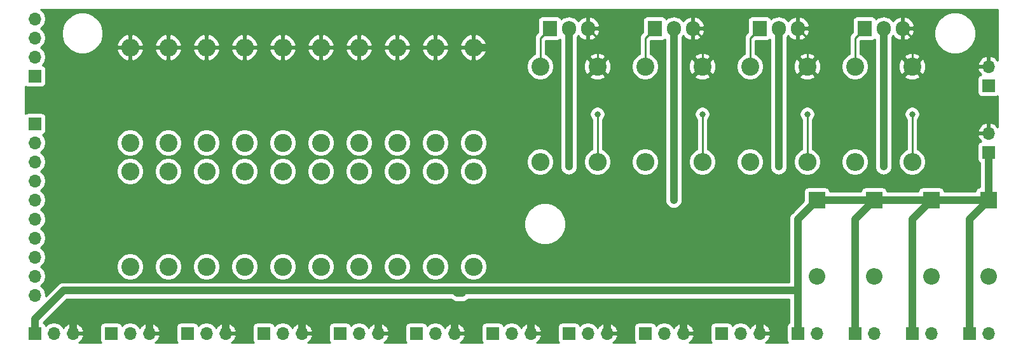
<source format=gbl>
G04 #@! TF.GenerationSoftware,KiCad,Pcbnew,(5.1.9)-1*
G04 #@! TF.CreationDate,2023-04-02T16:33:38+02:00*
G04 #@! TF.ProjectId,ECMEndstopPumpInterface,45434d45-6e64-4737-946f-7050756d7049,rev?*
G04 #@! TF.SameCoordinates,Original*
G04 #@! TF.FileFunction,Copper,L2,Bot*
G04 #@! TF.FilePolarity,Positive*
%FSLAX46Y46*%
G04 Gerber Fmt 4.6, Leading zero omitted, Abs format (unit mm)*
G04 Created by KiCad (PCBNEW (5.1.9)-1) date 2023-04-02 16:33:38*
%MOMM*%
%LPD*%
G01*
G04 APERTURE LIST*
G04 #@! TA.AperFunction,ComponentPad*
%ADD10O,1.905000X2.000000*%
G04 #@! TD*
G04 #@! TA.AperFunction,ComponentPad*
%ADD11R,1.905000X2.000000*%
G04 #@! TD*
G04 #@! TA.AperFunction,ComponentPad*
%ADD12O,1.700000X1.700000*%
G04 #@! TD*
G04 #@! TA.AperFunction,ComponentPad*
%ADD13R,1.700000X1.700000*%
G04 #@! TD*
G04 #@! TA.AperFunction,ComponentPad*
%ADD14O,2.400000X2.400000*%
G04 #@! TD*
G04 #@! TA.AperFunction,ComponentPad*
%ADD15C,2.400000*%
G04 #@! TD*
G04 #@! TA.AperFunction,ComponentPad*
%ADD16O,2.200000X2.200000*%
G04 #@! TD*
G04 #@! TA.AperFunction,ComponentPad*
%ADD17R,2.200000X2.200000*%
G04 #@! TD*
G04 #@! TA.AperFunction,ViaPad*
%ADD18C,0.800000*%
G04 #@! TD*
G04 #@! TA.AperFunction,Conductor*
%ADD19C,1.000000*%
G04 #@! TD*
G04 #@! TA.AperFunction,Conductor*
%ADD20C,0.250000*%
G04 #@! TD*
G04 #@! TA.AperFunction,Conductor*
%ADD21C,0.254000*%
G04 #@! TD*
G04 #@! TA.AperFunction,Conductor*
%ADD22C,0.100000*%
G04 #@! TD*
G04 APERTURE END LIST*
D10*
X139065000Y-36195000D03*
X136525000Y-36195000D03*
D11*
X133985000Y-36195000D03*
D12*
X164465000Y-41275000D03*
D13*
X164465000Y-43815000D03*
D14*
X70485000Y-38735000D03*
D15*
X70485000Y-51435000D03*
D14*
X70485000Y-55245000D03*
D15*
X70485000Y-67945000D03*
D14*
X65405000Y-38735000D03*
D15*
X65405000Y-51435000D03*
D14*
X65405000Y-55245000D03*
D15*
X65405000Y-67945000D03*
D14*
X60325000Y-38735000D03*
D15*
X60325000Y-51435000D03*
D14*
X60325000Y-55245000D03*
D15*
X60325000Y-67945000D03*
D14*
X55245000Y-38735000D03*
D15*
X55245000Y-51435000D03*
D14*
X55245000Y-55245000D03*
D15*
X55245000Y-67945000D03*
D14*
X50165000Y-38735000D03*
D15*
X50165000Y-51435000D03*
D14*
X50165000Y-55245000D03*
D15*
X50165000Y-67945000D03*
D14*
X112395000Y-53975000D03*
D15*
X112395000Y-41275000D03*
D14*
X104775000Y-53975000D03*
D15*
X104775000Y-41275000D03*
D14*
X75565000Y-38735000D03*
D15*
X75565000Y-51435000D03*
D14*
X75565000Y-55245000D03*
D15*
X75565000Y-67945000D03*
D14*
X126365000Y-53975000D03*
D15*
X126365000Y-41275000D03*
D14*
X118745000Y-53975000D03*
D15*
X118745000Y-41275000D03*
D14*
X80645000Y-38735000D03*
D15*
X80645000Y-51435000D03*
D14*
X80645000Y-55245000D03*
D15*
X80645000Y-67945000D03*
D14*
X85725000Y-38735000D03*
D15*
X85725000Y-51435000D03*
D14*
X85725000Y-55245000D03*
D15*
X85725000Y-67945000D03*
D14*
X140335000Y-53975000D03*
D15*
X140335000Y-41275000D03*
D14*
X132715000Y-53975000D03*
D15*
X132715000Y-41275000D03*
D14*
X90805000Y-38735000D03*
D15*
X90805000Y-51435000D03*
D14*
X90805000Y-55245000D03*
D15*
X90805000Y-67945000D03*
D14*
X154305000Y-53975000D03*
D15*
X154305000Y-41275000D03*
D14*
X95885000Y-38735000D03*
D15*
X95885000Y-51435000D03*
D14*
X95885000Y-55245000D03*
D15*
X95885000Y-67945000D03*
D14*
X146685000Y-53975000D03*
D15*
X146685000Y-41275000D03*
D10*
X111125000Y-36195000D03*
X108585000Y-36195000D03*
D11*
X106045000Y-36195000D03*
D10*
X125095000Y-36195000D03*
X122555000Y-36195000D03*
D11*
X120015000Y-36195000D03*
D10*
X153035000Y-36195000D03*
X150495000Y-36195000D03*
D11*
X147955000Y-36195000D03*
D12*
X164465000Y-50165000D03*
D13*
X164465000Y-52705000D03*
D12*
X83185000Y-76835000D03*
X80645000Y-76835000D03*
D13*
X78105000Y-76835000D03*
D12*
X73025000Y-76835000D03*
X70485000Y-76835000D03*
D13*
X67945000Y-76835000D03*
D12*
X62865000Y-76835000D03*
X60325000Y-76835000D03*
D13*
X57785000Y-76835000D03*
D12*
X149225000Y-76835000D03*
D13*
X146685000Y-76835000D03*
D12*
X52705000Y-76835000D03*
X50165000Y-76835000D03*
D13*
X47625000Y-76835000D03*
D12*
X42545000Y-76835000D03*
X40005000Y-76835000D03*
D13*
X37465000Y-76835000D03*
D12*
X37465000Y-71755000D03*
X37465000Y-69215000D03*
X37465000Y-66675000D03*
X37465000Y-64135000D03*
X37465000Y-61595000D03*
X37465000Y-59055000D03*
X37465000Y-56515000D03*
X37465000Y-53975000D03*
X37465000Y-51435000D03*
D13*
X37465000Y-48895000D03*
D12*
X141605000Y-76835000D03*
D13*
X139065000Y-76835000D03*
D12*
X93345000Y-76835000D03*
X90805000Y-76835000D03*
D13*
X88265000Y-76835000D03*
D12*
X156845000Y-76835000D03*
D13*
X154305000Y-76835000D03*
D12*
X103505000Y-76835000D03*
X100965000Y-76835000D03*
D13*
X98425000Y-76835000D03*
D12*
X37465000Y-34925000D03*
X37465000Y-37465000D03*
X37465000Y-40005000D03*
D13*
X37465000Y-42545000D03*
D12*
X113665000Y-76835000D03*
X111125000Y-76835000D03*
D13*
X108585000Y-76835000D03*
D12*
X164465000Y-76835000D03*
D13*
X161925000Y-76835000D03*
D12*
X123825000Y-76835000D03*
X121285000Y-76835000D03*
D13*
X118745000Y-76835000D03*
D12*
X133985000Y-76835000D03*
X131445000Y-76835000D03*
D13*
X128905000Y-76835000D03*
D16*
X149225000Y-69215000D03*
D17*
X149225000Y-59055000D03*
D16*
X141605000Y-69215000D03*
D17*
X141605000Y-59055000D03*
D16*
X156845000Y-69215000D03*
D17*
X156845000Y-59055000D03*
D16*
X164465000Y-69215000D03*
D17*
X164465000Y-59055000D03*
D18*
X150495000Y-54610000D03*
X50800000Y-71120000D03*
X59055000Y-71120000D03*
X67310000Y-71120000D03*
X124460000Y-71120000D03*
X114300000Y-71120000D03*
X104140000Y-71120000D03*
X94419847Y-71475020D03*
X81915000Y-71210000D03*
X76835000Y-71120000D03*
X136525000Y-54610000D03*
X122555000Y-59055000D03*
X108585000Y-54610000D03*
X133985000Y-67945000D03*
X154305000Y-47625000D03*
X140335000Y-47625000D03*
X126365000Y-47625000D03*
X112395000Y-47625000D03*
D19*
X150495000Y-36195000D02*
X150495000Y-54610000D01*
X139065000Y-61595000D02*
X141605000Y-59055000D01*
X146685000Y-61595000D02*
X149225000Y-59055000D01*
X146685000Y-76835000D02*
X146685000Y-61595000D01*
X154305000Y-61595000D02*
X156845000Y-59055000D01*
X154305000Y-76835000D02*
X154305000Y-61595000D01*
X161925000Y-61595000D02*
X164465000Y-59055000D01*
X161925000Y-76835000D02*
X161925000Y-61595000D01*
X141605000Y-59055000D02*
X164465000Y-59055000D01*
X164465000Y-59055000D02*
X164465000Y-52705000D01*
X139065000Y-76835000D02*
X139065000Y-71120000D01*
X139065000Y-71120000D02*
X139065000Y-61595000D01*
X37465000Y-74930000D02*
X37465000Y-76835000D01*
X41275000Y-71120000D02*
X37465000Y-74930000D01*
X59055000Y-71120000D02*
X41275000Y-71120000D01*
X67310000Y-71120000D02*
X59055000Y-71120000D01*
X139065000Y-71120000D02*
X124460000Y-71120000D01*
X124460000Y-71120000D02*
X114300000Y-71120000D01*
X114300000Y-71120000D02*
X104140000Y-71120000D01*
X93700020Y-71475020D02*
X93345000Y-71120000D01*
X94419847Y-71475020D02*
X93700020Y-71475020D01*
X104140000Y-71120000D02*
X93345000Y-71120000D01*
X76835000Y-71120000D02*
X67310000Y-71120000D01*
X93345000Y-71120000D02*
X76835000Y-71120000D01*
X136525000Y-36195000D02*
X136525000Y-54610000D01*
X122555000Y-36195000D02*
X122555000Y-59055000D01*
X108585000Y-36195000D02*
X108585000Y-54610000D01*
D20*
X140335000Y-37465000D02*
X139065000Y-36195000D01*
X140335000Y-41275000D02*
X140335000Y-37465000D01*
X154305000Y-37465000D02*
X153035000Y-36195000D01*
X154305000Y-41275000D02*
X154305000Y-37465000D01*
X126365000Y-37465000D02*
X125095000Y-36195000D01*
X126365000Y-41275000D02*
X126365000Y-37465000D01*
X112395000Y-37465000D02*
X111125000Y-36195000D01*
X112395000Y-41275000D02*
X112395000Y-37465000D01*
D19*
X42545000Y-73660000D02*
X42545000Y-76835000D01*
X133985000Y-76835000D02*
X133985000Y-73660000D01*
X52705000Y-76835000D02*
X52705000Y-73660000D01*
X52705000Y-73660000D02*
X42545000Y-73660000D01*
X62865000Y-76835000D02*
X62865000Y-73660000D01*
X62865000Y-73660000D02*
X52705000Y-73660000D01*
X73025000Y-76835000D02*
X73025000Y-73660000D01*
X73025000Y-73660000D02*
X62865000Y-73660000D01*
X83185000Y-76835000D02*
X83185000Y-73660000D01*
X83185000Y-73660000D02*
X73025000Y-73660000D01*
X93345000Y-76835000D02*
X93345000Y-73660000D01*
X93345000Y-73660000D02*
X83185000Y-73660000D01*
X103505000Y-76835000D02*
X103505000Y-73660000D01*
X103505000Y-73660000D02*
X93345000Y-73660000D01*
X113665000Y-76835000D02*
X113665000Y-73660000D01*
X113665000Y-73660000D02*
X103505000Y-73660000D01*
X123825000Y-74295000D02*
X123190000Y-73660000D01*
X123825000Y-76835000D02*
X123825000Y-74295000D01*
X123190000Y-73660000D02*
X113665000Y-73660000D01*
X133985000Y-73660000D02*
X123190000Y-73660000D01*
X100330000Y-40005000D02*
X99060000Y-38735000D01*
X99060000Y-38735000D02*
X95885000Y-38735000D01*
X100330000Y-66675000D02*
X100330000Y-40005000D01*
X101600000Y-67945000D02*
X100330000Y-66675000D01*
X133985000Y-67945000D02*
X101600000Y-67945000D01*
D20*
X146685000Y-37465000D02*
X147955000Y-36195000D01*
X146685000Y-41275000D02*
X146685000Y-37465000D01*
X154305000Y-53975000D02*
X154305000Y-47625000D01*
X132715000Y-37465000D02*
X133985000Y-36195000D01*
X132715000Y-41275000D02*
X132715000Y-37465000D01*
X140335000Y-53975000D02*
X140335000Y-47625000D01*
X118745000Y-37465000D02*
X120015000Y-36195000D01*
X118745000Y-41275000D02*
X118745000Y-37465000D01*
X126365000Y-53975000D02*
X126365000Y-47625000D01*
X104775000Y-37465000D02*
X106045000Y-36195000D01*
X104775000Y-41275000D02*
X104775000Y-37465000D01*
X112395000Y-53975000D02*
X112395000Y-47625000D01*
D21*
X92893571Y-72281469D02*
X93066397Y-72423304D01*
X93263573Y-72528696D01*
X93477521Y-72593597D01*
X93700019Y-72615511D01*
X93755771Y-72610020D01*
X94475599Y-72610020D01*
X94642346Y-72593597D01*
X94856294Y-72528696D01*
X95053470Y-72423304D01*
X95226296Y-72281469D01*
X95248019Y-72255000D01*
X137930001Y-72255000D01*
X137930000Y-75417317D01*
X137860506Y-75454463D01*
X137763815Y-75533815D01*
X137684463Y-75630506D01*
X137625498Y-75740820D01*
X137589188Y-75860518D01*
X137576928Y-75985000D01*
X137576928Y-77685000D01*
X137589188Y-77809482D01*
X137625498Y-77929180D01*
X137684463Y-78039494D01*
X137717705Y-78080000D01*
X134787637Y-78080000D01*
X134985269Y-77932588D01*
X135180178Y-77716355D01*
X135329157Y-77466252D01*
X135426481Y-77191891D01*
X135305814Y-76962000D01*
X134112000Y-76962000D01*
X134112000Y-76982000D01*
X133858000Y-76982000D01*
X133858000Y-76962000D01*
X133838000Y-76962000D01*
X133838000Y-76708000D01*
X133858000Y-76708000D01*
X133858000Y-75514845D01*
X134112000Y-75514845D01*
X134112000Y-76708000D01*
X135305814Y-76708000D01*
X135426481Y-76478109D01*
X135329157Y-76203748D01*
X135180178Y-75953645D01*
X134985269Y-75737412D01*
X134751920Y-75563359D01*
X134489099Y-75438175D01*
X134341890Y-75393524D01*
X134112000Y-75514845D01*
X133858000Y-75514845D01*
X133628110Y-75393524D01*
X133480901Y-75438175D01*
X133218080Y-75563359D01*
X132984731Y-75737412D01*
X132789822Y-75953645D01*
X132720195Y-76070534D01*
X132598475Y-75888368D01*
X132391632Y-75681525D01*
X132148411Y-75519010D01*
X131878158Y-75407068D01*
X131591260Y-75350000D01*
X131298740Y-75350000D01*
X131011842Y-75407068D01*
X130741589Y-75519010D01*
X130498368Y-75681525D01*
X130366513Y-75813380D01*
X130344502Y-75740820D01*
X130285537Y-75630506D01*
X130206185Y-75533815D01*
X130109494Y-75454463D01*
X129999180Y-75395498D01*
X129879482Y-75359188D01*
X129755000Y-75346928D01*
X128055000Y-75346928D01*
X127930518Y-75359188D01*
X127810820Y-75395498D01*
X127700506Y-75454463D01*
X127603815Y-75533815D01*
X127524463Y-75630506D01*
X127465498Y-75740820D01*
X127429188Y-75860518D01*
X127416928Y-75985000D01*
X127416928Y-77685000D01*
X127429188Y-77809482D01*
X127465498Y-77929180D01*
X127524463Y-78039494D01*
X127557705Y-78080000D01*
X124627637Y-78080000D01*
X124825269Y-77932588D01*
X125020178Y-77716355D01*
X125169157Y-77466252D01*
X125266481Y-77191891D01*
X125145814Y-76962000D01*
X123952000Y-76962000D01*
X123952000Y-76982000D01*
X123698000Y-76982000D01*
X123698000Y-76962000D01*
X123678000Y-76962000D01*
X123678000Y-76708000D01*
X123698000Y-76708000D01*
X123698000Y-75514845D01*
X123952000Y-75514845D01*
X123952000Y-76708000D01*
X125145814Y-76708000D01*
X125266481Y-76478109D01*
X125169157Y-76203748D01*
X125020178Y-75953645D01*
X124825269Y-75737412D01*
X124591920Y-75563359D01*
X124329099Y-75438175D01*
X124181890Y-75393524D01*
X123952000Y-75514845D01*
X123698000Y-75514845D01*
X123468110Y-75393524D01*
X123320901Y-75438175D01*
X123058080Y-75563359D01*
X122824731Y-75737412D01*
X122629822Y-75953645D01*
X122560195Y-76070534D01*
X122438475Y-75888368D01*
X122231632Y-75681525D01*
X121988411Y-75519010D01*
X121718158Y-75407068D01*
X121431260Y-75350000D01*
X121138740Y-75350000D01*
X120851842Y-75407068D01*
X120581589Y-75519010D01*
X120338368Y-75681525D01*
X120206513Y-75813380D01*
X120184502Y-75740820D01*
X120125537Y-75630506D01*
X120046185Y-75533815D01*
X119949494Y-75454463D01*
X119839180Y-75395498D01*
X119719482Y-75359188D01*
X119595000Y-75346928D01*
X117895000Y-75346928D01*
X117770518Y-75359188D01*
X117650820Y-75395498D01*
X117540506Y-75454463D01*
X117443815Y-75533815D01*
X117364463Y-75630506D01*
X117305498Y-75740820D01*
X117269188Y-75860518D01*
X117256928Y-75985000D01*
X117256928Y-77685000D01*
X117269188Y-77809482D01*
X117305498Y-77929180D01*
X117364463Y-78039494D01*
X117397705Y-78080000D01*
X114467637Y-78080000D01*
X114665269Y-77932588D01*
X114860178Y-77716355D01*
X115009157Y-77466252D01*
X115106481Y-77191891D01*
X114985814Y-76962000D01*
X113792000Y-76962000D01*
X113792000Y-76982000D01*
X113538000Y-76982000D01*
X113538000Y-76962000D01*
X113518000Y-76962000D01*
X113518000Y-76708000D01*
X113538000Y-76708000D01*
X113538000Y-75514845D01*
X113792000Y-75514845D01*
X113792000Y-76708000D01*
X114985814Y-76708000D01*
X115106481Y-76478109D01*
X115009157Y-76203748D01*
X114860178Y-75953645D01*
X114665269Y-75737412D01*
X114431920Y-75563359D01*
X114169099Y-75438175D01*
X114021890Y-75393524D01*
X113792000Y-75514845D01*
X113538000Y-75514845D01*
X113308110Y-75393524D01*
X113160901Y-75438175D01*
X112898080Y-75563359D01*
X112664731Y-75737412D01*
X112469822Y-75953645D01*
X112400195Y-76070534D01*
X112278475Y-75888368D01*
X112071632Y-75681525D01*
X111828411Y-75519010D01*
X111558158Y-75407068D01*
X111271260Y-75350000D01*
X110978740Y-75350000D01*
X110691842Y-75407068D01*
X110421589Y-75519010D01*
X110178368Y-75681525D01*
X110046513Y-75813380D01*
X110024502Y-75740820D01*
X109965537Y-75630506D01*
X109886185Y-75533815D01*
X109789494Y-75454463D01*
X109679180Y-75395498D01*
X109559482Y-75359188D01*
X109435000Y-75346928D01*
X107735000Y-75346928D01*
X107610518Y-75359188D01*
X107490820Y-75395498D01*
X107380506Y-75454463D01*
X107283815Y-75533815D01*
X107204463Y-75630506D01*
X107145498Y-75740820D01*
X107109188Y-75860518D01*
X107096928Y-75985000D01*
X107096928Y-77685000D01*
X107109188Y-77809482D01*
X107145498Y-77929180D01*
X107204463Y-78039494D01*
X107237705Y-78080000D01*
X104307637Y-78080000D01*
X104505269Y-77932588D01*
X104700178Y-77716355D01*
X104849157Y-77466252D01*
X104946481Y-77191891D01*
X104825814Y-76962000D01*
X103632000Y-76962000D01*
X103632000Y-76982000D01*
X103378000Y-76982000D01*
X103378000Y-76962000D01*
X103358000Y-76962000D01*
X103358000Y-76708000D01*
X103378000Y-76708000D01*
X103378000Y-75514845D01*
X103632000Y-75514845D01*
X103632000Y-76708000D01*
X104825814Y-76708000D01*
X104946481Y-76478109D01*
X104849157Y-76203748D01*
X104700178Y-75953645D01*
X104505269Y-75737412D01*
X104271920Y-75563359D01*
X104009099Y-75438175D01*
X103861890Y-75393524D01*
X103632000Y-75514845D01*
X103378000Y-75514845D01*
X103148110Y-75393524D01*
X103000901Y-75438175D01*
X102738080Y-75563359D01*
X102504731Y-75737412D01*
X102309822Y-75953645D01*
X102240195Y-76070534D01*
X102118475Y-75888368D01*
X101911632Y-75681525D01*
X101668411Y-75519010D01*
X101398158Y-75407068D01*
X101111260Y-75350000D01*
X100818740Y-75350000D01*
X100531842Y-75407068D01*
X100261589Y-75519010D01*
X100018368Y-75681525D01*
X99886513Y-75813380D01*
X99864502Y-75740820D01*
X99805537Y-75630506D01*
X99726185Y-75533815D01*
X99629494Y-75454463D01*
X99519180Y-75395498D01*
X99399482Y-75359188D01*
X99275000Y-75346928D01*
X97575000Y-75346928D01*
X97450518Y-75359188D01*
X97330820Y-75395498D01*
X97220506Y-75454463D01*
X97123815Y-75533815D01*
X97044463Y-75630506D01*
X96985498Y-75740820D01*
X96949188Y-75860518D01*
X96936928Y-75985000D01*
X96936928Y-77685000D01*
X96949188Y-77809482D01*
X96985498Y-77929180D01*
X97044463Y-78039494D01*
X97077705Y-78080000D01*
X94147637Y-78080000D01*
X94345269Y-77932588D01*
X94540178Y-77716355D01*
X94689157Y-77466252D01*
X94786481Y-77191891D01*
X94665814Y-76962000D01*
X93472000Y-76962000D01*
X93472000Y-76982000D01*
X93218000Y-76982000D01*
X93218000Y-76962000D01*
X93198000Y-76962000D01*
X93198000Y-76708000D01*
X93218000Y-76708000D01*
X93218000Y-75514845D01*
X93472000Y-75514845D01*
X93472000Y-76708000D01*
X94665814Y-76708000D01*
X94786481Y-76478109D01*
X94689157Y-76203748D01*
X94540178Y-75953645D01*
X94345269Y-75737412D01*
X94111920Y-75563359D01*
X93849099Y-75438175D01*
X93701890Y-75393524D01*
X93472000Y-75514845D01*
X93218000Y-75514845D01*
X92988110Y-75393524D01*
X92840901Y-75438175D01*
X92578080Y-75563359D01*
X92344731Y-75737412D01*
X92149822Y-75953645D01*
X92080195Y-76070534D01*
X91958475Y-75888368D01*
X91751632Y-75681525D01*
X91508411Y-75519010D01*
X91238158Y-75407068D01*
X90951260Y-75350000D01*
X90658740Y-75350000D01*
X90371842Y-75407068D01*
X90101589Y-75519010D01*
X89858368Y-75681525D01*
X89726513Y-75813380D01*
X89704502Y-75740820D01*
X89645537Y-75630506D01*
X89566185Y-75533815D01*
X89469494Y-75454463D01*
X89359180Y-75395498D01*
X89239482Y-75359188D01*
X89115000Y-75346928D01*
X87415000Y-75346928D01*
X87290518Y-75359188D01*
X87170820Y-75395498D01*
X87060506Y-75454463D01*
X86963815Y-75533815D01*
X86884463Y-75630506D01*
X86825498Y-75740820D01*
X86789188Y-75860518D01*
X86776928Y-75985000D01*
X86776928Y-77685000D01*
X86789188Y-77809482D01*
X86825498Y-77929180D01*
X86884463Y-78039494D01*
X86917705Y-78080000D01*
X83987637Y-78080000D01*
X84185269Y-77932588D01*
X84380178Y-77716355D01*
X84529157Y-77466252D01*
X84626481Y-77191891D01*
X84505814Y-76962000D01*
X83312000Y-76962000D01*
X83312000Y-76982000D01*
X83058000Y-76982000D01*
X83058000Y-76962000D01*
X83038000Y-76962000D01*
X83038000Y-76708000D01*
X83058000Y-76708000D01*
X83058000Y-75514845D01*
X83312000Y-75514845D01*
X83312000Y-76708000D01*
X84505814Y-76708000D01*
X84626481Y-76478109D01*
X84529157Y-76203748D01*
X84380178Y-75953645D01*
X84185269Y-75737412D01*
X83951920Y-75563359D01*
X83689099Y-75438175D01*
X83541890Y-75393524D01*
X83312000Y-75514845D01*
X83058000Y-75514845D01*
X82828110Y-75393524D01*
X82680901Y-75438175D01*
X82418080Y-75563359D01*
X82184731Y-75737412D01*
X81989822Y-75953645D01*
X81920195Y-76070534D01*
X81798475Y-75888368D01*
X81591632Y-75681525D01*
X81348411Y-75519010D01*
X81078158Y-75407068D01*
X80791260Y-75350000D01*
X80498740Y-75350000D01*
X80211842Y-75407068D01*
X79941589Y-75519010D01*
X79698368Y-75681525D01*
X79566513Y-75813380D01*
X79544502Y-75740820D01*
X79485537Y-75630506D01*
X79406185Y-75533815D01*
X79309494Y-75454463D01*
X79199180Y-75395498D01*
X79079482Y-75359188D01*
X78955000Y-75346928D01*
X77255000Y-75346928D01*
X77130518Y-75359188D01*
X77010820Y-75395498D01*
X76900506Y-75454463D01*
X76803815Y-75533815D01*
X76724463Y-75630506D01*
X76665498Y-75740820D01*
X76629188Y-75860518D01*
X76616928Y-75985000D01*
X76616928Y-77685000D01*
X76629188Y-77809482D01*
X76665498Y-77929180D01*
X76724463Y-78039494D01*
X76757705Y-78080000D01*
X73827637Y-78080000D01*
X74025269Y-77932588D01*
X74220178Y-77716355D01*
X74369157Y-77466252D01*
X74466481Y-77191891D01*
X74345814Y-76962000D01*
X73152000Y-76962000D01*
X73152000Y-76982000D01*
X72898000Y-76982000D01*
X72898000Y-76962000D01*
X72878000Y-76962000D01*
X72878000Y-76708000D01*
X72898000Y-76708000D01*
X72898000Y-75514845D01*
X73152000Y-75514845D01*
X73152000Y-76708000D01*
X74345814Y-76708000D01*
X74466481Y-76478109D01*
X74369157Y-76203748D01*
X74220178Y-75953645D01*
X74025269Y-75737412D01*
X73791920Y-75563359D01*
X73529099Y-75438175D01*
X73381890Y-75393524D01*
X73152000Y-75514845D01*
X72898000Y-75514845D01*
X72668110Y-75393524D01*
X72520901Y-75438175D01*
X72258080Y-75563359D01*
X72024731Y-75737412D01*
X71829822Y-75953645D01*
X71760195Y-76070534D01*
X71638475Y-75888368D01*
X71431632Y-75681525D01*
X71188411Y-75519010D01*
X70918158Y-75407068D01*
X70631260Y-75350000D01*
X70338740Y-75350000D01*
X70051842Y-75407068D01*
X69781589Y-75519010D01*
X69538368Y-75681525D01*
X69406513Y-75813380D01*
X69384502Y-75740820D01*
X69325537Y-75630506D01*
X69246185Y-75533815D01*
X69149494Y-75454463D01*
X69039180Y-75395498D01*
X68919482Y-75359188D01*
X68795000Y-75346928D01*
X67095000Y-75346928D01*
X66970518Y-75359188D01*
X66850820Y-75395498D01*
X66740506Y-75454463D01*
X66643815Y-75533815D01*
X66564463Y-75630506D01*
X66505498Y-75740820D01*
X66469188Y-75860518D01*
X66456928Y-75985000D01*
X66456928Y-77685000D01*
X66469188Y-77809482D01*
X66505498Y-77929180D01*
X66564463Y-78039494D01*
X66597705Y-78080000D01*
X63667637Y-78080000D01*
X63865269Y-77932588D01*
X64060178Y-77716355D01*
X64209157Y-77466252D01*
X64306481Y-77191891D01*
X64185814Y-76962000D01*
X62992000Y-76962000D01*
X62992000Y-76982000D01*
X62738000Y-76982000D01*
X62738000Y-76962000D01*
X62718000Y-76962000D01*
X62718000Y-76708000D01*
X62738000Y-76708000D01*
X62738000Y-75514845D01*
X62992000Y-75514845D01*
X62992000Y-76708000D01*
X64185814Y-76708000D01*
X64306481Y-76478109D01*
X64209157Y-76203748D01*
X64060178Y-75953645D01*
X63865269Y-75737412D01*
X63631920Y-75563359D01*
X63369099Y-75438175D01*
X63221890Y-75393524D01*
X62992000Y-75514845D01*
X62738000Y-75514845D01*
X62508110Y-75393524D01*
X62360901Y-75438175D01*
X62098080Y-75563359D01*
X61864731Y-75737412D01*
X61669822Y-75953645D01*
X61600195Y-76070534D01*
X61478475Y-75888368D01*
X61271632Y-75681525D01*
X61028411Y-75519010D01*
X60758158Y-75407068D01*
X60471260Y-75350000D01*
X60178740Y-75350000D01*
X59891842Y-75407068D01*
X59621589Y-75519010D01*
X59378368Y-75681525D01*
X59246513Y-75813380D01*
X59224502Y-75740820D01*
X59165537Y-75630506D01*
X59086185Y-75533815D01*
X58989494Y-75454463D01*
X58879180Y-75395498D01*
X58759482Y-75359188D01*
X58635000Y-75346928D01*
X56935000Y-75346928D01*
X56810518Y-75359188D01*
X56690820Y-75395498D01*
X56580506Y-75454463D01*
X56483815Y-75533815D01*
X56404463Y-75630506D01*
X56345498Y-75740820D01*
X56309188Y-75860518D01*
X56296928Y-75985000D01*
X56296928Y-77685000D01*
X56309188Y-77809482D01*
X56345498Y-77929180D01*
X56404463Y-78039494D01*
X56437705Y-78080000D01*
X53507637Y-78080000D01*
X53705269Y-77932588D01*
X53900178Y-77716355D01*
X54049157Y-77466252D01*
X54146481Y-77191891D01*
X54025814Y-76962000D01*
X52832000Y-76962000D01*
X52832000Y-76982000D01*
X52578000Y-76982000D01*
X52578000Y-76962000D01*
X52558000Y-76962000D01*
X52558000Y-76708000D01*
X52578000Y-76708000D01*
X52578000Y-75514845D01*
X52832000Y-75514845D01*
X52832000Y-76708000D01*
X54025814Y-76708000D01*
X54146481Y-76478109D01*
X54049157Y-76203748D01*
X53900178Y-75953645D01*
X53705269Y-75737412D01*
X53471920Y-75563359D01*
X53209099Y-75438175D01*
X53061890Y-75393524D01*
X52832000Y-75514845D01*
X52578000Y-75514845D01*
X52348110Y-75393524D01*
X52200901Y-75438175D01*
X51938080Y-75563359D01*
X51704731Y-75737412D01*
X51509822Y-75953645D01*
X51440195Y-76070534D01*
X51318475Y-75888368D01*
X51111632Y-75681525D01*
X50868411Y-75519010D01*
X50598158Y-75407068D01*
X50311260Y-75350000D01*
X50018740Y-75350000D01*
X49731842Y-75407068D01*
X49461589Y-75519010D01*
X49218368Y-75681525D01*
X49086513Y-75813380D01*
X49064502Y-75740820D01*
X49005537Y-75630506D01*
X48926185Y-75533815D01*
X48829494Y-75454463D01*
X48719180Y-75395498D01*
X48599482Y-75359188D01*
X48475000Y-75346928D01*
X46775000Y-75346928D01*
X46650518Y-75359188D01*
X46530820Y-75395498D01*
X46420506Y-75454463D01*
X46323815Y-75533815D01*
X46244463Y-75630506D01*
X46185498Y-75740820D01*
X46149188Y-75860518D01*
X46136928Y-75985000D01*
X46136928Y-77685000D01*
X46149188Y-77809482D01*
X46185498Y-77929180D01*
X46244463Y-78039494D01*
X46277705Y-78080000D01*
X43347637Y-78080000D01*
X43545269Y-77932588D01*
X43740178Y-77716355D01*
X43889157Y-77466252D01*
X43986481Y-77191891D01*
X43865814Y-76962000D01*
X42672000Y-76962000D01*
X42672000Y-76982000D01*
X42418000Y-76982000D01*
X42418000Y-76962000D01*
X42398000Y-76962000D01*
X42398000Y-76708000D01*
X42418000Y-76708000D01*
X42418000Y-75514845D01*
X42672000Y-75514845D01*
X42672000Y-76708000D01*
X43865814Y-76708000D01*
X43986481Y-76478109D01*
X43889157Y-76203748D01*
X43740178Y-75953645D01*
X43545269Y-75737412D01*
X43311920Y-75563359D01*
X43049099Y-75438175D01*
X42901890Y-75393524D01*
X42672000Y-75514845D01*
X42418000Y-75514845D01*
X42188110Y-75393524D01*
X42040901Y-75438175D01*
X41778080Y-75563359D01*
X41544731Y-75737412D01*
X41349822Y-75953645D01*
X41280195Y-76070534D01*
X41158475Y-75888368D01*
X40951632Y-75681525D01*
X40708411Y-75519010D01*
X40438158Y-75407068D01*
X40151260Y-75350000D01*
X39858740Y-75350000D01*
X39571842Y-75407068D01*
X39301589Y-75519010D01*
X39058368Y-75681525D01*
X38926513Y-75813380D01*
X38904502Y-75740820D01*
X38845537Y-75630506D01*
X38766185Y-75533815D01*
X38669494Y-75454463D01*
X38600000Y-75417317D01*
X38600000Y-75400131D01*
X41745133Y-72255000D01*
X92871848Y-72255000D01*
X92893571Y-72281469D01*
G04 #@! TA.AperFunction,Conductor*
D22*
G36*
X92893571Y-72281469D02*
G01*
X93066397Y-72423304D01*
X93263573Y-72528696D01*
X93477521Y-72593597D01*
X93700019Y-72615511D01*
X93755771Y-72610020D01*
X94475599Y-72610020D01*
X94642346Y-72593597D01*
X94856294Y-72528696D01*
X95053470Y-72423304D01*
X95226296Y-72281469D01*
X95248019Y-72255000D01*
X137930001Y-72255000D01*
X137930000Y-75417317D01*
X137860506Y-75454463D01*
X137763815Y-75533815D01*
X137684463Y-75630506D01*
X137625498Y-75740820D01*
X137589188Y-75860518D01*
X137576928Y-75985000D01*
X137576928Y-77685000D01*
X137589188Y-77809482D01*
X137625498Y-77929180D01*
X137684463Y-78039494D01*
X137717705Y-78080000D01*
X134787637Y-78080000D01*
X134985269Y-77932588D01*
X135180178Y-77716355D01*
X135329157Y-77466252D01*
X135426481Y-77191891D01*
X135305814Y-76962000D01*
X134112000Y-76962000D01*
X134112000Y-76982000D01*
X133858000Y-76982000D01*
X133858000Y-76962000D01*
X133838000Y-76962000D01*
X133838000Y-76708000D01*
X133858000Y-76708000D01*
X133858000Y-75514845D01*
X134112000Y-75514845D01*
X134112000Y-76708000D01*
X135305814Y-76708000D01*
X135426481Y-76478109D01*
X135329157Y-76203748D01*
X135180178Y-75953645D01*
X134985269Y-75737412D01*
X134751920Y-75563359D01*
X134489099Y-75438175D01*
X134341890Y-75393524D01*
X134112000Y-75514845D01*
X133858000Y-75514845D01*
X133628110Y-75393524D01*
X133480901Y-75438175D01*
X133218080Y-75563359D01*
X132984731Y-75737412D01*
X132789822Y-75953645D01*
X132720195Y-76070534D01*
X132598475Y-75888368D01*
X132391632Y-75681525D01*
X132148411Y-75519010D01*
X131878158Y-75407068D01*
X131591260Y-75350000D01*
X131298740Y-75350000D01*
X131011842Y-75407068D01*
X130741589Y-75519010D01*
X130498368Y-75681525D01*
X130366513Y-75813380D01*
X130344502Y-75740820D01*
X130285537Y-75630506D01*
X130206185Y-75533815D01*
X130109494Y-75454463D01*
X129999180Y-75395498D01*
X129879482Y-75359188D01*
X129755000Y-75346928D01*
X128055000Y-75346928D01*
X127930518Y-75359188D01*
X127810820Y-75395498D01*
X127700506Y-75454463D01*
X127603815Y-75533815D01*
X127524463Y-75630506D01*
X127465498Y-75740820D01*
X127429188Y-75860518D01*
X127416928Y-75985000D01*
X127416928Y-77685000D01*
X127429188Y-77809482D01*
X127465498Y-77929180D01*
X127524463Y-78039494D01*
X127557705Y-78080000D01*
X124627637Y-78080000D01*
X124825269Y-77932588D01*
X125020178Y-77716355D01*
X125169157Y-77466252D01*
X125266481Y-77191891D01*
X125145814Y-76962000D01*
X123952000Y-76962000D01*
X123952000Y-76982000D01*
X123698000Y-76982000D01*
X123698000Y-76962000D01*
X123678000Y-76962000D01*
X123678000Y-76708000D01*
X123698000Y-76708000D01*
X123698000Y-75514845D01*
X123952000Y-75514845D01*
X123952000Y-76708000D01*
X125145814Y-76708000D01*
X125266481Y-76478109D01*
X125169157Y-76203748D01*
X125020178Y-75953645D01*
X124825269Y-75737412D01*
X124591920Y-75563359D01*
X124329099Y-75438175D01*
X124181890Y-75393524D01*
X123952000Y-75514845D01*
X123698000Y-75514845D01*
X123468110Y-75393524D01*
X123320901Y-75438175D01*
X123058080Y-75563359D01*
X122824731Y-75737412D01*
X122629822Y-75953645D01*
X122560195Y-76070534D01*
X122438475Y-75888368D01*
X122231632Y-75681525D01*
X121988411Y-75519010D01*
X121718158Y-75407068D01*
X121431260Y-75350000D01*
X121138740Y-75350000D01*
X120851842Y-75407068D01*
X120581589Y-75519010D01*
X120338368Y-75681525D01*
X120206513Y-75813380D01*
X120184502Y-75740820D01*
X120125537Y-75630506D01*
X120046185Y-75533815D01*
X119949494Y-75454463D01*
X119839180Y-75395498D01*
X119719482Y-75359188D01*
X119595000Y-75346928D01*
X117895000Y-75346928D01*
X117770518Y-75359188D01*
X117650820Y-75395498D01*
X117540506Y-75454463D01*
X117443815Y-75533815D01*
X117364463Y-75630506D01*
X117305498Y-75740820D01*
X117269188Y-75860518D01*
X117256928Y-75985000D01*
X117256928Y-77685000D01*
X117269188Y-77809482D01*
X117305498Y-77929180D01*
X117364463Y-78039494D01*
X117397705Y-78080000D01*
X114467637Y-78080000D01*
X114665269Y-77932588D01*
X114860178Y-77716355D01*
X115009157Y-77466252D01*
X115106481Y-77191891D01*
X114985814Y-76962000D01*
X113792000Y-76962000D01*
X113792000Y-76982000D01*
X113538000Y-76982000D01*
X113538000Y-76962000D01*
X113518000Y-76962000D01*
X113518000Y-76708000D01*
X113538000Y-76708000D01*
X113538000Y-75514845D01*
X113792000Y-75514845D01*
X113792000Y-76708000D01*
X114985814Y-76708000D01*
X115106481Y-76478109D01*
X115009157Y-76203748D01*
X114860178Y-75953645D01*
X114665269Y-75737412D01*
X114431920Y-75563359D01*
X114169099Y-75438175D01*
X114021890Y-75393524D01*
X113792000Y-75514845D01*
X113538000Y-75514845D01*
X113308110Y-75393524D01*
X113160901Y-75438175D01*
X112898080Y-75563359D01*
X112664731Y-75737412D01*
X112469822Y-75953645D01*
X112400195Y-76070534D01*
X112278475Y-75888368D01*
X112071632Y-75681525D01*
X111828411Y-75519010D01*
X111558158Y-75407068D01*
X111271260Y-75350000D01*
X110978740Y-75350000D01*
X110691842Y-75407068D01*
X110421589Y-75519010D01*
X110178368Y-75681525D01*
X110046513Y-75813380D01*
X110024502Y-75740820D01*
X109965537Y-75630506D01*
X109886185Y-75533815D01*
X109789494Y-75454463D01*
X109679180Y-75395498D01*
X109559482Y-75359188D01*
X109435000Y-75346928D01*
X107735000Y-75346928D01*
X107610518Y-75359188D01*
X107490820Y-75395498D01*
X107380506Y-75454463D01*
X107283815Y-75533815D01*
X107204463Y-75630506D01*
X107145498Y-75740820D01*
X107109188Y-75860518D01*
X107096928Y-75985000D01*
X107096928Y-77685000D01*
X107109188Y-77809482D01*
X107145498Y-77929180D01*
X107204463Y-78039494D01*
X107237705Y-78080000D01*
X104307637Y-78080000D01*
X104505269Y-77932588D01*
X104700178Y-77716355D01*
X104849157Y-77466252D01*
X104946481Y-77191891D01*
X104825814Y-76962000D01*
X103632000Y-76962000D01*
X103632000Y-76982000D01*
X103378000Y-76982000D01*
X103378000Y-76962000D01*
X103358000Y-76962000D01*
X103358000Y-76708000D01*
X103378000Y-76708000D01*
X103378000Y-75514845D01*
X103632000Y-75514845D01*
X103632000Y-76708000D01*
X104825814Y-76708000D01*
X104946481Y-76478109D01*
X104849157Y-76203748D01*
X104700178Y-75953645D01*
X104505269Y-75737412D01*
X104271920Y-75563359D01*
X104009099Y-75438175D01*
X103861890Y-75393524D01*
X103632000Y-75514845D01*
X103378000Y-75514845D01*
X103148110Y-75393524D01*
X103000901Y-75438175D01*
X102738080Y-75563359D01*
X102504731Y-75737412D01*
X102309822Y-75953645D01*
X102240195Y-76070534D01*
X102118475Y-75888368D01*
X101911632Y-75681525D01*
X101668411Y-75519010D01*
X101398158Y-75407068D01*
X101111260Y-75350000D01*
X100818740Y-75350000D01*
X100531842Y-75407068D01*
X100261589Y-75519010D01*
X100018368Y-75681525D01*
X99886513Y-75813380D01*
X99864502Y-75740820D01*
X99805537Y-75630506D01*
X99726185Y-75533815D01*
X99629494Y-75454463D01*
X99519180Y-75395498D01*
X99399482Y-75359188D01*
X99275000Y-75346928D01*
X97575000Y-75346928D01*
X97450518Y-75359188D01*
X97330820Y-75395498D01*
X97220506Y-75454463D01*
X97123815Y-75533815D01*
X97044463Y-75630506D01*
X96985498Y-75740820D01*
X96949188Y-75860518D01*
X96936928Y-75985000D01*
X96936928Y-77685000D01*
X96949188Y-77809482D01*
X96985498Y-77929180D01*
X97044463Y-78039494D01*
X97077705Y-78080000D01*
X94147637Y-78080000D01*
X94345269Y-77932588D01*
X94540178Y-77716355D01*
X94689157Y-77466252D01*
X94786481Y-77191891D01*
X94665814Y-76962000D01*
X93472000Y-76962000D01*
X93472000Y-76982000D01*
X93218000Y-76982000D01*
X93218000Y-76962000D01*
X93198000Y-76962000D01*
X93198000Y-76708000D01*
X93218000Y-76708000D01*
X93218000Y-75514845D01*
X93472000Y-75514845D01*
X93472000Y-76708000D01*
X94665814Y-76708000D01*
X94786481Y-76478109D01*
X94689157Y-76203748D01*
X94540178Y-75953645D01*
X94345269Y-75737412D01*
X94111920Y-75563359D01*
X93849099Y-75438175D01*
X93701890Y-75393524D01*
X93472000Y-75514845D01*
X93218000Y-75514845D01*
X92988110Y-75393524D01*
X92840901Y-75438175D01*
X92578080Y-75563359D01*
X92344731Y-75737412D01*
X92149822Y-75953645D01*
X92080195Y-76070534D01*
X91958475Y-75888368D01*
X91751632Y-75681525D01*
X91508411Y-75519010D01*
X91238158Y-75407068D01*
X90951260Y-75350000D01*
X90658740Y-75350000D01*
X90371842Y-75407068D01*
X90101589Y-75519010D01*
X89858368Y-75681525D01*
X89726513Y-75813380D01*
X89704502Y-75740820D01*
X89645537Y-75630506D01*
X89566185Y-75533815D01*
X89469494Y-75454463D01*
X89359180Y-75395498D01*
X89239482Y-75359188D01*
X89115000Y-75346928D01*
X87415000Y-75346928D01*
X87290518Y-75359188D01*
X87170820Y-75395498D01*
X87060506Y-75454463D01*
X86963815Y-75533815D01*
X86884463Y-75630506D01*
X86825498Y-75740820D01*
X86789188Y-75860518D01*
X86776928Y-75985000D01*
X86776928Y-77685000D01*
X86789188Y-77809482D01*
X86825498Y-77929180D01*
X86884463Y-78039494D01*
X86917705Y-78080000D01*
X83987637Y-78080000D01*
X84185269Y-77932588D01*
X84380178Y-77716355D01*
X84529157Y-77466252D01*
X84626481Y-77191891D01*
X84505814Y-76962000D01*
X83312000Y-76962000D01*
X83312000Y-76982000D01*
X83058000Y-76982000D01*
X83058000Y-76962000D01*
X83038000Y-76962000D01*
X83038000Y-76708000D01*
X83058000Y-76708000D01*
X83058000Y-75514845D01*
X83312000Y-75514845D01*
X83312000Y-76708000D01*
X84505814Y-76708000D01*
X84626481Y-76478109D01*
X84529157Y-76203748D01*
X84380178Y-75953645D01*
X84185269Y-75737412D01*
X83951920Y-75563359D01*
X83689099Y-75438175D01*
X83541890Y-75393524D01*
X83312000Y-75514845D01*
X83058000Y-75514845D01*
X82828110Y-75393524D01*
X82680901Y-75438175D01*
X82418080Y-75563359D01*
X82184731Y-75737412D01*
X81989822Y-75953645D01*
X81920195Y-76070534D01*
X81798475Y-75888368D01*
X81591632Y-75681525D01*
X81348411Y-75519010D01*
X81078158Y-75407068D01*
X80791260Y-75350000D01*
X80498740Y-75350000D01*
X80211842Y-75407068D01*
X79941589Y-75519010D01*
X79698368Y-75681525D01*
X79566513Y-75813380D01*
X79544502Y-75740820D01*
X79485537Y-75630506D01*
X79406185Y-75533815D01*
X79309494Y-75454463D01*
X79199180Y-75395498D01*
X79079482Y-75359188D01*
X78955000Y-75346928D01*
X77255000Y-75346928D01*
X77130518Y-75359188D01*
X77010820Y-75395498D01*
X76900506Y-75454463D01*
X76803815Y-75533815D01*
X76724463Y-75630506D01*
X76665498Y-75740820D01*
X76629188Y-75860518D01*
X76616928Y-75985000D01*
X76616928Y-77685000D01*
X76629188Y-77809482D01*
X76665498Y-77929180D01*
X76724463Y-78039494D01*
X76757705Y-78080000D01*
X73827637Y-78080000D01*
X74025269Y-77932588D01*
X74220178Y-77716355D01*
X74369157Y-77466252D01*
X74466481Y-77191891D01*
X74345814Y-76962000D01*
X73152000Y-76962000D01*
X73152000Y-76982000D01*
X72898000Y-76982000D01*
X72898000Y-76962000D01*
X72878000Y-76962000D01*
X72878000Y-76708000D01*
X72898000Y-76708000D01*
X72898000Y-75514845D01*
X73152000Y-75514845D01*
X73152000Y-76708000D01*
X74345814Y-76708000D01*
X74466481Y-76478109D01*
X74369157Y-76203748D01*
X74220178Y-75953645D01*
X74025269Y-75737412D01*
X73791920Y-75563359D01*
X73529099Y-75438175D01*
X73381890Y-75393524D01*
X73152000Y-75514845D01*
X72898000Y-75514845D01*
X72668110Y-75393524D01*
X72520901Y-75438175D01*
X72258080Y-75563359D01*
X72024731Y-75737412D01*
X71829822Y-75953645D01*
X71760195Y-76070534D01*
X71638475Y-75888368D01*
X71431632Y-75681525D01*
X71188411Y-75519010D01*
X70918158Y-75407068D01*
X70631260Y-75350000D01*
X70338740Y-75350000D01*
X70051842Y-75407068D01*
X69781589Y-75519010D01*
X69538368Y-75681525D01*
X69406513Y-75813380D01*
X69384502Y-75740820D01*
X69325537Y-75630506D01*
X69246185Y-75533815D01*
X69149494Y-75454463D01*
X69039180Y-75395498D01*
X68919482Y-75359188D01*
X68795000Y-75346928D01*
X67095000Y-75346928D01*
X66970518Y-75359188D01*
X66850820Y-75395498D01*
X66740506Y-75454463D01*
X66643815Y-75533815D01*
X66564463Y-75630506D01*
X66505498Y-75740820D01*
X66469188Y-75860518D01*
X66456928Y-75985000D01*
X66456928Y-77685000D01*
X66469188Y-77809482D01*
X66505498Y-77929180D01*
X66564463Y-78039494D01*
X66597705Y-78080000D01*
X63667637Y-78080000D01*
X63865269Y-77932588D01*
X64060178Y-77716355D01*
X64209157Y-77466252D01*
X64306481Y-77191891D01*
X64185814Y-76962000D01*
X62992000Y-76962000D01*
X62992000Y-76982000D01*
X62738000Y-76982000D01*
X62738000Y-76962000D01*
X62718000Y-76962000D01*
X62718000Y-76708000D01*
X62738000Y-76708000D01*
X62738000Y-75514845D01*
X62992000Y-75514845D01*
X62992000Y-76708000D01*
X64185814Y-76708000D01*
X64306481Y-76478109D01*
X64209157Y-76203748D01*
X64060178Y-75953645D01*
X63865269Y-75737412D01*
X63631920Y-75563359D01*
X63369099Y-75438175D01*
X63221890Y-75393524D01*
X62992000Y-75514845D01*
X62738000Y-75514845D01*
X62508110Y-75393524D01*
X62360901Y-75438175D01*
X62098080Y-75563359D01*
X61864731Y-75737412D01*
X61669822Y-75953645D01*
X61600195Y-76070534D01*
X61478475Y-75888368D01*
X61271632Y-75681525D01*
X61028411Y-75519010D01*
X60758158Y-75407068D01*
X60471260Y-75350000D01*
X60178740Y-75350000D01*
X59891842Y-75407068D01*
X59621589Y-75519010D01*
X59378368Y-75681525D01*
X59246513Y-75813380D01*
X59224502Y-75740820D01*
X59165537Y-75630506D01*
X59086185Y-75533815D01*
X58989494Y-75454463D01*
X58879180Y-75395498D01*
X58759482Y-75359188D01*
X58635000Y-75346928D01*
X56935000Y-75346928D01*
X56810518Y-75359188D01*
X56690820Y-75395498D01*
X56580506Y-75454463D01*
X56483815Y-75533815D01*
X56404463Y-75630506D01*
X56345498Y-75740820D01*
X56309188Y-75860518D01*
X56296928Y-75985000D01*
X56296928Y-77685000D01*
X56309188Y-77809482D01*
X56345498Y-77929180D01*
X56404463Y-78039494D01*
X56437705Y-78080000D01*
X53507637Y-78080000D01*
X53705269Y-77932588D01*
X53900178Y-77716355D01*
X54049157Y-77466252D01*
X54146481Y-77191891D01*
X54025814Y-76962000D01*
X52832000Y-76962000D01*
X52832000Y-76982000D01*
X52578000Y-76982000D01*
X52578000Y-76962000D01*
X52558000Y-76962000D01*
X52558000Y-76708000D01*
X52578000Y-76708000D01*
X52578000Y-75514845D01*
X52832000Y-75514845D01*
X52832000Y-76708000D01*
X54025814Y-76708000D01*
X54146481Y-76478109D01*
X54049157Y-76203748D01*
X53900178Y-75953645D01*
X53705269Y-75737412D01*
X53471920Y-75563359D01*
X53209099Y-75438175D01*
X53061890Y-75393524D01*
X52832000Y-75514845D01*
X52578000Y-75514845D01*
X52348110Y-75393524D01*
X52200901Y-75438175D01*
X51938080Y-75563359D01*
X51704731Y-75737412D01*
X51509822Y-75953645D01*
X51440195Y-76070534D01*
X51318475Y-75888368D01*
X51111632Y-75681525D01*
X50868411Y-75519010D01*
X50598158Y-75407068D01*
X50311260Y-75350000D01*
X50018740Y-75350000D01*
X49731842Y-75407068D01*
X49461589Y-75519010D01*
X49218368Y-75681525D01*
X49086513Y-75813380D01*
X49064502Y-75740820D01*
X49005537Y-75630506D01*
X48926185Y-75533815D01*
X48829494Y-75454463D01*
X48719180Y-75395498D01*
X48599482Y-75359188D01*
X48475000Y-75346928D01*
X46775000Y-75346928D01*
X46650518Y-75359188D01*
X46530820Y-75395498D01*
X46420506Y-75454463D01*
X46323815Y-75533815D01*
X46244463Y-75630506D01*
X46185498Y-75740820D01*
X46149188Y-75860518D01*
X46136928Y-75985000D01*
X46136928Y-77685000D01*
X46149188Y-77809482D01*
X46185498Y-77929180D01*
X46244463Y-78039494D01*
X46277705Y-78080000D01*
X43347637Y-78080000D01*
X43545269Y-77932588D01*
X43740178Y-77716355D01*
X43889157Y-77466252D01*
X43986481Y-77191891D01*
X43865814Y-76962000D01*
X42672000Y-76962000D01*
X42672000Y-76982000D01*
X42418000Y-76982000D01*
X42418000Y-76962000D01*
X42398000Y-76962000D01*
X42398000Y-76708000D01*
X42418000Y-76708000D01*
X42418000Y-75514845D01*
X42672000Y-75514845D01*
X42672000Y-76708000D01*
X43865814Y-76708000D01*
X43986481Y-76478109D01*
X43889157Y-76203748D01*
X43740178Y-75953645D01*
X43545269Y-75737412D01*
X43311920Y-75563359D01*
X43049099Y-75438175D01*
X42901890Y-75393524D01*
X42672000Y-75514845D01*
X42418000Y-75514845D01*
X42188110Y-75393524D01*
X42040901Y-75438175D01*
X41778080Y-75563359D01*
X41544731Y-75737412D01*
X41349822Y-75953645D01*
X41280195Y-76070534D01*
X41158475Y-75888368D01*
X40951632Y-75681525D01*
X40708411Y-75519010D01*
X40438158Y-75407068D01*
X40151260Y-75350000D01*
X39858740Y-75350000D01*
X39571842Y-75407068D01*
X39301589Y-75519010D01*
X39058368Y-75681525D01*
X38926513Y-75813380D01*
X38904502Y-75740820D01*
X38845537Y-75630506D01*
X38766185Y-75533815D01*
X38669494Y-75454463D01*
X38600000Y-75417317D01*
X38600000Y-75400131D01*
X41745133Y-72255000D01*
X92871848Y-72255000D01*
X92893571Y-72281469D01*
G37*
G04 #@! TD.AperFunction*
D21*
X165710001Y-40472364D02*
X165562588Y-40274731D01*
X165346355Y-40079822D01*
X165096252Y-39930843D01*
X164821891Y-39833519D01*
X164592000Y-39954186D01*
X164592000Y-41148000D01*
X164612000Y-41148000D01*
X164612000Y-41402000D01*
X164592000Y-41402000D01*
X164592000Y-41422000D01*
X164338000Y-41422000D01*
X164338000Y-41402000D01*
X163144845Y-41402000D01*
X163023524Y-41631890D01*
X163068175Y-41779099D01*
X163193359Y-42041920D01*
X163367412Y-42275269D01*
X163451466Y-42351034D01*
X163370820Y-42375498D01*
X163260506Y-42434463D01*
X163163815Y-42513815D01*
X163084463Y-42610506D01*
X163025498Y-42720820D01*
X162989188Y-42840518D01*
X162976928Y-42965000D01*
X162976928Y-44665000D01*
X162989188Y-44789482D01*
X163025498Y-44909180D01*
X163084463Y-45019494D01*
X163163815Y-45116185D01*
X163260506Y-45195537D01*
X163370820Y-45254502D01*
X163490518Y-45290812D01*
X163615000Y-45303072D01*
X165315000Y-45303072D01*
X165439482Y-45290812D01*
X165559180Y-45254502D01*
X165669494Y-45195537D01*
X165710000Y-45162295D01*
X165710000Y-49362363D01*
X165562588Y-49164731D01*
X165346355Y-48969822D01*
X165096252Y-48820843D01*
X164821891Y-48723519D01*
X164592000Y-48844186D01*
X164592000Y-50038000D01*
X164612000Y-50038000D01*
X164612000Y-50292000D01*
X164592000Y-50292000D01*
X164592000Y-50312000D01*
X164338000Y-50312000D01*
X164338000Y-50292000D01*
X163144845Y-50292000D01*
X163023524Y-50521890D01*
X163068175Y-50669099D01*
X163193359Y-50931920D01*
X163367412Y-51165269D01*
X163451466Y-51241034D01*
X163370820Y-51265498D01*
X163260506Y-51324463D01*
X163163815Y-51403815D01*
X163084463Y-51500506D01*
X163025498Y-51610820D01*
X162989188Y-51730518D01*
X162976928Y-51855000D01*
X162976928Y-53555000D01*
X162989188Y-53679482D01*
X163025498Y-53799180D01*
X163084463Y-53909494D01*
X163163815Y-54006185D01*
X163260506Y-54085537D01*
X163330001Y-54122683D01*
X163330000Y-57320375D01*
X163240518Y-57329188D01*
X163120820Y-57365498D01*
X163010506Y-57424463D01*
X162913815Y-57503815D01*
X162834463Y-57600506D01*
X162775498Y-57710820D01*
X162739188Y-57830518D01*
X162730375Y-57920000D01*
X158579625Y-57920000D01*
X158570812Y-57830518D01*
X158534502Y-57710820D01*
X158475537Y-57600506D01*
X158396185Y-57503815D01*
X158299494Y-57424463D01*
X158189180Y-57365498D01*
X158069482Y-57329188D01*
X157945000Y-57316928D01*
X155745000Y-57316928D01*
X155620518Y-57329188D01*
X155500820Y-57365498D01*
X155390506Y-57424463D01*
X155293815Y-57503815D01*
X155214463Y-57600506D01*
X155155498Y-57710820D01*
X155119188Y-57830518D01*
X155110375Y-57920000D01*
X150959625Y-57920000D01*
X150950812Y-57830518D01*
X150914502Y-57710820D01*
X150855537Y-57600506D01*
X150776185Y-57503815D01*
X150679494Y-57424463D01*
X150569180Y-57365498D01*
X150449482Y-57329188D01*
X150325000Y-57316928D01*
X148125000Y-57316928D01*
X148000518Y-57329188D01*
X147880820Y-57365498D01*
X147770506Y-57424463D01*
X147673815Y-57503815D01*
X147594463Y-57600506D01*
X147535498Y-57710820D01*
X147499188Y-57830518D01*
X147490375Y-57920000D01*
X143339625Y-57920000D01*
X143330812Y-57830518D01*
X143294502Y-57710820D01*
X143235537Y-57600506D01*
X143156185Y-57503815D01*
X143059494Y-57424463D01*
X142949180Y-57365498D01*
X142829482Y-57329188D01*
X142705000Y-57316928D01*
X140505000Y-57316928D01*
X140380518Y-57329188D01*
X140260820Y-57365498D01*
X140150506Y-57424463D01*
X140053815Y-57503815D01*
X139974463Y-57600506D01*
X139915498Y-57710820D01*
X139879188Y-57830518D01*
X139866928Y-57955000D01*
X139866928Y-59187940D01*
X138301860Y-60753009D01*
X138258552Y-60788551D01*
X138116717Y-60961377D01*
X138105539Y-60982290D01*
X138011324Y-61158554D01*
X137946423Y-61372502D01*
X137924509Y-61595000D01*
X137930001Y-61650761D01*
X137930000Y-69985000D01*
X93400751Y-69985000D01*
X93345000Y-69979509D01*
X93289249Y-69985000D01*
X41330752Y-69985000D01*
X41275000Y-69979509D01*
X41052501Y-70001423D01*
X40838553Y-70066324D01*
X40641377Y-70171716D01*
X40511856Y-70278011D01*
X40511855Y-70278012D01*
X40468551Y-70313551D01*
X40433013Y-70356854D01*
X38950000Y-71839868D01*
X38950000Y-71608740D01*
X38892932Y-71321842D01*
X38780990Y-71051589D01*
X38618475Y-70808368D01*
X38411632Y-70601525D01*
X38237240Y-70485000D01*
X38411632Y-70368475D01*
X38618475Y-70161632D01*
X38780990Y-69918411D01*
X38892932Y-69648158D01*
X38950000Y-69361260D01*
X38950000Y-69068740D01*
X38892932Y-68781842D01*
X38780990Y-68511589D01*
X38618475Y-68268368D01*
X38411632Y-68061525D01*
X38237240Y-67945000D01*
X38411632Y-67828475D01*
X38475839Y-67764268D01*
X48330000Y-67764268D01*
X48330000Y-68125732D01*
X48400518Y-68480250D01*
X48538844Y-68814199D01*
X48739662Y-69114744D01*
X48995256Y-69370338D01*
X49295801Y-69571156D01*
X49629750Y-69709482D01*
X49984268Y-69780000D01*
X50345732Y-69780000D01*
X50700250Y-69709482D01*
X51034199Y-69571156D01*
X51334744Y-69370338D01*
X51590338Y-69114744D01*
X51791156Y-68814199D01*
X51929482Y-68480250D01*
X52000000Y-68125732D01*
X52000000Y-67764268D01*
X53410000Y-67764268D01*
X53410000Y-68125732D01*
X53480518Y-68480250D01*
X53618844Y-68814199D01*
X53819662Y-69114744D01*
X54075256Y-69370338D01*
X54375801Y-69571156D01*
X54709750Y-69709482D01*
X55064268Y-69780000D01*
X55425732Y-69780000D01*
X55780250Y-69709482D01*
X56114199Y-69571156D01*
X56414744Y-69370338D01*
X56670338Y-69114744D01*
X56871156Y-68814199D01*
X57009482Y-68480250D01*
X57080000Y-68125732D01*
X57080000Y-67764268D01*
X58490000Y-67764268D01*
X58490000Y-68125732D01*
X58560518Y-68480250D01*
X58698844Y-68814199D01*
X58899662Y-69114744D01*
X59155256Y-69370338D01*
X59455801Y-69571156D01*
X59789750Y-69709482D01*
X60144268Y-69780000D01*
X60505732Y-69780000D01*
X60860250Y-69709482D01*
X61194199Y-69571156D01*
X61494744Y-69370338D01*
X61750338Y-69114744D01*
X61951156Y-68814199D01*
X62089482Y-68480250D01*
X62160000Y-68125732D01*
X62160000Y-67764268D01*
X63570000Y-67764268D01*
X63570000Y-68125732D01*
X63640518Y-68480250D01*
X63778844Y-68814199D01*
X63979662Y-69114744D01*
X64235256Y-69370338D01*
X64535801Y-69571156D01*
X64869750Y-69709482D01*
X65224268Y-69780000D01*
X65585732Y-69780000D01*
X65940250Y-69709482D01*
X66274199Y-69571156D01*
X66574744Y-69370338D01*
X66830338Y-69114744D01*
X67031156Y-68814199D01*
X67169482Y-68480250D01*
X67240000Y-68125732D01*
X67240000Y-67764268D01*
X68650000Y-67764268D01*
X68650000Y-68125732D01*
X68720518Y-68480250D01*
X68858844Y-68814199D01*
X69059662Y-69114744D01*
X69315256Y-69370338D01*
X69615801Y-69571156D01*
X69949750Y-69709482D01*
X70304268Y-69780000D01*
X70665732Y-69780000D01*
X71020250Y-69709482D01*
X71354199Y-69571156D01*
X71654744Y-69370338D01*
X71910338Y-69114744D01*
X72111156Y-68814199D01*
X72249482Y-68480250D01*
X72320000Y-68125732D01*
X72320000Y-67764268D01*
X73730000Y-67764268D01*
X73730000Y-68125732D01*
X73800518Y-68480250D01*
X73938844Y-68814199D01*
X74139662Y-69114744D01*
X74395256Y-69370338D01*
X74695801Y-69571156D01*
X75029750Y-69709482D01*
X75384268Y-69780000D01*
X75745732Y-69780000D01*
X76100250Y-69709482D01*
X76434199Y-69571156D01*
X76734744Y-69370338D01*
X76990338Y-69114744D01*
X77191156Y-68814199D01*
X77329482Y-68480250D01*
X77400000Y-68125732D01*
X77400000Y-67764268D01*
X78810000Y-67764268D01*
X78810000Y-68125732D01*
X78880518Y-68480250D01*
X79018844Y-68814199D01*
X79219662Y-69114744D01*
X79475256Y-69370338D01*
X79775801Y-69571156D01*
X80109750Y-69709482D01*
X80464268Y-69780000D01*
X80825732Y-69780000D01*
X81180250Y-69709482D01*
X81514199Y-69571156D01*
X81814744Y-69370338D01*
X82070338Y-69114744D01*
X82271156Y-68814199D01*
X82409482Y-68480250D01*
X82480000Y-68125732D01*
X82480000Y-67764268D01*
X83890000Y-67764268D01*
X83890000Y-68125732D01*
X83960518Y-68480250D01*
X84098844Y-68814199D01*
X84299662Y-69114744D01*
X84555256Y-69370338D01*
X84855801Y-69571156D01*
X85189750Y-69709482D01*
X85544268Y-69780000D01*
X85905732Y-69780000D01*
X86260250Y-69709482D01*
X86594199Y-69571156D01*
X86894744Y-69370338D01*
X87150338Y-69114744D01*
X87351156Y-68814199D01*
X87489482Y-68480250D01*
X87560000Y-68125732D01*
X87560000Y-67764268D01*
X88970000Y-67764268D01*
X88970000Y-68125732D01*
X89040518Y-68480250D01*
X89178844Y-68814199D01*
X89379662Y-69114744D01*
X89635256Y-69370338D01*
X89935801Y-69571156D01*
X90269750Y-69709482D01*
X90624268Y-69780000D01*
X90985732Y-69780000D01*
X91340250Y-69709482D01*
X91674199Y-69571156D01*
X91974744Y-69370338D01*
X92230338Y-69114744D01*
X92431156Y-68814199D01*
X92569482Y-68480250D01*
X92640000Y-68125732D01*
X92640000Y-67764268D01*
X94050000Y-67764268D01*
X94050000Y-68125732D01*
X94120518Y-68480250D01*
X94258844Y-68814199D01*
X94459662Y-69114744D01*
X94715256Y-69370338D01*
X95015801Y-69571156D01*
X95349750Y-69709482D01*
X95704268Y-69780000D01*
X96065732Y-69780000D01*
X96420250Y-69709482D01*
X96754199Y-69571156D01*
X97054744Y-69370338D01*
X97310338Y-69114744D01*
X97511156Y-68814199D01*
X97649482Y-68480250D01*
X97720000Y-68125732D01*
X97720000Y-67764268D01*
X97649482Y-67409750D01*
X97511156Y-67075801D01*
X97310338Y-66775256D01*
X97054744Y-66519662D01*
X96754199Y-66318844D01*
X96420250Y-66180518D01*
X96065732Y-66110000D01*
X95704268Y-66110000D01*
X95349750Y-66180518D01*
X95015801Y-66318844D01*
X94715256Y-66519662D01*
X94459662Y-66775256D01*
X94258844Y-67075801D01*
X94120518Y-67409750D01*
X94050000Y-67764268D01*
X92640000Y-67764268D01*
X92569482Y-67409750D01*
X92431156Y-67075801D01*
X92230338Y-66775256D01*
X91974744Y-66519662D01*
X91674199Y-66318844D01*
X91340250Y-66180518D01*
X90985732Y-66110000D01*
X90624268Y-66110000D01*
X90269750Y-66180518D01*
X89935801Y-66318844D01*
X89635256Y-66519662D01*
X89379662Y-66775256D01*
X89178844Y-67075801D01*
X89040518Y-67409750D01*
X88970000Y-67764268D01*
X87560000Y-67764268D01*
X87489482Y-67409750D01*
X87351156Y-67075801D01*
X87150338Y-66775256D01*
X86894744Y-66519662D01*
X86594199Y-66318844D01*
X86260250Y-66180518D01*
X85905732Y-66110000D01*
X85544268Y-66110000D01*
X85189750Y-66180518D01*
X84855801Y-66318844D01*
X84555256Y-66519662D01*
X84299662Y-66775256D01*
X84098844Y-67075801D01*
X83960518Y-67409750D01*
X83890000Y-67764268D01*
X82480000Y-67764268D01*
X82409482Y-67409750D01*
X82271156Y-67075801D01*
X82070338Y-66775256D01*
X81814744Y-66519662D01*
X81514199Y-66318844D01*
X81180250Y-66180518D01*
X80825732Y-66110000D01*
X80464268Y-66110000D01*
X80109750Y-66180518D01*
X79775801Y-66318844D01*
X79475256Y-66519662D01*
X79219662Y-66775256D01*
X79018844Y-67075801D01*
X78880518Y-67409750D01*
X78810000Y-67764268D01*
X77400000Y-67764268D01*
X77329482Y-67409750D01*
X77191156Y-67075801D01*
X76990338Y-66775256D01*
X76734744Y-66519662D01*
X76434199Y-66318844D01*
X76100250Y-66180518D01*
X75745732Y-66110000D01*
X75384268Y-66110000D01*
X75029750Y-66180518D01*
X74695801Y-66318844D01*
X74395256Y-66519662D01*
X74139662Y-66775256D01*
X73938844Y-67075801D01*
X73800518Y-67409750D01*
X73730000Y-67764268D01*
X72320000Y-67764268D01*
X72249482Y-67409750D01*
X72111156Y-67075801D01*
X71910338Y-66775256D01*
X71654744Y-66519662D01*
X71354199Y-66318844D01*
X71020250Y-66180518D01*
X70665732Y-66110000D01*
X70304268Y-66110000D01*
X69949750Y-66180518D01*
X69615801Y-66318844D01*
X69315256Y-66519662D01*
X69059662Y-66775256D01*
X68858844Y-67075801D01*
X68720518Y-67409750D01*
X68650000Y-67764268D01*
X67240000Y-67764268D01*
X67169482Y-67409750D01*
X67031156Y-67075801D01*
X66830338Y-66775256D01*
X66574744Y-66519662D01*
X66274199Y-66318844D01*
X65940250Y-66180518D01*
X65585732Y-66110000D01*
X65224268Y-66110000D01*
X64869750Y-66180518D01*
X64535801Y-66318844D01*
X64235256Y-66519662D01*
X63979662Y-66775256D01*
X63778844Y-67075801D01*
X63640518Y-67409750D01*
X63570000Y-67764268D01*
X62160000Y-67764268D01*
X62089482Y-67409750D01*
X61951156Y-67075801D01*
X61750338Y-66775256D01*
X61494744Y-66519662D01*
X61194199Y-66318844D01*
X60860250Y-66180518D01*
X60505732Y-66110000D01*
X60144268Y-66110000D01*
X59789750Y-66180518D01*
X59455801Y-66318844D01*
X59155256Y-66519662D01*
X58899662Y-66775256D01*
X58698844Y-67075801D01*
X58560518Y-67409750D01*
X58490000Y-67764268D01*
X57080000Y-67764268D01*
X57009482Y-67409750D01*
X56871156Y-67075801D01*
X56670338Y-66775256D01*
X56414744Y-66519662D01*
X56114199Y-66318844D01*
X55780250Y-66180518D01*
X55425732Y-66110000D01*
X55064268Y-66110000D01*
X54709750Y-66180518D01*
X54375801Y-66318844D01*
X54075256Y-66519662D01*
X53819662Y-66775256D01*
X53618844Y-67075801D01*
X53480518Y-67409750D01*
X53410000Y-67764268D01*
X52000000Y-67764268D01*
X51929482Y-67409750D01*
X51791156Y-67075801D01*
X51590338Y-66775256D01*
X51334744Y-66519662D01*
X51034199Y-66318844D01*
X50700250Y-66180518D01*
X50345732Y-66110000D01*
X49984268Y-66110000D01*
X49629750Y-66180518D01*
X49295801Y-66318844D01*
X48995256Y-66519662D01*
X48739662Y-66775256D01*
X48538844Y-67075801D01*
X48400518Y-67409750D01*
X48330000Y-67764268D01*
X38475839Y-67764268D01*
X38618475Y-67621632D01*
X38780990Y-67378411D01*
X38892932Y-67108158D01*
X38950000Y-66821260D01*
X38950000Y-66528740D01*
X38892932Y-66241842D01*
X38780990Y-65971589D01*
X38618475Y-65728368D01*
X38411632Y-65521525D01*
X38237240Y-65405000D01*
X38411632Y-65288475D01*
X38618475Y-65081632D01*
X38780990Y-64838411D01*
X38892932Y-64568158D01*
X38950000Y-64281260D01*
X38950000Y-63988740D01*
X38892932Y-63701842D01*
X38780990Y-63431589D01*
X38618475Y-63188368D01*
X38411632Y-62981525D01*
X38237240Y-62865000D01*
X38411632Y-62748475D01*
X38618475Y-62541632D01*
X38780990Y-62298411D01*
X38892932Y-62028158D01*
X38907344Y-61955701D01*
X102625000Y-61955701D01*
X102625000Y-62504299D01*
X102732026Y-63042354D01*
X102941965Y-63549192D01*
X103246750Y-64005334D01*
X103634666Y-64393250D01*
X104090808Y-64698035D01*
X104597646Y-64907974D01*
X105135701Y-65015000D01*
X105684299Y-65015000D01*
X106222354Y-64907974D01*
X106729192Y-64698035D01*
X107185334Y-64393250D01*
X107573250Y-64005334D01*
X107878035Y-63549192D01*
X108087974Y-63042354D01*
X108195000Y-62504299D01*
X108195000Y-61955701D01*
X108087974Y-61417646D01*
X107878035Y-60910808D01*
X107573250Y-60454666D01*
X107185334Y-60066750D01*
X106729192Y-59761965D01*
X106222354Y-59552026D01*
X105684299Y-59445000D01*
X105135701Y-59445000D01*
X104597646Y-59552026D01*
X104090808Y-59761965D01*
X103634666Y-60066750D01*
X103246750Y-60454666D01*
X102941965Y-60910808D01*
X102732026Y-61417646D01*
X102625000Y-61955701D01*
X38907344Y-61955701D01*
X38950000Y-61741260D01*
X38950000Y-61448740D01*
X38892932Y-61161842D01*
X38780990Y-60891589D01*
X38618475Y-60648368D01*
X38411632Y-60441525D01*
X38237240Y-60325000D01*
X38411632Y-60208475D01*
X38618475Y-60001632D01*
X38780990Y-59758411D01*
X38892932Y-59488158D01*
X38950000Y-59201260D01*
X38950000Y-58908740D01*
X38892932Y-58621842D01*
X38780990Y-58351589D01*
X38618475Y-58108368D01*
X38411632Y-57901525D01*
X38237240Y-57785000D01*
X38411632Y-57668475D01*
X38618475Y-57461632D01*
X38780990Y-57218411D01*
X38892932Y-56948158D01*
X38950000Y-56661260D01*
X38950000Y-56368740D01*
X38892932Y-56081842D01*
X38780990Y-55811589D01*
X38618475Y-55568368D01*
X38411632Y-55361525D01*
X38237240Y-55245000D01*
X38411632Y-55128475D01*
X38475839Y-55064268D01*
X48330000Y-55064268D01*
X48330000Y-55425732D01*
X48400518Y-55780250D01*
X48538844Y-56114199D01*
X48739662Y-56414744D01*
X48995256Y-56670338D01*
X49295801Y-56871156D01*
X49629750Y-57009482D01*
X49984268Y-57080000D01*
X50345732Y-57080000D01*
X50700250Y-57009482D01*
X51034199Y-56871156D01*
X51334744Y-56670338D01*
X51590338Y-56414744D01*
X51791156Y-56114199D01*
X51929482Y-55780250D01*
X52000000Y-55425732D01*
X52000000Y-55064268D01*
X53410000Y-55064268D01*
X53410000Y-55425732D01*
X53480518Y-55780250D01*
X53618844Y-56114199D01*
X53819662Y-56414744D01*
X54075256Y-56670338D01*
X54375801Y-56871156D01*
X54709750Y-57009482D01*
X55064268Y-57080000D01*
X55425732Y-57080000D01*
X55780250Y-57009482D01*
X56114199Y-56871156D01*
X56414744Y-56670338D01*
X56670338Y-56414744D01*
X56871156Y-56114199D01*
X57009482Y-55780250D01*
X57080000Y-55425732D01*
X57080000Y-55064268D01*
X58490000Y-55064268D01*
X58490000Y-55425732D01*
X58560518Y-55780250D01*
X58698844Y-56114199D01*
X58899662Y-56414744D01*
X59155256Y-56670338D01*
X59455801Y-56871156D01*
X59789750Y-57009482D01*
X60144268Y-57080000D01*
X60505732Y-57080000D01*
X60860250Y-57009482D01*
X61194199Y-56871156D01*
X61494744Y-56670338D01*
X61750338Y-56414744D01*
X61951156Y-56114199D01*
X62089482Y-55780250D01*
X62160000Y-55425732D01*
X62160000Y-55064268D01*
X63570000Y-55064268D01*
X63570000Y-55425732D01*
X63640518Y-55780250D01*
X63778844Y-56114199D01*
X63979662Y-56414744D01*
X64235256Y-56670338D01*
X64535801Y-56871156D01*
X64869750Y-57009482D01*
X65224268Y-57080000D01*
X65585732Y-57080000D01*
X65940250Y-57009482D01*
X66274199Y-56871156D01*
X66574744Y-56670338D01*
X66830338Y-56414744D01*
X67031156Y-56114199D01*
X67169482Y-55780250D01*
X67240000Y-55425732D01*
X67240000Y-55064268D01*
X68650000Y-55064268D01*
X68650000Y-55425732D01*
X68720518Y-55780250D01*
X68858844Y-56114199D01*
X69059662Y-56414744D01*
X69315256Y-56670338D01*
X69615801Y-56871156D01*
X69949750Y-57009482D01*
X70304268Y-57080000D01*
X70665732Y-57080000D01*
X71020250Y-57009482D01*
X71354199Y-56871156D01*
X71654744Y-56670338D01*
X71910338Y-56414744D01*
X72111156Y-56114199D01*
X72249482Y-55780250D01*
X72320000Y-55425732D01*
X72320000Y-55064268D01*
X73730000Y-55064268D01*
X73730000Y-55425732D01*
X73800518Y-55780250D01*
X73938844Y-56114199D01*
X74139662Y-56414744D01*
X74395256Y-56670338D01*
X74695801Y-56871156D01*
X75029750Y-57009482D01*
X75384268Y-57080000D01*
X75745732Y-57080000D01*
X76100250Y-57009482D01*
X76434199Y-56871156D01*
X76734744Y-56670338D01*
X76990338Y-56414744D01*
X77191156Y-56114199D01*
X77329482Y-55780250D01*
X77400000Y-55425732D01*
X77400000Y-55064268D01*
X78810000Y-55064268D01*
X78810000Y-55425732D01*
X78880518Y-55780250D01*
X79018844Y-56114199D01*
X79219662Y-56414744D01*
X79475256Y-56670338D01*
X79775801Y-56871156D01*
X80109750Y-57009482D01*
X80464268Y-57080000D01*
X80825732Y-57080000D01*
X81180250Y-57009482D01*
X81514199Y-56871156D01*
X81814744Y-56670338D01*
X82070338Y-56414744D01*
X82271156Y-56114199D01*
X82409482Y-55780250D01*
X82480000Y-55425732D01*
X82480000Y-55064268D01*
X83890000Y-55064268D01*
X83890000Y-55425732D01*
X83960518Y-55780250D01*
X84098844Y-56114199D01*
X84299662Y-56414744D01*
X84555256Y-56670338D01*
X84855801Y-56871156D01*
X85189750Y-57009482D01*
X85544268Y-57080000D01*
X85905732Y-57080000D01*
X86260250Y-57009482D01*
X86594199Y-56871156D01*
X86894744Y-56670338D01*
X87150338Y-56414744D01*
X87351156Y-56114199D01*
X87489482Y-55780250D01*
X87560000Y-55425732D01*
X87560000Y-55064268D01*
X88970000Y-55064268D01*
X88970000Y-55425732D01*
X89040518Y-55780250D01*
X89178844Y-56114199D01*
X89379662Y-56414744D01*
X89635256Y-56670338D01*
X89935801Y-56871156D01*
X90269750Y-57009482D01*
X90624268Y-57080000D01*
X90985732Y-57080000D01*
X91340250Y-57009482D01*
X91674199Y-56871156D01*
X91974744Y-56670338D01*
X92230338Y-56414744D01*
X92431156Y-56114199D01*
X92569482Y-55780250D01*
X92640000Y-55425732D01*
X92640000Y-55064268D01*
X94050000Y-55064268D01*
X94050000Y-55425732D01*
X94120518Y-55780250D01*
X94258844Y-56114199D01*
X94459662Y-56414744D01*
X94715256Y-56670338D01*
X95015801Y-56871156D01*
X95349750Y-57009482D01*
X95704268Y-57080000D01*
X96065732Y-57080000D01*
X96420250Y-57009482D01*
X96754199Y-56871156D01*
X97054744Y-56670338D01*
X97310338Y-56414744D01*
X97511156Y-56114199D01*
X97649482Y-55780250D01*
X97720000Y-55425732D01*
X97720000Y-55064268D01*
X97649482Y-54709750D01*
X97511156Y-54375801D01*
X97310338Y-54075256D01*
X97054744Y-53819662D01*
X97016740Y-53794268D01*
X102940000Y-53794268D01*
X102940000Y-54155732D01*
X103010518Y-54510250D01*
X103148844Y-54844199D01*
X103349662Y-55144744D01*
X103605256Y-55400338D01*
X103905801Y-55601156D01*
X104239750Y-55739482D01*
X104594268Y-55810000D01*
X104955732Y-55810000D01*
X105310250Y-55739482D01*
X105644199Y-55601156D01*
X105944744Y-55400338D01*
X106200338Y-55144744D01*
X106401156Y-54844199D01*
X106539482Y-54510250D01*
X106610000Y-54155732D01*
X106610000Y-53794268D01*
X106539482Y-53439750D01*
X106401156Y-53105801D01*
X106200338Y-52805256D01*
X105944744Y-52549662D01*
X105644199Y-52348844D01*
X105310250Y-52210518D01*
X104955732Y-52140000D01*
X104594268Y-52140000D01*
X104239750Y-52210518D01*
X103905801Y-52348844D01*
X103605256Y-52549662D01*
X103349662Y-52805256D01*
X103148844Y-53105801D01*
X103010518Y-53439750D01*
X102940000Y-53794268D01*
X97016740Y-53794268D01*
X96754199Y-53618844D01*
X96420250Y-53480518D01*
X96065732Y-53410000D01*
X95704268Y-53410000D01*
X95349750Y-53480518D01*
X95015801Y-53618844D01*
X94715256Y-53819662D01*
X94459662Y-54075256D01*
X94258844Y-54375801D01*
X94120518Y-54709750D01*
X94050000Y-55064268D01*
X92640000Y-55064268D01*
X92569482Y-54709750D01*
X92431156Y-54375801D01*
X92230338Y-54075256D01*
X91974744Y-53819662D01*
X91674199Y-53618844D01*
X91340250Y-53480518D01*
X90985732Y-53410000D01*
X90624268Y-53410000D01*
X90269750Y-53480518D01*
X89935801Y-53618844D01*
X89635256Y-53819662D01*
X89379662Y-54075256D01*
X89178844Y-54375801D01*
X89040518Y-54709750D01*
X88970000Y-55064268D01*
X87560000Y-55064268D01*
X87489482Y-54709750D01*
X87351156Y-54375801D01*
X87150338Y-54075256D01*
X86894744Y-53819662D01*
X86594199Y-53618844D01*
X86260250Y-53480518D01*
X85905732Y-53410000D01*
X85544268Y-53410000D01*
X85189750Y-53480518D01*
X84855801Y-53618844D01*
X84555256Y-53819662D01*
X84299662Y-54075256D01*
X84098844Y-54375801D01*
X83960518Y-54709750D01*
X83890000Y-55064268D01*
X82480000Y-55064268D01*
X82409482Y-54709750D01*
X82271156Y-54375801D01*
X82070338Y-54075256D01*
X81814744Y-53819662D01*
X81514199Y-53618844D01*
X81180250Y-53480518D01*
X80825732Y-53410000D01*
X80464268Y-53410000D01*
X80109750Y-53480518D01*
X79775801Y-53618844D01*
X79475256Y-53819662D01*
X79219662Y-54075256D01*
X79018844Y-54375801D01*
X78880518Y-54709750D01*
X78810000Y-55064268D01*
X77400000Y-55064268D01*
X77329482Y-54709750D01*
X77191156Y-54375801D01*
X76990338Y-54075256D01*
X76734744Y-53819662D01*
X76434199Y-53618844D01*
X76100250Y-53480518D01*
X75745732Y-53410000D01*
X75384268Y-53410000D01*
X75029750Y-53480518D01*
X74695801Y-53618844D01*
X74395256Y-53819662D01*
X74139662Y-54075256D01*
X73938844Y-54375801D01*
X73800518Y-54709750D01*
X73730000Y-55064268D01*
X72320000Y-55064268D01*
X72249482Y-54709750D01*
X72111156Y-54375801D01*
X71910338Y-54075256D01*
X71654744Y-53819662D01*
X71354199Y-53618844D01*
X71020250Y-53480518D01*
X70665732Y-53410000D01*
X70304268Y-53410000D01*
X69949750Y-53480518D01*
X69615801Y-53618844D01*
X69315256Y-53819662D01*
X69059662Y-54075256D01*
X68858844Y-54375801D01*
X68720518Y-54709750D01*
X68650000Y-55064268D01*
X67240000Y-55064268D01*
X67169482Y-54709750D01*
X67031156Y-54375801D01*
X66830338Y-54075256D01*
X66574744Y-53819662D01*
X66274199Y-53618844D01*
X65940250Y-53480518D01*
X65585732Y-53410000D01*
X65224268Y-53410000D01*
X64869750Y-53480518D01*
X64535801Y-53618844D01*
X64235256Y-53819662D01*
X63979662Y-54075256D01*
X63778844Y-54375801D01*
X63640518Y-54709750D01*
X63570000Y-55064268D01*
X62160000Y-55064268D01*
X62089482Y-54709750D01*
X61951156Y-54375801D01*
X61750338Y-54075256D01*
X61494744Y-53819662D01*
X61194199Y-53618844D01*
X60860250Y-53480518D01*
X60505732Y-53410000D01*
X60144268Y-53410000D01*
X59789750Y-53480518D01*
X59455801Y-53618844D01*
X59155256Y-53819662D01*
X58899662Y-54075256D01*
X58698844Y-54375801D01*
X58560518Y-54709750D01*
X58490000Y-55064268D01*
X57080000Y-55064268D01*
X57009482Y-54709750D01*
X56871156Y-54375801D01*
X56670338Y-54075256D01*
X56414744Y-53819662D01*
X56114199Y-53618844D01*
X55780250Y-53480518D01*
X55425732Y-53410000D01*
X55064268Y-53410000D01*
X54709750Y-53480518D01*
X54375801Y-53618844D01*
X54075256Y-53819662D01*
X53819662Y-54075256D01*
X53618844Y-54375801D01*
X53480518Y-54709750D01*
X53410000Y-55064268D01*
X52000000Y-55064268D01*
X51929482Y-54709750D01*
X51791156Y-54375801D01*
X51590338Y-54075256D01*
X51334744Y-53819662D01*
X51034199Y-53618844D01*
X50700250Y-53480518D01*
X50345732Y-53410000D01*
X49984268Y-53410000D01*
X49629750Y-53480518D01*
X49295801Y-53618844D01*
X48995256Y-53819662D01*
X48739662Y-54075256D01*
X48538844Y-54375801D01*
X48400518Y-54709750D01*
X48330000Y-55064268D01*
X38475839Y-55064268D01*
X38618475Y-54921632D01*
X38780990Y-54678411D01*
X38892932Y-54408158D01*
X38950000Y-54121260D01*
X38950000Y-53828740D01*
X38892932Y-53541842D01*
X38780990Y-53271589D01*
X38618475Y-53028368D01*
X38411632Y-52821525D01*
X38237240Y-52705000D01*
X38411632Y-52588475D01*
X38618475Y-52381632D01*
X38780990Y-52138411D01*
X38892932Y-51868158D01*
X38950000Y-51581260D01*
X38950000Y-51288740D01*
X38943144Y-51254268D01*
X48330000Y-51254268D01*
X48330000Y-51615732D01*
X48400518Y-51970250D01*
X48538844Y-52304199D01*
X48739662Y-52604744D01*
X48995256Y-52860338D01*
X49295801Y-53061156D01*
X49629750Y-53199482D01*
X49984268Y-53270000D01*
X50345732Y-53270000D01*
X50700250Y-53199482D01*
X51034199Y-53061156D01*
X51334744Y-52860338D01*
X51590338Y-52604744D01*
X51791156Y-52304199D01*
X51929482Y-51970250D01*
X52000000Y-51615732D01*
X52000000Y-51254268D01*
X53410000Y-51254268D01*
X53410000Y-51615732D01*
X53480518Y-51970250D01*
X53618844Y-52304199D01*
X53819662Y-52604744D01*
X54075256Y-52860338D01*
X54375801Y-53061156D01*
X54709750Y-53199482D01*
X55064268Y-53270000D01*
X55425732Y-53270000D01*
X55780250Y-53199482D01*
X56114199Y-53061156D01*
X56414744Y-52860338D01*
X56670338Y-52604744D01*
X56871156Y-52304199D01*
X57009482Y-51970250D01*
X57080000Y-51615732D01*
X57080000Y-51254268D01*
X58490000Y-51254268D01*
X58490000Y-51615732D01*
X58560518Y-51970250D01*
X58698844Y-52304199D01*
X58899662Y-52604744D01*
X59155256Y-52860338D01*
X59455801Y-53061156D01*
X59789750Y-53199482D01*
X60144268Y-53270000D01*
X60505732Y-53270000D01*
X60860250Y-53199482D01*
X61194199Y-53061156D01*
X61494744Y-52860338D01*
X61750338Y-52604744D01*
X61951156Y-52304199D01*
X62089482Y-51970250D01*
X62160000Y-51615732D01*
X62160000Y-51254268D01*
X63570000Y-51254268D01*
X63570000Y-51615732D01*
X63640518Y-51970250D01*
X63778844Y-52304199D01*
X63979662Y-52604744D01*
X64235256Y-52860338D01*
X64535801Y-53061156D01*
X64869750Y-53199482D01*
X65224268Y-53270000D01*
X65585732Y-53270000D01*
X65940250Y-53199482D01*
X66274199Y-53061156D01*
X66574744Y-52860338D01*
X66830338Y-52604744D01*
X67031156Y-52304199D01*
X67169482Y-51970250D01*
X67240000Y-51615732D01*
X67240000Y-51254268D01*
X68650000Y-51254268D01*
X68650000Y-51615732D01*
X68720518Y-51970250D01*
X68858844Y-52304199D01*
X69059662Y-52604744D01*
X69315256Y-52860338D01*
X69615801Y-53061156D01*
X69949750Y-53199482D01*
X70304268Y-53270000D01*
X70665732Y-53270000D01*
X71020250Y-53199482D01*
X71354199Y-53061156D01*
X71654744Y-52860338D01*
X71910338Y-52604744D01*
X72111156Y-52304199D01*
X72249482Y-51970250D01*
X72320000Y-51615732D01*
X72320000Y-51254268D01*
X73730000Y-51254268D01*
X73730000Y-51615732D01*
X73800518Y-51970250D01*
X73938844Y-52304199D01*
X74139662Y-52604744D01*
X74395256Y-52860338D01*
X74695801Y-53061156D01*
X75029750Y-53199482D01*
X75384268Y-53270000D01*
X75745732Y-53270000D01*
X76100250Y-53199482D01*
X76434199Y-53061156D01*
X76734744Y-52860338D01*
X76990338Y-52604744D01*
X77191156Y-52304199D01*
X77329482Y-51970250D01*
X77400000Y-51615732D01*
X77400000Y-51254268D01*
X78810000Y-51254268D01*
X78810000Y-51615732D01*
X78880518Y-51970250D01*
X79018844Y-52304199D01*
X79219662Y-52604744D01*
X79475256Y-52860338D01*
X79775801Y-53061156D01*
X80109750Y-53199482D01*
X80464268Y-53270000D01*
X80825732Y-53270000D01*
X81180250Y-53199482D01*
X81514199Y-53061156D01*
X81814744Y-52860338D01*
X82070338Y-52604744D01*
X82271156Y-52304199D01*
X82409482Y-51970250D01*
X82480000Y-51615732D01*
X82480000Y-51254268D01*
X83890000Y-51254268D01*
X83890000Y-51615732D01*
X83960518Y-51970250D01*
X84098844Y-52304199D01*
X84299662Y-52604744D01*
X84555256Y-52860338D01*
X84855801Y-53061156D01*
X85189750Y-53199482D01*
X85544268Y-53270000D01*
X85905732Y-53270000D01*
X86260250Y-53199482D01*
X86594199Y-53061156D01*
X86894744Y-52860338D01*
X87150338Y-52604744D01*
X87351156Y-52304199D01*
X87489482Y-51970250D01*
X87560000Y-51615732D01*
X87560000Y-51254268D01*
X88970000Y-51254268D01*
X88970000Y-51615732D01*
X89040518Y-51970250D01*
X89178844Y-52304199D01*
X89379662Y-52604744D01*
X89635256Y-52860338D01*
X89935801Y-53061156D01*
X90269750Y-53199482D01*
X90624268Y-53270000D01*
X90985732Y-53270000D01*
X91340250Y-53199482D01*
X91674199Y-53061156D01*
X91974744Y-52860338D01*
X92230338Y-52604744D01*
X92431156Y-52304199D01*
X92569482Y-51970250D01*
X92640000Y-51615732D01*
X92640000Y-51254268D01*
X94050000Y-51254268D01*
X94050000Y-51615732D01*
X94120518Y-51970250D01*
X94258844Y-52304199D01*
X94459662Y-52604744D01*
X94715256Y-52860338D01*
X95015801Y-53061156D01*
X95349750Y-53199482D01*
X95704268Y-53270000D01*
X96065732Y-53270000D01*
X96420250Y-53199482D01*
X96754199Y-53061156D01*
X97054744Y-52860338D01*
X97310338Y-52604744D01*
X97511156Y-52304199D01*
X97649482Y-51970250D01*
X97720000Y-51615732D01*
X97720000Y-51254268D01*
X97649482Y-50899750D01*
X97511156Y-50565801D01*
X97310338Y-50265256D01*
X97054744Y-50009662D01*
X96754199Y-49808844D01*
X96420250Y-49670518D01*
X96065732Y-49600000D01*
X95704268Y-49600000D01*
X95349750Y-49670518D01*
X95015801Y-49808844D01*
X94715256Y-50009662D01*
X94459662Y-50265256D01*
X94258844Y-50565801D01*
X94120518Y-50899750D01*
X94050000Y-51254268D01*
X92640000Y-51254268D01*
X92569482Y-50899750D01*
X92431156Y-50565801D01*
X92230338Y-50265256D01*
X91974744Y-50009662D01*
X91674199Y-49808844D01*
X91340250Y-49670518D01*
X90985732Y-49600000D01*
X90624268Y-49600000D01*
X90269750Y-49670518D01*
X89935801Y-49808844D01*
X89635256Y-50009662D01*
X89379662Y-50265256D01*
X89178844Y-50565801D01*
X89040518Y-50899750D01*
X88970000Y-51254268D01*
X87560000Y-51254268D01*
X87489482Y-50899750D01*
X87351156Y-50565801D01*
X87150338Y-50265256D01*
X86894744Y-50009662D01*
X86594199Y-49808844D01*
X86260250Y-49670518D01*
X85905732Y-49600000D01*
X85544268Y-49600000D01*
X85189750Y-49670518D01*
X84855801Y-49808844D01*
X84555256Y-50009662D01*
X84299662Y-50265256D01*
X84098844Y-50565801D01*
X83960518Y-50899750D01*
X83890000Y-51254268D01*
X82480000Y-51254268D01*
X82409482Y-50899750D01*
X82271156Y-50565801D01*
X82070338Y-50265256D01*
X81814744Y-50009662D01*
X81514199Y-49808844D01*
X81180250Y-49670518D01*
X80825732Y-49600000D01*
X80464268Y-49600000D01*
X80109750Y-49670518D01*
X79775801Y-49808844D01*
X79475256Y-50009662D01*
X79219662Y-50265256D01*
X79018844Y-50565801D01*
X78880518Y-50899750D01*
X78810000Y-51254268D01*
X77400000Y-51254268D01*
X77329482Y-50899750D01*
X77191156Y-50565801D01*
X76990338Y-50265256D01*
X76734744Y-50009662D01*
X76434199Y-49808844D01*
X76100250Y-49670518D01*
X75745732Y-49600000D01*
X75384268Y-49600000D01*
X75029750Y-49670518D01*
X74695801Y-49808844D01*
X74395256Y-50009662D01*
X74139662Y-50265256D01*
X73938844Y-50565801D01*
X73800518Y-50899750D01*
X73730000Y-51254268D01*
X72320000Y-51254268D01*
X72249482Y-50899750D01*
X72111156Y-50565801D01*
X71910338Y-50265256D01*
X71654744Y-50009662D01*
X71354199Y-49808844D01*
X71020250Y-49670518D01*
X70665732Y-49600000D01*
X70304268Y-49600000D01*
X69949750Y-49670518D01*
X69615801Y-49808844D01*
X69315256Y-50009662D01*
X69059662Y-50265256D01*
X68858844Y-50565801D01*
X68720518Y-50899750D01*
X68650000Y-51254268D01*
X67240000Y-51254268D01*
X67169482Y-50899750D01*
X67031156Y-50565801D01*
X66830338Y-50265256D01*
X66574744Y-50009662D01*
X66274199Y-49808844D01*
X65940250Y-49670518D01*
X65585732Y-49600000D01*
X65224268Y-49600000D01*
X64869750Y-49670518D01*
X64535801Y-49808844D01*
X64235256Y-50009662D01*
X63979662Y-50265256D01*
X63778844Y-50565801D01*
X63640518Y-50899750D01*
X63570000Y-51254268D01*
X62160000Y-51254268D01*
X62089482Y-50899750D01*
X61951156Y-50565801D01*
X61750338Y-50265256D01*
X61494744Y-50009662D01*
X61194199Y-49808844D01*
X60860250Y-49670518D01*
X60505732Y-49600000D01*
X60144268Y-49600000D01*
X59789750Y-49670518D01*
X59455801Y-49808844D01*
X59155256Y-50009662D01*
X58899662Y-50265256D01*
X58698844Y-50565801D01*
X58560518Y-50899750D01*
X58490000Y-51254268D01*
X57080000Y-51254268D01*
X57009482Y-50899750D01*
X56871156Y-50565801D01*
X56670338Y-50265256D01*
X56414744Y-50009662D01*
X56114199Y-49808844D01*
X55780250Y-49670518D01*
X55425732Y-49600000D01*
X55064268Y-49600000D01*
X54709750Y-49670518D01*
X54375801Y-49808844D01*
X54075256Y-50009662D01*
X53819662Y-50265256D01*
X53618844Y-50565801D01*
X53480518Y-50899750D01*
X53410000Y-51254268D01*
X52000000Y-51254268D01*
X51929482Y-50899750D01*
X51791156Y-50565801D01*
X51590338Y-50265256D01*
X51334744Y-50009662D01*
X51034199Y-49808844D01*
X50700250Y-49670518D01*
X50345732Y-49600000D01*
X49984268Y-49600000D01*
X49629750Y-49670518D01*
X49295801Y-49808844D01*
X48995256Y-50009662D01*
X48739662Y-50265256D01*
X48538844Y-50565801D01*
X48400518Y-50899750D01*
X48330000Y-51254268D01*
X38943144Y-51254268D01*
X38892932Y-51001842D01*
X38780990Y-50731589D01*
X38618475Y-50488368D01*
X38486620Y-50356513D01*
X38559180Y-50334502D01*
X38669494Y-50275537D01*
X38766185Y-50196185D01*
X38845537Y-50099494D01*
X38904502Y-49989180D01*
X38940812Y-49869482D01*
X38953072Y-49745000D01*
X38953072Y-48045000D01*
X38940812Y-47920518D01*
X38904502Y-47800820D01*
X38845537Y-47690506D01*
X38766185Y-47593815D01*
X38669494Y-47514463D01*
X38559180Y-47455498D01*
X38439482Y-47419188D01*
X38315000Y-47406928D01*
X36615000Y-47406928D01*
X36490518Y-47419188D01*
X36370820Y-47455498D01*
X36260506Y-47514463D01*
X36220000Y-47547705D01*
X36220000Y-43892295D01*
X36260506Y-43925537D01*
X36370820Y-43984502D01*
X36490518Y-44020812D01*
X36615000Y-44033072D01*
X38315000Y-44033072D01*
X38439482Y-44020812D01*
X38559180Y-43984502D01*
X38669494Y-43925537D01*
X38766185Y-43846185D01*
X38845537Y-43749494D01*
X38904502Y-43639180D01*
X38940812Y-43519482D01*
X38953072Y-43395000D01*
X38953072Y-41695000D01*
X38940812Y-41570518D01*
X38904502Y-41450820D01*
X38845537Y-41340506D01*
X38766185Y-41243815D01*
X38669494Y-41164463D01*
X38559180Y-41105498D01*
X38522160Y-41094268D01*
X102940000Y-41094268D01*
X102940000Y-41455732D01*
X103010518Y-41810250D01*
X103148844Y-42144199D01*
X103349662Y-42444744D01*
X103605256Y-42700338D01*
X103905801Y-42901156D01*
X104239750Y-43039482D01*
X104594268Y-43110000D01*
X104955732Y-43110000D01*
X105310250Y-43039482D01*
X105644199Y-42901156D01*
X105944744Y-42700338D01*
X106200338Y-42444744D01*
X106401156Y-42144199D01*
X106539482Y-41810250D01*
X106610000Y-41455732D01*
X106610000Y-41094268D01*
X106539482Y-40739750D01*
X106401156Y-40405801D01*
X106200338Y-40105256D01*
X105944744Y-39849662D01*
X105644199Y-39648844D01*
X105535000Y-39603612D01*
X105535000Y-37833072D01*
X106997500Y-37833072D01*
X107121982Y-37820812D01*
X107241680Y-37784502D01*
X107351994Y-37725537D01*
X107448685Y-37646185D01*
X107450000Y-37644583D01*
X107450001Y-54665752D01*
X107466424Y-54832499D01*
X107531325Y-55046447D01*
X107636717Y-55243623D01*
X107778552Y-55416449D01*
X107951378Y-55558284D01*
X108148554Y-55663676D01*
X108362502Y-55728577D01*
X108585000Y-55750491D01*
X108807499Y-55728577D01*
X109021447Y-55663676D01*
X109218623Y-55558284D01*
X109391449Y-55416449D01*
X109533284Y-55243623D01*
X109638676Y-55046447D01*
X109703577Y-54832499D01*
X109720000Y-54665752D01*
X109720000Y-53794268D01*
X110560000Y-53794268D01*
X110560000Y-54155732D01*
X110630518Y-54510250D01*
X110768844Y-54844199D01*
X110969662Y-55144744D01*
X111225256Y-55400338D01*
X111525801Y-55601156D01*
X111859750Y-55739482D01*
X112214268Y-55810000D01*
X112575732Y-55810000D01*
X112930250Y-55739482D01*
X113264199Y-55601156D01*
X113564744Y-55400338D01*
X113820338Y-55144744D01*
X114021156Y-54844199D01*
X114159482Y-54510250D01*
X114230000Y-54155732D01*
X114230000Y-53794268D01*
X116910000Y-53794268D01*
X116910000Y-54155732D01*
X116980518Y-54510250D01*
X117118844Y-54844199D01*
X117319662Y-55144744D01*
X117575256Y-55400338D01*
X117875801Y-55601156D01*
X118209750Y-55739482D01*
X118564268Y-55810000D01*
X118925732Y-55810000D01*
X119280250Y-55739482D01*
X119614199Y-55601156D01*
X119914744Y-55400338D01*
X120170338Y-55144744D01*
X120371156Y-54844199D01*
X120509482Y-54510250D01*
X120580000Y-54155732D01*
X120580000Y-53794268D01*
X120509482Y-53439750D01*
X120371156Y-53105801D01*
X120170338Y-52805256D01*
X119914744Y-52549662D01*
X119614199Y-52348844D01*
X119280250Y-52210518D01*
X118925732Y-52140000D01*
X118564268Y-52140000D01*
X118209750Y-52210518D01*
X117875801Y-52348844D01*
X117575256Y-52549662D01*
X117319662Y-52805256D01*
X117118844Y-53105801D01*
X116980518Y-53439750D01*
X116910000Y-53794268D01*
X114230000Y-53794268D01*
X114159482Y-53439750D01*
X114021156Y-53105801D01*
X113820338Y-52805256D01*
X113564744Y-52549662D01*
X113264199Y-52348844D01*
X113155000Y-52303612D01*
X113155000Y-48328711D01*
X113198937Y-48284774D01*
X113312205Y-48115256D01*
X113390226Y-47926898D01*
X113430000Y-47726939D01*
X113430000Y-47523061D01*
X113390226Y-47323102D01*
X113312205Y-47134744D01*
X113198937Y-46965226D01*
X113054774Y-46821063D01*
X112885256Y-46707795D01*
X112696898Y-46629774D01*
X112496939Y-46590000D01*
X112293061Y-46590000D01*
X112093102Y-46629774D01*
X111904744Y-46707795D01*
X111735226Y-46821063D01*
X111591063Y-46965226D01*
X111477795Y-47134744D01*
X111399774Y-47323102D01*
X111360000Y-47523061D01*
X111360000Y-47726939D01*
X111399774Y-47926898D01*
X111477795Y-48115256D01*
X111591063Y-48284774D01*
X111635001Y-48328712D01*
X111635000Y-52303612D01*
X111525801Y-52348844D01*
X111225256Y-52549662D01*
X110969662Y-52805256D01*
X110768844Y-53105801D01*
X110630518Y-53439750D01*
X110560000Y-53794268D01*
X109720000Y-53794268D01*
X109720000Y-42552980D01*
X111296626Y-42552980D01*
X111416514Y-42837836D01*
X111740210Y-42998699D01*
X112089069Y-43093322D01*
X112449684Y-43118067D01*
X112808198Y-43071985D01*
X113150833Y-42956846D01*
X113373486Y-42837836D01*
X113493374Y-42552980D01*
X112395000Y-41454605D01*
X111296626Y-42552980D01*
X109720000Y-42552980D01*
X109720000Y-41329684D01*
X110551933Y-41329684D01*
X110598015Y-41688198D01*
X110713154Y-42030833D01*
X110832164Y-42253486D01*
X111117020Y-42373374D01*
X112215395Y-41275000D01*
X112574605Y-41275000D01*
X113672980Y-42373374D01*
X113957836Y-42253486D01*
X114118699Y-41929790D01*
X114213322Y-41580931D01*
X114238067Y-41220316D01*
X114221866Y-41094268D01*
X116910000Y-41094268D01*
X116910000Y-41455732D01*
X116980518Y-41810250D01*
X117118844Y-42144199D01*
X117319662Y-42444744D01*
X117575256Y-42700338D01*
X117875801Y-42901156D01*
X118209750Y-43039482D01*
X118564268Y-43110000D01*
X118925732Y-43110000D01*
X119280250Y-43039482D01*
X119614199Y-42901156D01*
X119914744Y-42700338D01*
X120170338Y-42444744D01*
X120371156Y-42144199D01*
X120509482Y-41810250D01*
X120580000Y-41455732D01*
X120580000Y-41094268D01*
X120509482Y-40739750D01*
X120371156Y-40405801D01*
X120170338Y-40105256D01*
X119914744Y-39849662D01*
X119614199Y-39648844D01*
X119505000Y-39603612D01*
X119505000Y-37833072D01*
X120967500Y-37833072D01*
X121091982Y-37820812D01*
X121211680Y-37784502D01*
X121321994Y-37725537D01*
X121418685Y-37646185D01*
X121420000Y-37644583D01*
X121420001Y-59110752D01*
X121436424Y-59277499D01*
X121501325Y-59491447D01*
X121606717Y-59688623D01*
X121748552Y-59861449D01*
X121921378Y-60003284D01*
X122118554Y-60108676D01*
X122332502Y-60173577D01*
X122555000Y-60195491D01*
X122777499Y-60173577D01*
X122991447Y-60108676D01*
X123188623Y-60003284D01*
X123361449Y-59861449D01*
X123503284Y-59688623D01*
X123608676Y-59491447D01*
X123673577Y-59277499D01*
X123690000Y-59110752D01*
X123690000Y-53794268D01*
X124530000Y-53794268D01*
X124530000Y-54155732D01*
X124600518Y-54510250D01*
X124738844Y-54844199D01*
X124939662Y-55144744D01*
X125195256Y-55400338D01*
X125495801Y-55601156D01*
X125829750Y-55739482D01*
X126184268Y-55810000D01*
X126545732Y-55810000D01*
X126900250Y-55739482D01*
X127234199Y-55601156D01*
X127534744Y-55400338D01*
X127790338Y-55144744D01*
X127991156Y-54844199D01*
X128129482Y-54510250D01*
X128200000Y-54155732D01*
X128200000Y-53794268D01*
X130880000Y-53794268D01*
X130880000Y-54155732D01*
X130950518Y-54510250D01*
X131088844Y-54844199D01*
X131289662Y-55144744D01*
X131545256Y-55400338D01*
X131845801Y-55601156D01*
X132179750Y-55739482D01*
X132534268Y-55810000D01*
X132895732Y-55810000D01*
X133250250Y-55739482D01*
X133584199Y-55601156D01*
X133884744Y-55400338D01*
X134140338Y-55144744D01*
X134341156Y-54844199D01*
X134479482Y-54510250D01*
X134550000Y-54155732D01*
X134550000Y-53794268D01*
X134479482Y-53439750D01*
X134341156Y-53105801D01*
X134140338Y-52805256D01*
X133884744Y-52549662D01*
X133584199Y-52348844D01*
X133250250Y-52210518D01*
X132895732Y-52140000D01*
X132534268Y-52140000D01*
X132179750Y-52210518D01*
X131845801Y-52348844D01*
X131545256Y-52549662D01*
X131289662Y-52805256D01*
X131088844Y-53105801D01*
X130950518Y-53439750D01*
X130880000Y-53794268D01*
X128200000Y-53794268D01*
X128129482Y-53439750D01*
X127991156Y-53105801D01*
X127790338Y-52805256D01*
X127534744Y-52549662D01*
X127234199Y-52348844D01*
X127125000Y-52303612D01*
X127125000Y-48328711D01*
X127168937Y-48284774D01*
X127282205Y-48115256D01*
X127360226Y-47926898D01*
X127400000Y-47726939D01*
X127400000Y-47523061D01*
X127360226Y-47323102D01*
X127282205Y-47134744D01*
X127168937Y-46965226D01*
X127024774Y-46821063D01*
X126855256Y-46707795D01*
X126666898Y-46629774D01*
X126466939Y-46590000D01*
X126263061Y-46590000D01*
X126063102Y-46629774D01*
X125874744Y-46707795D01*
X125705226Y-46821063D01*
X125561063Y-46965226D01*
X125447795Y-47134744D01*
X125369774Y-47323102D01*
X125330000Y-47523061D01*
X125330000Y-47726939D01*
X125369774Y-47926898D01*
X125447795Y-48115256D01*
X125561063Y-48284774D01*
X125605001Y-48328712D01*
X125605000Y-52303612D01*
X125495801Y-52348844D01*
X125195256Y-52549662D01*
X124939662Y-52805256D01*
X124738844Y-53105801D01*
X124600518Y-53439750D01*
X124530000Y-53794268D01*
X123690000Y-53794268D01*
X123690000Y-42552980D01*
X125266626Y-42552980D01*
X125386514Y-42837836D01*
X125710210Y-42998699D01*
X126059069Y-43093322D01*
X126419684Y-43118067D01*
X126778198Y-43071985D01*
X127120833Y-42956846D01*
X127343486Y-42837836D01*
X127463374Y-42552980D01*
X126365000Y-41454605D01*
X125266626Y-42552980D01*
X123690000Y-42552980D01*
X123690000Y-41329684D01*
X124521933Y-41329684D01*
X124568015Y-41688198D01*
X124683154Y-42030833D01*
X124802164Y-42253486D01*
X125087020Y-42373374D01*
X126185395Y-41275000D01*
X126544605Y-41275000D01*
X127642980Y-42373374D01*
X127927836Y-42253486D01*
X128088699Y-41929790D01*
X128183322Y-41580931D01*
X128208067Y-41220316D01*
X128191866Y-41094268D01*
X130880000Y-41094268D01*
X130880000Y-41455732D01*
X130950518Y-41810250D01*
X131088844Y-42144199D01*
X131289662Y-42444744D01*
X131545256Y-42700338D01*
X131845801Y-42901156D01*
X132179750Y-43039482D01*
X132534268Y-43110000D01*
X132895732Y-43110000D01*
X133250250Y-43039482D01*
X133584199Y-42901156D01*
X133884744Y-42700338D01*
X134140338Y-42444744D01*
X134341156Y-42144199D01*
X134479482Y-41810250D01*
X134550000Y-41455732D01*
X134550000Y-41094268D01*
X134479482Y-40739750D01*
X134341156Y-40405801D01*
X134140338Y-40105256D01*
X133884744Y-39849662D01*
X133584199Y-39648844D01*
X133475000Y-39603612D01*
X133475000Y-37833072D01*
X134937500Y-37833072D01*
X135061982Y-37820812D01*
X135181680Y-37784502D01*
X135291994Y-37725537D01*
X135388685Y-37646185D01*
X135390000Y-37644583D01*
X135390001Y-54665752D01*
X135406424Y-54832499D01*
X135471325Y-55046447D01*
X135576717Y-55243623D01*
X135718552Y-55416449D01*
X135891378Y-55558284D01*
X136088554Y-55663676D01*
X136302502Y-55728577D01*
X136525000Y-55750491D01*
X136747499Y-55728577D01*
X136961447Y-55663676D01*
X137158623Y-55558284D01*
X137331449Y-55416449D01*
X137473284Y-55243623D01*
X137578676Y-55046447D01*
X137643577Y-54832499D01*
X137660000Y-54665752D01*
X137660000Y-53794268D01*
X138500000Y-53794268D01*
X138500000Y-54155732D01*
X138570518Y-54510250D01*
X138708844Y-54844199D01*
X138909662Y-55144744D01*
X139165256Y-55400338D01*
X139465801Y-55601156D01*
X139799750Y-55739482D01*
X140154268Y-55810000D01*
X140515732Y-55810000D01*
X140870250Y-55739482D01*
X141204199Y-55601156D01*
X141504744Y-55400338D01*
X141760338Y-55144744D01*
X141961156Y-54844199D01*
X142099482Y-54510250D01*
X142170000Y-54155732D01*
X142170000Y-53794268D01*
X144850000Y-53794268D01*
X144850000Y-54155732D01*
X144920518Y-54510250D01*
X145058844Y-54844199D01*
X145259662Y-55144744D01*
X145515256Y-55400338D01*
X145815801Y-55601156D01*
X146149750Y-55739482D01*
X146504268Y-55810000D01*
X146865732Y-55810000D01*
X147220250Y-55739482D01*
X147554199Y-55601156D01*
X147854744Y-55400338D01*
X148110338Y-55144744D01*
X148311156Y-54844199D01*
X148449482Y-54510250D01*
X148520000Y-54155732D01*
X148520000Y-53794268D01*
X148449482Y-53439750D01*
X148311156Y-53105801D01*
X148110338Y-52805256D01*
X147854744Y-52549662D01*
X147554199Y-52348844D01*
X147220250Y-52210518D01*
X146865732Y-52140000D01*
X146504268Y-52140000D01*
X146149750Y-52210518D01*
X145815801Y-52348844D01*
X145515256Y-52549662D01*
X145259662Y-52805256D01*
X145058844Y-53105801D01*
X144920518Y-53439750D01*
X144850000Y-53794268D01*
X142170000Y-53794268D01*
X142099482Y-53439750D01*
X141961156Y-53105801D01*
X141760338Y-52805256D01*
X141504744Y-52549662D01*
X141204199Y-52348844D01*
X141095000Y-52303612D01*
X141095000Y-48328711D01*
X141138937Y-48284774D01*
X141252205Y-48115256D01*
X141330226Y-47926898D01*
X141370000Y-47726939D01*
X141370000Y-47523061D01*
X141330226Y-47323102D01*
X141252205Y-47134744D01*
X141138937Y-46965226D01*
X140994774Y-46821063D01*
X140825256Y-46707795D01*
X140636898Y-46629774D01*
X140436939Y-46590000D01*
X140233061Y-46590000D01*
X140033102Y-46629774D01*
X139844744Y-46707795D01*
X139675226Y-46821063D01*
X139531063Y-46965226D01*
X139417795Y-47134744D01*
X139339774Y-47323102D01*
X139300000Y-47523061D01*
X139300000Y-47726939D01*
X139339774Y-47926898D01*
X139417795Y-48115256D01*
X139531063Y-48284774D01*
X139575001Y-48328712D01*
X139575000Y-52303612D01*
X139465801Y-52348844D01*
X139165256Y-52549662D01*
X138909662Y-52805256D01*
X138708844Y-53105801D01*
X138570518Y-53439750D01*
X138500000Y-53794268D01*
X137660000Y-53794268D01*
X137660000Y-42552980D01*
X139236626Y-42552980D01*
X139356514Y-42837836D01*
X139680210Y-42998699D01*
X140029069Y-43093322D01*
X140389684Y-43118067D01*
X140748198Y-43071985D01*
X141090833Y-42956846D01*
X141313486Y-42837836D01*
X141433374Y-42552980D01*
X140335000Y-41454605D01*
X139236626Y-42552980D01*
X137660000Y-42552980D01*
X137660000Y-41329684D01*
X138491933Y-41329684D01*
X138538015Y-41688198D01*
X138653154Y-42030833D01*
X138772164Y-42253486D01*
X139057020Y-42373374D01*
X140155395Y-41275000D01*
X140514605Y-41275000D01*
X141612980Y-42373374D01*
X141897836Y-42253486D01*
X142058699Y-41929790D01*
X142153322Y-41580931D01*
X142178067Y-41220316D01*
X142161866Y-41094268D01*
X144850000Y-41094268D01*
X144850000Y-41455732D01*
X144920518Y-41810250D01*
X145058844Y-42144199D01*
X145259662Y-42444744D01*
X145515256Y-42700338D01*
X145815801Y-42901156D01*
X146149750Y-43039482D01*
X146504268Y-43110000D01*
X146865732Y-43110000D01*
X147220250Y-43039482D01*
X147554199Y-42901156D01*
X147854744Y-42700338D01*
X148110338Y-42444744D01*
X148311156Y-42144199D01*
X148449482Y-41810250D01*
X148520000Y-41455732D01*
X148520000Y-41094268D01*
X148449482Y-40739750D01*
X148311156Y-40405801D01*
X148110338Y-40105256D01*
X147854744Y-39849662D01*
X147554199Y-39648844D01*
X147445000Y-39603612D01*
X147445000Y-37833072D01*
X148907500Y-37833072D01*
X149031982Y-37820812D01*
X149151680Y-37784502D01*
X149261994Y-37725537D01*
X149358685Y-37646185D01*
X149360000Y-37644583D01*
X149360001Y-54665752D01*
X149376424Y-54832499D01*
X149441325Y-55046447D01*
X149546717Y-55243623D01*
X149688552Y-55416449D01*
X149861378Y-55558284D01*
X150058554Y-55663676D01*
X150272502Y-55728577D01*
X150495000Y-55750491D01*
X150717499Y-55728577D01*
X150931447Y-55663676D01*
X151128623Y-55558284D01*
X151301449Y-55416449D01*
X151443284Y-55243623D01*
X151548676Y-55046447D01*
X151613577Y-54832499D01*
X151630000Y-54665752D01*
X151630000Y-53794268D01*
X152470000Y-53794268D01*
X152470000Y-54155732D01*
X152540518Y-54510250D01*
X152678844Y-54844199D01*
X152879662Y-55144744D01*
X153135256Y-55400338D01*
X153435801Y-55601156D01*
X153769750Y-55739482D01*
X154124268Y-55810000D01*
X154485732Y-55810000D01*
X154840250Y-55739482D01*
X155174199Y-55601156D01*
X155474744Y-55400338D01*
X155730338Y-55144744D01*
X155931156Y-54844199D01*
X156069482Y-54510250D01*
X156140000Y-54155732D01*
X156140000Y-53794268D01*
X156069482Y-53439750D01*
X155931156Y-53105801D01*
X155730338Y-52805256D01*
X155474744Y-52549662D01*
X155174199Y-52348844D01*
X155065000Y-52303612D01*
X155065000Y-49808110D01*
X163023524Y-49808110D01*
X163144845Y-50038000D01*
X164338000Y-50038000D01*
X164338000Y-48844186D01*
X164108109Y-48723519D01*
X163833748Y-48820843D01*
X163583645Y-48969822D01*
X163367412Y-49164731D01*
X163193359Y-49398080D01*
X163068175Y-49660901D01*
X163023524Y-49808110D01*
X155065000Y-49808110D01*
X155065000Y-48328711D01*
X155108937Y-48284774D01*
X155222205Y-48115256D01*
X155300226Y-47926898D01*
X155340000Y-47726939D01*
X155340000Y-47523061D01*
X155300226Y-47323102D01*
X155222205Y-47134744D01*
X155108937Y-46965226D01*
X154964774Y-46821063D01*
X154795256Y-46707795D01*
X154606898Y-46629774D01*
X154406939Y-46590000D01*
X154203061Y-46590000D01*
X154003102Y-46629774D01*
X153814744Y-46707795D01*
X153645226Y-46821063D01*
X153501063Y-46965226D01*
X153387795Y-47134744D01*
X153309774Y-47323102D01*
X153270000Y-47523061D01*
X153270000Y-47726939D01*
X153309774Y-47926898D01*
X153387795Y-48115256D01*
X153501063Y-48284774D01*
X153545001Y-48328712D01*
X153545000Y-52303612D01*
X153435801Y-52348844D01*
X153135256Y-52549662D01*
X152879662Y-52805256D01*
X152678844Y-53105801D01*
X152540518Y-53439750D01*
X152470000Y-53794268D01*
X151630000Y-53794268D01*
X151630000Y-42552980D01*
X153206626Y-42552980D01*
X153326514Y-42837836D01*
X153650210Y-42998699D01*
X153999069Y-43093322D01*
X154359684Y-43118067D01*
X154718198Y-43071985D01*
X155060833Y-42956846D01*
X155283486Y-42837836D01*
X155403374Y-42552980D01*
X154305000Y-41454605D01*
X153206626Y-42552980D01*
X151630000Y-42552980D01*
X151630000Y-41329684D01*
X152461933Y-41329684D01*
X152508015Y-41688198D01*
X152623154Y-42030833D01*
X152742164Y-42253486D01*
X153027020Y-42373374D01*
X154125395Y-41275000D01*
X154484605Y-41275000D01*
X155582980Y-42373374D01*
X155867836Y-42253486D01*
X156028699Y-41929790D01*
X156123322Y-41580931D01*
X156148067Y-41220316D01*
X156109223Y-40918110D01*
X163023524Y-40918110D01*
X163144845Y-41148000D01*
X164338000Y-41148000D01*
X164338000Y-39954186D01*
X164108109Y-39833519D01*
X163833748Y-39930843D01*
X163583645Y-40079822D01*
X163367412Y-40274731D01*
X163193359Y-40508080D01*
X163068175Y-40770901D01*
X163023524Y-40918110D01*
X156109223Y-40918110D01*
X156101985Y-40861802D01*
X155986846Y-40519167D01*
X155867836Y-40296514D01*
X155582980Y-40176626D01*
X154484605Y-41275000D01*
X154125395Y-41275000D01*
X153027020Y-40176626D01*
X152742164Y-40296514D01*
X152581301Y-40620210D01*
X152486678Y-40969069D01*
X152461933Y-41329684D01*
X151630000Y-41329684D01*
X151630000Y-39997020D01*
X153206626Y-39997020D01*
X154305000Y-41095395D01*
X155403374Y-39997020D01*
X155283486Y-39712164D01*
X154959790Y-39551301D01*
X154610931Y-39456678D01*
X154250316Y-39431933D01*
X153891802Y-39478015D01*
X153549167Y-39593154D01*
X153326514Y-39712164D01*
X153206626Y-39997020D01*
X151630000Y-39997020D01*
X151630000Y-37361888D01*
X151770162Y-37191100D01*
X151925563Y-37376315D01*
X152168077Y-37570969D01*
X152443906Y-37714571D01*
X152662020Y-37785563D01*
X152908000Y-37665594D01*
X152908000Y-36322000D01*
X153162000Y-36322000D01*
X153162000Y-37665594D01*
X153407980Y-37785563D01*
X153626094Y-37714571D01*
X153901923Y-37570969D01*
X154144437Y-37376315D01*
X154344316Y-37138089D01*
X154493879Y-36865446D01*
X154587378Y-36568863D01*
X154580617Y-36555701D01*
X157235000Y-36555701D01*
X157235000Y-37104299D01*
X157342026Y-37642354D01*
X157551965Y-38149192D01*
X157856750Y-38605334D01*
X158244666Y-38993250D01*
X158700808Y-39298035D01*
X159207646Y-39507974D01*
X159745701Y-39615000D01*
X160294299Y-39615000D01*
X160832354Y-39507974D01*
X161339192Y-39298035D01*
X161795334Y-38993250D01*
X162183250Y-38605334D01*
X162488035Y-38149192D01*
X162697974Y-37642354D01*
X162805000Y-37104299D01*
X162805000Y-36555701D01*
X162697974Y-36017646D01*
X162488035Y-35510808D01*
X162183250Y-35054666D01*
X161795334Y-34666750D01*
X161339192Y-34361965D01*
X160832354Y-34152026D01*
X160294299Y-34045000D01*
X159745701Y-34045000D01*
X159207646Y-34152026D01*
X158700808Y-34361965D01*
X158244666Y-34666750D01*
X157856750Y-35054666D01*
X157551965Y-35510808D01*
X157342026Y-36017646D01*
X157235000Y-36555701D01*
X154580617Y-36555701D01*
X154460570Y-36322000D01*
X153162000Y-36322000D01*
X152908000Y-36322000D01*
X152888000Y-36322000D01*
X152888000Y-36068000D01*
X152908000Y-36068000D01*
X152908000Y-34724406D01*
X153162000Y-34724406D01*
X153162000Y-36068000D01*
X154460570Y-36068000D01*
X154587378Y-35821137D01*
X154493879Y-35524554D01*
X154344316Y-35251911D01*
X154144437Y-35013685D01*
X153901923Y-34819031D01*
X153626094Y-34675429D01*
X153407980Y-34604437D01*
X153162000Y-34724406D01*
X152908000Y-34724406D01*
X152662020Y-34604437D01*
X152443906Y-34675429D01*
X152168077Y-34819031D01*
X151925563Y-35013685D01*
X151770163Y-35198899D01*
X151622963Y-35019537D01*
X151381234Y-34821155D01*
X151105448Y-34673745D01*
X150806203Y-34582970D01*
X150495000Y-34552319D01*
X150183796Y-34582970D01*
X149884551Y-34673745D01*
X149608765Y-34821155D01*
X149482905Y-34924446D01*
X149438037Y-34840506D01*
X149358685Y-34743815D01*
X149261994Y-34664463D01*
X149151680Y-34605498D01*
X149031982Y-34569188D01*
X148907500Y-34556928D01*
X147002500Y-34556928D01*
X146878018Y-34569188D01*
X146758320Y-34605498D01*
X146648006Y-34664463D01*
X146551315Y-34743815D01*
X146471963Y-34840506D01*
X146412998Y-34950820D01*
X146376688Y-35070518D01*
X146364428Y-35195000D01*
X146364428Y-36710771D01*
X146173998Y-36901201D01*
X146145000Y-36924999D01*
X146121202Y-36953997D01*
X146121201Y-36953998D01*
X146050026Y-37040724D01*
X145979454Y-37172754D01*
X145949180Y-37272558D01*
X145935998Y-37316014D01*
X145930635Y-37370463D01*
X145921324Y-37465000D01*
X145925001Y-37502332D01*
X145925000Y-39603612D01*
X145815801Y-39648844D01*
X145515256Y-39849662D01*
X145259662Y-40105256D01*
X145058844Y-40405801D01*
X144920518Y-40739750D01*
X144850000Y-41094268D01*
X142161866Y-41094268D01*
X142131985Y-40861802D01*
X142016846Y-40519167D01*
X141897836Y-40296514D01*
X141612980Y-40176626D01*
X140514605Y-41275000D01*
X140155395Y-41275000D01*
X139057020Y-40176626D01*
X138772164Y-40296514D01*
X138611301Y-40620210D01*
X138516678Y-40969069D01*
X138491933Y-41329684D01*
X137660000Y-41329684D01*
X137660000Y-39997020D01*
X139236626Y-39997020D01*
X140335000Y-41095395D01*
X141433374Y-39997020D01*
X141313486Y-39712164D01*
X140989790Y-39551301D01*
X140640931Y-39456678D01*
X140280316Y-39431933D01*
X139921802Y-39478015D01*
X139579167Y-39593154D01*
X139356514Y-39712164D01*
X139236626Y-39997020D01*
X137660000Y-39997020D01*
X137660000Y-37361888D01*
X137800162Y-37191100D01*
X137955563Y-37376315D01*
X138198077Y-37570969D01*
X138473906Y-37714571D01*
X138692020Y-37785563D01*
X138938000Y-37665594D01*
X138938000Y-36322000D01*
X139192000Y-36322000D01*
X139192000Y-37665594D01*
X139437980Y-37785563D01*
X139656094Y-37714571D01*
X139931923Y-37570969D01*
X140174437Y-37376315D01*
X140374316Y-37138089D01*
X140523879Y-36865446D01*
X140617378Y-36568863D01*
X140490570Y-36322000D01*
X139192000Y-36322000D01*
X138938000Y-36322000D01*
X138918000Y-36322000D01*
X138918000Y-36068000D01*
X138938000Y-36068000D01*
X138938000Y-34724406D01*
X139192000Y-34724406D01*
X139192000Y-36068000D01*
X140490570Y-36068000D01*
X140617378Y-35821137D01*
X140523879Y-35524554D01*
X140374316Y-35251911D01*
X140174437Y-35013685D01*
X139931923Y-34819031D01*
X139656094Y-34675429D01*
X139437980Y-34604437D01*
X139192000Y-34724406D01*
X138938000Y-34724406D01*
X138692020Y-34604437D01*
X138473906Y-34675429D01*
X138198077Y-34819031D01*
X137955563Y-35013685D01*
X137800163Y-35198899D01*
X137652963Y-35019537D01*
X137411234Y-34821155D01*
X137135448Y-34673745D01*
X136836203Y-34582970D01*
X136525000Y-34552319D01*
X136213796Y-34582970D01*
X135914551Y-34673745D01*
X135638765Y-34821155D01*
X135512905Y-34924446D01*
X135468037Y-34840506D01*
X135388685Y-34743815D01*
X135291994Y-34664463D01*
X135181680Y-34605498D01*
X135061982Y-34569188D01*
X134937500Y-34556928D01*
X133032500Y-34556928D01*
X132908018Y-34569188D01*
X132788320Y-34605498D01*
X132678006Y-34664463D01*
X132581315Y-34743815D01*
X132501963Y-34840506D01*
X132442998Y-34950820D01*
X132406688Y-35070518D01*
X132394428Y-35195000D01*
X132394428Y-36710771D01*
X132203998Y-36901201D01*
X132175000Y-36924999D01*
X132151202Y-36953997D01*
X132151201Y-36953998D01*
X132080026Y-37040724D01*
X132009454Y-37172754D01*
X131979180Y-37272558D01*
X131965998Y-37316014D01*
X131960635Y-37370463D01*
X131951324Y-37465000D01*
X131955001Y-37502332D01*
X131955000Y-39603612D01*
X131845801Y-39648844D01*
X131545256Y-39849662D01*
X131289662Y-40105256D01*
X131088844Y-40405801D01*
X130950518Y-40739750D01*
X130880000Y-41094268D01*
X128191866Y-41094268D01*
X128161985Y-40861802D01*
X128046846Y-40519167D01*
X127927836Y-40296514D01*
X127642980Y-40176626D01*
X126544605Y-41275000D01*
X126185395Y-41275000D01*
X125087020Y-40176626D01*
X124802164Y-40296514D01*
X124641301Y-40620210D01*
X124546678Y-40969069D01*
X124521933Y-41329684D01*
X123690000Y-41329684D01*
X123690000Y-39997020D01*
X125266626Y-39997020D01*
X126365000Y-41095395D01*
X127463374Y-39997020D01*
X127343486Y-39712164D01*
X127019790Y-39551301D01*
X126670931Y-39456678D01*
X126310316Y-39431933D01*
X125951802Y-39478015D01*
X125609167Y-39593154D01*
X125386514Y-39712164D01*
X125266626Y-39997020D01*
X123690000Y-39997020D01*
X123690000Y-37361888D01*
X123830162Y-37191100D01*
X123985563Y-37376315D01*
X124228077Y-37570969D01*
X124503906Y-37714571D01*
X124722020Y-37785563D01*
X124968000Y-37665594D01*
X124968000Y-36322000D01*
X125222000Y-36322000D01*
X125222000Y-37665594D01*
X125467980Y-37785563D01*
X125686094Y-37714571D01*
X125961923Y-37570969D01*
X126204437Y-37376315D01*
X126404316Y-37138089D01*
X126553879Y-36865446D01*
X126647378Y-36568863D01*
X126520570Y-36322000D01*
X125222000Y-36322000D01*
X124968000Y-36322000D01*
X124948000Y-36322000D01*
X124948000Y-36068000D01*
X124968000Y-36068000D01*
X124968000Y-34724406D01*
X125222000Y-34724406D01*
X125222000Y-36068000D01*
X126520570Y-36068000D01*
X126647378Y-35821137D01*
X126553879Y-35524554D01*
X126404316Y-35251911D01*
X126204437Y-35013685D01*
X125961923Y-34819031D01*
X125686094Y-34675429D01*
X125467980Y-34604437D01*
X125222000Y-34724406D01*
X124968000Y-34724406D01*
X124722020Y-34604437D01*
X124503906Y-34675429D01*
X124228077Y-34819031D01*
X123985563Y-35013685D01*
X123830163Y-35198899D01*
X123682963Y-35019537D01*
X123441234Y-34821155D01*
X123165448Y-34673745D01*
X122866203Y-34582970D01*
X122555000Y-34552319D01*
X122243796Y-34582970D01*
X121944551Y-34673745D01*
X121668765Y-34821155D01*
X121542905Y-34924446D01*
X121498037Y-34840506D01*
X121418685Y-34743815D01*
X121321994Y-34664463D01*
X121211680Y-34605498D01*
X121091982Y-34569188D01*
X120967500Y-34556928D01*
X119062500Y-34556928D01*
X118938018Y-34569188D01*
X118818320Y-34605498D01*
X118708006Y-34664463D01*
X118611315Y-34743815D01*
X118531963Y-34840506D01*
X118472998Y-34950820D01*
X118436688Y-35070518D01*
X118424428Y-35195000D01*
X118424428Y-36710771D01*
X118233998Y-36901201D01*
X118205000Y-36924999D01*
X118181202Y-36953997D01*
X118181201Y-36953998D01*
X118110026Y-37040724D01*
X118039454Y-37172754D01*
X118009180Y-37272558D01*
X117995998Y-37316014D01*
X117990635Y-37370463D01*
X117981324Y-37465000D01*
X117985001Y-37502332D01*
X117985000Y-39603612D01*
X117875801Y-39648844D01*
X117575256Y-39849662D01*
X117319662Y-40105256D01*
X117118844Y-40405801D01*
X116980518Y-40739750D01*
X116910000Y-41094268D01*
X114221866Y-41094268D01*
X114191985Y-40861802D01*
X114076846Y-40519167D01*
X113957836Y-40296514D01*
X113672980Y-40176626D01*
X112574605Y-41275000D01*
X112215395Y-41275000D01*
X111117020Y-40176626D01*
X110832164Y-40296514D01*
X110671301Y-40620210D01*
X110576678Y-40969069D01*
X110551933Y-41329684D01*
X109720000Y-41329684D01*
X109720000Y-39997020D01*
X111296626Y-39997020D01*
X112395000Y-41095395D01*
X113493374Y-39997020D01*
X113373486Y-39712164D01*
X113049790Y-39551301D01*
X112700931Y-39456678D01*
X112340316Y-39431933D01*
X111981802Y-39478015D01*
X111639167Y-39593154D01*
X111416514Y-39712164D01*
X111296626Y-39997020D01*
X109720000Y-39997020D01*
X109720000Y-37361888D01*
X109860162Y-37191100D01*
X110015563Y-37376315D01*
X110258077Y-37570969D01*
X110533906Y-37714571D01*
X110752020Y-37785563D01*
X110998000Y-37665594D01*
X110998000Y-36322000D01*
X111252000Y-36322000D01*
X111252000Y-37665594D01*
X111497980Y-37785563D01*
X111716094Y-37714571D01*
X111991923Y-37570969D01*
X112234437Y-37376315D01*
X112434316Y-37138089D01*
X112583879Y-36865446D01*
X112677378Y-36568863D01*
X112550570Y-36322000D01*
X111252000Y-36322000D01*
X110998000Y-36322000D01*
X110978000Y-36322000D01*
X110978000Y-36068000D01*
X110998000Y-36068000D01*
X110998000Y-34724406D01*
X111252000Y-34724406D01*
X111252000Y-36068000D01*
X112550570Y-36068000D01*
X112677378Y-35821137D01*
X112583879Y-35524554D01*
X112434316Y-35251911D01*
X112234437Y-35013685D01*
X111991923Y-34819031D01*
X111716094Y-34675429D01*
X111497980Y-34604437D01*
X111252000Y-34724406D01*
X110998000Y-34724406D01*
X110752020Y-34604437D01*
X110533906Y-34675429D01*
X110258077Y-34819031D01*
X110015563Y-35013685D01*
X109860163Y-35198899D01*
X109712963Y-35019537D01*
X109471234Y-34821155D01*
X109195448Y-34673745D01*
X108896203Y-34582970D01*
X108585000Y-34552319D01*
X108273796Y-34582970D01*
X107974551Y-34673745D01*
X107698765Y-34821155D01*
X107572905Y-34924446D01*
X107528037Y-34840506D01*
X107448685Y-34743815D01*
X107351994Y-34664463D01*
X107241680Y-34605498D01*
X107121982Y-34569188D01*
X106997500Y-34556928D01*
X105092500Y-34556928D01*
X104968018Y-34569188D01*
X104848320Y-34605498D01*
X104738006Y-34664463D01*
X104641315Y-34743815D01*
X104561963Y-34840506D01*
X104502998Y-34950820D01*
X104466688Y-35070518D01*
X104454428Y-35195000D01*
X104454428Y-36710771D01*
X104263998Y-36901201D01*
X104235000Y-36924999D01*
X104211202Y-36953997D01*
X104211201Y-36953998D01*
X104140026Y-37040724D01*
X104069454Y-37172754D01*
X104039180Y-37272558D01*
X104025998Y-37316014D01*
X104020635Y-37370463D01*
X104011324Y-37465000D01*
X104015001Y-37502332D01*
X104015000Y-39603612D01*
X103905801Y-39648844D01*
X103605256Y-39849662D01*
X103349662Y-40105256D01*
X103148844Y-40405801D01*
X103010518Y-40739750D01*
X102940000Y-41094268D01*
X38522160Y-41094268D01*
X38486620Y-41083487D01*
X38618475Y-40951632D01*
X38780990Y-40708411D01*
X38892932Y-40438158D01*
X38950000Y-40151260D01*
X38950000Y-39858740D01*
X38892932Y-39571842D01*
X38780990Y-39301589D01*
X38618475Y-39058368D01*
X38411632Y-38851525D01*
X38237240Y-38735000D01*
X38411632Y-38618475D01*
X38618475Y-38411632D01*
X38780990Y-38168411D01*
X38892932Y-37898158D01*
X38950000Y-37611260D01*
X38950000Y-37318740D01*
X38892932Y-37031842D01*
X38780990Y-36761589D01*
X38643421Y-36555701D01*
X41030000Y-36555701D01*
X41030000Y-37104299D01*
X41137026Y-37642354D01*
X41346965Y-38149192D01*
X41651750Y-38605334D01*
X42039666Y-38993250D01*
X42495808Y-39298035D01*
X43002646Y-39507974D01*
X43540701Y-39615000D01*
X44089299Y-39615000D01*
X44627354Y-39507974D01*
X45134192Y-39298035D01*
X45360521Y-39146806D01*
X48376801Y-39146806D01*
X48491500Y-39487754D01*
X48670511Y-39799774D01*
X48906954Y-40070875D01*
X49191743Y-40290639D01*
X49513934Y-40450621D01*
X49753195Y-40523195D01*
X50038000Y-40406432D01*
X50038000Y-38862000D01*
X50292000Y-38862000D01*
X50292000Y-40406432D01*
X50576805Y-40523195D01*
X50816066Y-40450621D01*
X51138257Y-40290639D01*
X51423046Y-40070875D01*
X51659489Y-39799774D01*
X51838500Y-39487754D01*
X51953199Y-39146806D01*
X53456801Y-39146806D01*
X53571500Y-39487754D01*
X53750511Y-39799774D01*
X53986954Y-40070875D01*
X54271743Y-40290639D01*
X54593934Y-40450621D01*
X54833195Y-40523195D01*
X55118000Y-40406432D01*
X55118000Y-38862000D01*
X55372000Y-38862000D01*
X55372000Y-40406432D01*
X55656805Y-40523195D01*
X55896066Y-40450621D01*
X56218257Y-40290639D01*
X56503046Y-40070875D01*
X56739489Y-39799774D01*
X56918500Y-39487754D01*
X57033199Y-39146806D01*
X58536801Y-39146806D01*
X58651500Y-39487754D01*
X58830511Y-39799774D01*
X59066954Y-40070875D01*
X59351743Y-40290639D01*
X59673934Y-40450621D01*
X59913195Y-40523195D01*
X60198000Y-40406432D01*
X60198000Y-38862000D01*
X60452000Y-38862000D01*
X60452000Y-40406432D01*
X60736805Y-40523195D01*
X60976066Y-40450621D01*
X61298257Y-40290639D01*
X61583046Y-40070875D01*
X61819489Y-39799774D01*
X61998500Y-39487754D01*
X62113199Y-39146806D01*
X63616801Y-39146806D01*
X63731500Y-39487754D01*
X63910511Y-39799774D01*
X64146954Y-40070875D01*
X64431743Y-40290639D01*
X64753934Y-40450621D01*
X64993195Y-40523195D01*
X65278000Y-40406432D01*
X65278000Y-38862000D01*
X65532000Y-38862000D01*
X65532000Y-40406432D01*
X65816805Y-40523195D01*
X66056066Y-40450621D01*
X66378257Y-40290639D01*
X66663046Y-40070875D01*
X66899489Y-39799774D01*
X67078500Y-39487754D01*
X67193199Y-39146806D01*
X68696801Y-39146806D01*
X68811500Y-39487754D01*
X68990511Y-39799774D01*
X69226954Y-40070875D01*
X69511743Y-40290639D01*
X69833934Y-40450621D01*
X70073195Y-40523195D01*
X70358000Y-40406432D01*
X70358000Y-38862000D01*
X70612000Y-38862000D01*
X70612000Y-40406432D01*
X70896805Y-40523195D01*
X71136066Y-40450621D01*
X71458257Y-40290639D01*
X71743046Y-40070875D01*
X71979489Y-39799774D01*
X72158500Y-39487754D01*
X72273199Y-39146806D01*
X73776801Y-39146806D01*
X73891500Y-39487754D01*
X74070511Y-39799774D01*
X74306954Y-40070875D01*
X74591743Y-40290639D01*
X74913934Y-40450621D01*
X75153195Y-40523195D01*
X75438000Y-40406432D01*
X75438000Y-38862000D01*
X75692000Y-38862000D01*
X75692000Y-40406432D01*
X75976805Y-40523195D01*
X76216066Y-40450621D01*
X76538257Y-40290639D01*
X76823046Y-40070875D01*
X77059489Y-39799774D01*
X77238500Y-39487754D01*
X77353199Y-39146806D01*
X78856801Y-39146806D01*
X78971500Y-39487754D01*
X79150511Y-39799774D01*
X79386954Y-40070875D01*
X79671743Y-40290639D01*
X79993934Y-40450621D01*
X80233195Y-40523195D01*
X80518000Y-40406432D01*
X80518000Y-38862000D01*
X80772000Y-38862000D01*
X80772000Y-40406432D01*
X81056805Y-40523195D01*
X81296066Y-40450621D01*
X81618257Y-40290639D01*
X81903046Y-40070875D01*
X82139489Y-39799774D01*
X82318500Y-39487754D01*
X82433199Y-39146806D01*
X83936801Y-39146806D01*
X84051500Y-39487754D01*
X84230511Y-39799774D01*
X84466954Y-40070875D01*
X84751743Y-40290639D01*
X85073934Y-40450621D01*
X85313195Y-40523195D01*
X85598000Y-40406432D01*
X85598000Y-38862000D01*
X85852000Y-38862000D01*
X85852000Y-40406432D01*
X86136805Y-40523195D01*
X86376066Y-40450621D01*
X86698257Y-40290639D01*
X86983046Y-40070875D01*
X87219489Y-39799774D01*
X87398500Y-39487754D01*
X87513199Y-39146806D01*
X89016801Y-39146806D01*
X89131500Y-39487754D01*
X89310511Y-39799774D01*
X89546954Y-40070875D01*
X89831743Y-40290639D01*
X90153934Y-40450621D01*
X90393195Y-40523195D01*
X90678000Y-40406432D01*
X90678000Y-38862000D01*
X90932000Y-38862000D01*
X90932000Y-40406432D01*
X91216805Y-40523195D01*
X91456066Y-40450621D01*
X91778257Y-40290639D01*
X92063046Y-40070875D01*
X92299489Y-39799774D01*
X92478500Y-39487754D01*
X92593199Y-39146806D01*
X94096801Y-39146806D01*
X94211500Y-39487754D01*
X94390511Y-39799774D01*
X94626954Y-40070875D01*
X94911743Y-40290639D01*
X95233934Y-40450621D01*
X95473195Y-40523195D01*
X95758000Y-40406432D01*
X95758000Y-38862000D01*
X96012000Y-38862000D01*
X96012000Y-40406432D01*
X96296805Y-40523195D01*
X96536066Y-40450621D01*
X96858257Y-40290639D01*
X97143046Y-40070875D01*
X97379489Y-39799774D01*
X97558500Y-39487754D01*
X97673199Y-39146806D01*
X97556854Y-38862000D01*
X96012000Y-38862000D01*
X95758000Y-38862000D01*
X94213146Y-38862000D01*
X94096801Y-39146806D01*
X92593199Y-39146806D01*
X92476854Y-38862000D01*
X90932000Y-38862000D01*
X90678000Y-38862000D01*
X89133146Y-38862000D01*
X89016801Y-39146806D01*
X87513199Y-39146806D01*
X87396854Y-38862000D01*
X85852000Y-38862000D01*
X85598000Y-38862000D01*
X84053146Y-38862000D01*
X83936801Y-39146806D01*
X82433199Y-39146806D01*
X82316854Y-38862000D01*
X80772000Y-38862000D01*
X80518000Y-38862000D01*
X78973146Y-38862000D01*
X78856801Y-39146806D01*
X77353199Y-39146806D01*
X77236854Y-38862000D01*
X75692000Y-38862000D01*
X75438000Y-38862000D01*
X73893146Y-38862000D01*
X73776801Y-39146806D01*
X72273199Y-39146806D01*
X72156854Y-38862000D01*
X70612000Y-38862000D01*
X70358000Y-38862000D01*
X68813146Y-38862000D01*
X68696801Y-39146806D01*
X67193199Y-39146806D01*
X67076854Y-38862000D01*
X65532000Y-38862000D01*
X65278000Y-38862000D01*
X63733146Y-38862000D01*
X63616801Y-39146806D01*
X62113199Y-39146806D01*
X61996854Y-38862000D01*
X60452000Y-38862000D01*
X60198000Y-38862000D01*
X58653146Y-38862000D01*
X58536801Y-39146806D01*
X57033199Y-39146806D01*
X56916854Y-38862000D01*
X55372000Y-38862000D01*
X55118000Y-38862000D01*
X53573146Y-38862000D01*
X53456801Y-39146806D01*
X51953199Y-39146806D01*
X51836854Y-38862000D01*
X50292000Y-38862000D01*
X50038000Y-38862000D01*
X48493146Y-38862000D01*
X48376801Y-39146806D01*
X45360521Y-39146806D01*
X45590334Y-38993250D01*
X45978250Y-38605334D01*
X46166770Y-38323194D01*
X48376801Y-38323194D01*
X48493146Y-38608000D01*
X50038000Y-38608000D01*
X50038000Y-37063568D01*
X50292000Y-37063568D01*
X50292000Y-38608000D01*
X51836854Y-38608000D01*
X51953199Y-38323194D01*
X53456801Y-38323194D01*
X53573146Y-38608000D01*
X55118000Y-38608000D01*
X55118000Y-37063568D01*
X55372000Y-37063568D01*
X55372000Y-38608000D01*
X56916854Y-38608000D01*
X57033199Y-38323194D01*
X58536801Y-38323194D01*
X58653146Y-38608000D01*
X60198000Y-38608000D01*
X60198000Y-37063568D01*
X60452000Y-37063568D01*
X60452000Y-38608000D01*
X61996854Y-38608000D01*
X62113199Y-38323194D01*
X63616801Y-38323194D01*
X63733146Y-38608000D01*
X65278000Y-38608000D01*
X65278000Y-37063568D01*
X65532000Y-37063568D01*
X65532000Y-38608000D01*
X67076854Y-38608000D01*
X67193199Y-38323194D01*
X68696801Y-38323194D01*
X68813146Y-38608000D01*
X70358000Y-38608000D01*
X70358000Y-37063568D01*
X70612000Y-37063568D01*
X70612000Y-38608000D01*
X72156854Y-38608000D01*
X72273199Y-38323194D01*
X73776801Y-38323194D01*
X73893146Y-38608000D01*
X75438000Y-38608000D01*
X75438000Y-37063568D01*
X75692000Y-37063568D01*
X75692000Y-38608000D01*
X77236854Y-38608000D01*
X77353199Y-38323194D01*
X78856801Y-38323194D01*
X78973146Y-38608000D01*
X80518000Y-38608000D01*
X80518000Y-37063568D01*
X80772000Y-37063568D01*
X80772000Y-38608000D01*
X82316854Y-38608000D01*
X82433199Y-38323194D01*
X83936801Y-38323194D01*
X84053146Y-38608000D01*
X85598000Y-38608000D01*
X85598000Y-37063568D01*
X85852000Y-37063568D01*
X85852000Y-38608000D01*
X87396854Y-38608000D01*
X87513199Y-38323194D01*
X89016801Y-38323194D01*
X89133146Y-38608000D01*
X90678000Y-38608000D01*
X90678000Y-37063568D01*
X90932000Y-37063568D01*
X90932000Y-38608000D01*
X92476854Y-38608000D01*
X92593199Y-38323194D01*
X94096801Y-38323194D01*
X94213146Y-38608000D01*
X95758000Y-38608000D01*
X95758000Y-37063568D01*
X96012000Y-37063568D01*
X96012000Y-38608000D01*
X97556854Y-38608000D01*
X97673199Y-38323194D01*
X97558500Y-37982246D01*
X97379489Y-37670226D01*
X97143046Y-37399125D01*
X96858257Y-37179361D01*
X96536066Y-37019379D01*
X96296805Y-36946805D01*
X96012000Y-37063568D01*
X95758000Y-37063568D01*
X95473195Y-36946805D01*
X95233934Y-37019379D01*
X94911743Y-37179361D01*
X94626954Y-37399125D01*
X94390511Y-37670226D01*
X94211500Y-37982246D01*
X94096801Y-38323194D01*
X92593199Y-38323194D01*
X92478500Y-37982246D01*
X92299489Y-37670226D01*
X92063046Y-37399125D01*
X91778257Y-37179361D01*
X91456066Y-37019379D01*
X91216805Y-36946805D01*
X90932000Y-37063568D01*
X90678000Y-37063568D01*
X90393195Y-36946805D01*
X90153934Y-37019379D01*
X89831743Y-37179361D01*
X89546954Y-37399125D01*
X89310511Y-37670226D01*
X89131500Y-37982246D01*
X89016801Y-38323194D01*
X87513199Y-38323194D01*
X87398500Y-37982246D01*
X87219489Y-37670226D01*
X86983046Y-37399125D01*
X86698257Y-37179361D01*
X86376066Y-37019379D01*
X86136805Y-36946805D01*
X85852000Y-37063568D01*
X85598000Y-37063568D01*
X85313195Y-36946805D01*
X85073934Y-37019379D01*
X84751743Y-37179361D01*
X84466954Y-37399125D01*
X84230511Y-37670226D01*
X84051500Y-37982246D01*
X83936801Y-38323194D01*
X82433199Y-38323194D01*
X82318500Y-37982246D01*
X82139489Y-37670226D01*
X81903046Y-37399125D01*
X81618257Y-37179361D01*
X81296066Y-37019379D01*
X81056805Y-36946805D01*
X80772000Y-37063568D01*
X80518000Y-37063568D01*
X80233195Y-36946805D01*
X79993934Y-37019379D01*
X79671743Y-37179361D01*
X79386954Y-37399125D01*
X79150511Y-37670226D01*
X78971500Y-37982246D01*
X78856801Y-38323194D01*
X77353199Y-38323194D01*
X77238500Y-37982246D01*
X77059489Y-37670226D01*
X76823046Y-37399125D01*
X76538257Y-37179361D01*
X76216066Y-37019379D01*
X75976805Y-36946805D01*
X75692000Y-37063568D01*
X75438000Y-37063568D01*
X75153195Y-36946805D01*
X74913934Y-37019379D01*
X74591743Y-37179361D01*
X74306954Y-37399125D01*
X74070511Y-37670226D01*
X73891500Y-37982246D01*
X73776801Y-38323194D01*
X72273199Y-38323194D01*
X72158500Y-37982246D01*
X71979489Y-37670226D01*
X71743046Y-37399125D01*
X71458257Y-37179361D01*
X71136066Y-37019379D01*
X70896805Y-36946805D01*
X70612000Y-37063568D01*
X70358000Y-37063568D01*
X70073195Y-36946805D01*
X69833934Y-37019379D01*
X69511743Y-37179361D01*
X69226954Y-37399125D01*
X68990511Y-37670226D01*
X68811500Y-37982246D01*
X68696801Y-38323194D01*
X67193199Y-38323194D01*
X67078500Y-37982246D01*
X66899489Y-37670226D01*
X66663046Y-37399125D01*
X66378257Y-37179361D01*
X66056066Y-37019379D01*
X65816805Y-36946805D01*
X65532000Y-37063568D01*
X65278000Y-37063568D01*
X64993195Y-36946805D01*
X64753934Y-37019379D01*
X64431743Y-37179361D01*
X64146954Y-37399125D01*
X63910511Y-37670226D01*
X63731500Y-37982246D01*
X63616801Y-38323194D01*
X62113199Y-38323194D01*
X61998500Y-37982246D01*
X61819489Y-37670226D01*
X61583046Y-37399125D01*
X61298257Y-37179361D01*
X60976066Y-37019379D01*
X60736805Y-36946805D01*
X60452000Y-37063568D01*
X60198000Y-37063568D01*
X59913195Y-36946805D01*
X59673934Y-37019379D01*
X59351743Y-37179361D01*
X59066954Y-37399125D01*
X58830511Y-37670226D01*
X58651500Y-37982246D01*
X58536801Y-38323194D01*
X57033199Y-38323194D01*
X56918500Y-37982246D01*
X56739489Y-37670226D01*
X56503046Y-37399125D01*
X56218257Y-37179361D01*
X55896066Y-37019379D01*
X55656805Y-36946805D01*
X55372000Y-37063568D01*
X55118000Y-37063568D01*
X54833195Y-36946805D01*
X54593934Y-37019379D01*
X54271743Y-37179361D01*
X53986954Y-37399125D01*
X53750511Y-37670226D01*
X53571500Y-37982246D01*
X53456801Y-38323194D01*
X51953199Y-38323194D01*
X51838500Y-37982246D01*
X51659489Y-37670226D01*
X51423046Y-37399125D01*
X51138257Y-37179361D01*
X50816066Y-37019379D01*
X50576805Y-36946805D01*
X50292000Y-37063568D01*
X50038000Y-37063568D01*
X49753195Y-36946805D01*
X49513934Y-37019379D01*
X49191743Y-37179361D01*
X48906954Y-37399125D01*
X48670511Y-37670226D01*
X48491500Y-37982246D01*
X48376801Y-38323194D01*
X46166770Y-38323194D01*
X46283035Y-38149192D01*
X46492974Y-37642354D01*
X46600000Y-37104299D01*
X46600000Y-36555701D01*
X46492974Y-36017646D01*
X46283035Y-35510808D01*
X45978250Y-35054666D01*
X45590334Y-34666750D01*
X45134192Y-34361965D01*
X44627354Y-34152026D01*
X44089299Y-34045000D01*
X43540701Y-34045000D01*
X43002646Y-34152026D01*
X42495808Y-34361965D01*
X42039666Y-34666750D01*
X41651750Y-35054666D01*
X41346965Y-35510808D01*
X41137026Y-36017646D01*
X41030000Y-36555701D01*
X38643421Y-36555701D01*
X38618475Y-36518368D01*
X38411632Y-36311525D01*
X38237240Y-36195000D01*
X38411632Y-36078475D01*
X38618475Y-35871632D01*
X38780990Y-35628411D01*
X38892932Y-35358158D01*
X38950000Y-35071260D01*
X38950000Y-34778740D01*
X38892932Y-34491842D01*
X38780990Y-34221589D01*
X38618475Y-33978368D01*
X38411632Y-33771525D01*
X38274655Y-33680000D01*
X165710000Y-33680000D01*
X165710001Y-40472364D01*
G04 #@! TA.AperFunction,Conductor*
D22*
G36*
X165710001Y-40472364D02*
G01*
X165562588Y-40274731D01*
X165346355Y-40079822D01*
X165096252Y-39930843D01*
X164821891Y-39833519D01*
X164592000Y-39954186D01*
X164592000Y-41148000D01*
X164612000Y-41148000D01*
X164612000Y-41402000D01*
X164592000Y-41402000D01*
X164592000Y-41422000D01*
X164338000Y-41422000D01*
X164338000Y-41402000D01*
X163144845Y-41402000D01*
X163023524Y-41631890D01*
X163068175Y-41779099D01*
X163193359Y-42041920D01*
X163367412Y-42275269D01*
X163451466Y-42351034D01*
X163370820Y-42375498D01*
X163260506Y-42434463D01*
X163163815Y-42513815D01*
X163084463Y-42610506D01*
X163025498Y-42720820D01*
X162989188Y-42840518D01*
X162976928Y-42965000D01*
X162976928Y-44665000D01*
X162989188Y-44789482D01*
X163025498Y-44909180D01*
X163084463Y-45019494D01*
X163163815Y-45116185D01*
X163260506Y-45195537D01*
X163370820Y-45254502D01*
X163490518Y-45290812D01*
X163615000Y-45303072D01*
X165315000Y-45303072D01*
X165439482Y-45290812D01*
X165559180Y-45254502D01*
X165669494Y-45195537D01*
X165710000Y-45162295D01*
X165710000Y-49362363D01*
X165562588Y-49164731D01*
X165346355Y-48969822D01*
X165096252Y-48820843D01*
X164821891Y-48723519D01*
X164592000Y-48844186D01*
X164592000Y-50038000D01*
X164612000Y-50038000D01*
X164612000Y-50292000D01*
X164592000Y-50292000D01*
X164592000Y-50312000D01*
X164338000Y-50312000D01*
X164338000Y-50292000D01*
X163144845Y-50292000D01*
X163023524Y-50521890D01*
X163068175Y-50669099D01*
X163193359Y-50931920D01*
X163367412Y-51165269D01*
X163451466Y-51241034D01*
X163370820Y-51265498D01*
X163260506Y-51324463D01*
X163163815Y-51403815D01*
X163084463Y-51500506D01*
X163025498Y-51610820D01*
X162989188Y-51730518D01*
X162976928Y-51855000D01*
X162976928Y-53555000D01*
X162989188Y-53679482D01*
X163025498Y-53799180D01*
X163084463Y-53909494D01*
X163163815Y-54006185D01*
X163260506Y-54085537D01*
X163330001Y-54122683D01*
X163330000Y-57320375D01*
X163240518Y-57329188D01*
X163120820Y-57365498D01*
X163010506Y-57424463D01*
X162913815Y-57503815D01*
X162834463Y-57600506D01*
X162775498Y-57710820D01*
X162739188Y-57830518D01*
X162730375Y-57920000D01*
X158579625Y-57920000D01*
X158570812Y-57830518D01*
X158534502Y-57710820D01*
X158475537Y-57600506D01*
X158396185Y-57503815D01*
X158299494Y-57424463D01*
X158189180Y-57365498D01*
X158069482Y-57329188D01*
X157945000Y-57316928D01*
X155745000Y-57316928D01*
X155620518Y-57329188D01*
X155500820Y-57365498D01*
X155390506Y-57424463D01*
X155293815Y-57503815D01*
X155214463Y-57600506D01*
X155155498Y-57710820D01*
X155119188Y-57830518D01*
X155110375Y-57920000D01*
X150959625Y-57920000D01*
X150950812Y-57830518D01*
X150914502Y-57710820D01*
X150855537Y-57600506D01*
X150776185Y-57503815D01*
X150679494Y-57424463D01*
X150569180Y-57365498D01*
X150449482Y-57329188D01*
X150325000Y-57316928D01*
X148125000Y-57316928D01*
X148000518Y-57329188D01*
X147880820Y-57365498D01*
X147770506Y-57424463D01*
X147673815Y-57503815D01*
X147594463Y-57600506D01*
X147535498Y-57710820D01*
X147499188Y-57830518D01*
X147490375Y-57920000D01*
X143339625Y-57920000D01*
X143330812Y-57830518D01*
X143294502Y-57710820D01*
X143235537Y-57600506D01*
X143156185Y-57503815D01*
X143059494Y-57424463D01*
X142949180Y-57365498D01*
X142829482Y-57329188D01*
X142705000Y-57316928D01*
X140505000Y-57316928D01*
X140380518Y-57329188D01*
X140260820Y-57365498D01*
X140150506Y-57424463D01*
X140053815Y-57503815D01*
X139974463Y-57600506D01*
X139915498Y-57710820D01*
X139879188Y-57830518D01*
X139866928Y-57955000D01*
X139866928Y-59187940D01*
X138301860Y-60753009D01*
X138258552Y-60788551D01*
X138116717Y-60961377D01*
X138105539Y-60982290D01*
X138011324Y-61158554D01*
X137946423Y-61372502D01*
X137924509Y-61595000D01*
X137930001Y-61650761D01*
X137930000Y-69985000D01*
X93400751Y-69985000D01*
X93345000Y-69979509D01*
X93289249Y-69985000D01*
X41330752Y-69985000D01*
X41275000Y-69979509D01*
X41052501Y-70001423D01*
X40838553Y-70066324D01*
X40641377Y-70171716D01*
X40511856Y-70278011D01*
X40511855Y-70278012D01*
X40468551Y-70313551D01*
X40433013Y-70356854D01*
X38950000Y-71839868D01*
X38950000Y-71608740D01*
X38892932Y-71321842D01*
X38780990Y-71051589D01*
X38618475Y-70808368D01*
X38411632Y-70601525D01*
X38237240Y-70485000D01*
X38411632Y-70368475D01*
X38618475Y-70161632D01*
X38780990Y-69918411D01*
X38892932Y-69648158D01*
X38950000Y-69361260D01*
X38950000Y-69068740D01*
X38892932Y-68781842D01*
X38780990Y-68511589D01*
X38618475Y-68268368D01*
X38411632Y-68061525D01*
X38237240Y-67945000D01*
X38411632Y-67828475D01*
X38475839Y-67764268D01*
X48330000Y-67764268D01*
X48330000Y-68125732D01*
X48400518Y-68480250D01*
X48538844Y-68814199D01*
X48739662Y-69114744D01*
X48995256Y-69370338D01*
X49295801Y-69571156D01*
X49629750Y-69709482D01*
X49984268Y-69780000D01*
X50345732Y-69780000D01*
X50700250Y-69709482D01*
X51034199Y-69571156D01*
X51334744Y-69370338D01*
X51590338Y-69114744D01*
X51791156Y-68814199D01*
X51929482Y-68480250D01*
X52000000Y-68125732D01*
X52000000Y-67764268D01*
X53410000Y-67764268D01*
X53410000Y-68125732D01*
X53480518Y-68480250D01*
X53618844Y-68814199D01*
X53819662Y-69114744D01*
X54075256Y-69370338D01*
X54375801Y-69571156D01*
X54709750Y-69709482D01*
X55064268Y-69780000D01*
X55425732Y-69780000D01*
X55780250Y-69709482D01*
X56114199Y-69571156D01*
X56414744Y-69370338D01*
X56670338Y-69114744D01*
X56871156Y-68814199D01*
X57009482Y-68480250D01*
X57080000Y-68125732D01*
X57080000Y-67764268D01*
X58490000Y-67764268D01*
X58490000Y-68125732D01*
X58560518Y-68480250D01*
X58698844Y-68814199D01*
X58899662Y-69114744D01*
X59155256Y-69370338D01*
X59455801Y-69571156D01*
X59789750Y-69709482D01*
X60144268Y-69780000D01*
X60505732Y-69780000D01*
X60860250Y-69709482D01*
X61194199Y-69571156D01*
X61494744Y-69370338D01*
X61750338Y-69114744D01*
X61951156Y-68814199D01*
X62089482Y-68480250D01*
X62160000Y-68125732D01*
X62160000Y-67764268D01*
X63570000Y-67764268D01*
X63570000Y-68125732D01*
X63640518Y-68480250D01*
X63778844Y-68814199D01*
X63979662Y-69114744D01*
X64235256Y-69370338D01*
X64535801Y-69571156D01*
X64869750Y-69709482D01*
X65224268Y-69780000D01*
X65585732Y-69780000D01*
X65940250Y-69709482D01*
X66274199Y-69571156D01*
X66574744Y-69370338D01*
X66830338Y-69114744D01*
X67031156Y-68814199D01*
X67169482Y-68480250D01*
X67240000Y-68125732D01*
X67240000Y-67764268D01*
X68650000Y-67764268D01*
X68650000Y-68125732D01*
X68720518Y-68480250D01*
X68858844Y-68814199D01*
X69059662Y-69114744D01*
X69315256Y-69370338D01*
X69615801Y-69571156D01*
X69949750Y-69709482D01*
X70304268Y-69780000D01*
X70665732Y-69780000D01*
X71020250Y-69709482D01*
X71354199Y-69571156D01*
X71654744Y-69370338D01*
X71910338Y-69114744D01*
X72111156Y-68814199D01*
X72249482Y-68480250D01*
X72320000Y-68125732D01*
X72320000Y-67764268D01*
X73730000Y-67764268D01*
X73730000Y-68125732D01*
X73800518Y-68480250D01*
X73938844Y-68814199D01*
X74139662Y-69114744D01*
X74395256Y-69370338D01*
X74695801Y-69571156D01*
X75029750Y-69709482D01*
X75384268Y-69780000D01*
X75745732Y-69780000D01*
X76100250Y-69709482D01*
X76434199Y-69571156D01*
X76734744Y-69370338D01*
X76990338Y-69114744D01*
X77191156Y-68814199D01*
X77329482Y-68480250D01*
X77400000Y-68125732D01*
X77400000Y-67764268D01*
X78810000Y-67764268D01*
X78810000Y-68125732D01*
X78880518Y-68480250D01*
X79018844Y-68814199D01*
X79219662Y-69114744D01*
X79475256Y-69370338D01*
X79775801Y-69571156D01*
X80109750Y-69709482D01*
X80464268Y-69780000D01*
X80825732Y-69780000D01*
X81180250Y-69709482D01*
X81514199Y-69571156D01*
X81814744Y-69370338D01*
X82070338Y-69114744D01*
X82271156Y-68814199D01*
X82409482Y-68480250D01*
X82480000Y-68125732D01*
X82480000Y-67764268D01*
X83890000Y-67764268D01*
X83890000Y-68125732D01*
X83960518Y-68480250D01*
X84098844Y-68814199D01*
X84299662Y-69114744D01*
X84555256Y-69370338D01*
X84855801Y-69571156D01*
X85189750Y-69709482D01*
X85544268Y-69780000D01*
X85905732Y-69780000D01*
X86260250Y-69709482D01*
X86594199Y-69571156D01*
X86894744Y-69370338D01*
X87150338Y-69114744D01*
X87351156Y-68814199D01*
X87489482Y-68480250D01*
X87560000Y-68125732D01*
X87560000Y-67764268D01*
X88970000Y-67764268D01*
X88970000Y-68125732D01*
X89040518Y-68480250D01*
X89178844Y-68814199D01*
X89379662Y-69114744D01*
X89635256Y-69370338D01*
X89935801Y-69571156D01*
X90269750Y-69709482D01*
X90624268Y-69780000D01*
X90985732Y-69780000D01*
X91340250Y-69709482D01*
X91674199Y-69571156D01*
X91974744Y-69370338D01*
X92230338Y-69114744D01*
X92431156Y-68814199D01*
X92569482Y-68480250D01*
X92640000Y-68125732D01*
X92640000Y-67764268D01*
X94050000Y-67764268D01*
X94050000Y-68125732D01*
X94120518Y-68480250D01*
X94258844Y-68814199D01*
X94459662Y-69114744D01*
X94715256Y-69370338D01*
X95015801Y-69571156D01*
X95349750Y-69709482D01*
X95704268Y-69780000D01*
X96065732Y-69780000D01*
X96420250Y-69709482D01*
X96754199Y-69571156D01*
X97054744Y-69370338D01*
X97310338Y-69114744D01*
X97511156Y-68814199D01*
X97649482Y-68480250D01*
X97720000Y-68125732D01*
X97720000Y-67764268D01*
X97649482Y-67409750D01*
X97511156Y-67075801D01*
X97310338Y-66775256D01*
X97054744Y-66519662D01*
X96754199Y-66318844D01*
X96420250Y-66180518D01*
X96065732Y-66110000D01*
X95704268Y-66110000D01*
X95349750Y-66180518D01*
X95015801Y-66318844D01*
X94715256Y-66519662D01*
X94459662Y-66775256D01*
X94258844Y-67075801D01*
X94120518Y-67409750D01*
X94050000Y-67764268D01*
X92640000Y-67764268D01*
X92569482Y-67409750D01*
X92431156Y-67075801D01*
X92230338Y-66775256D01*
X91974744Y-66519662D01*
X91674199Y-66318844D01*
X91340250Y-66180518D01*
X90985732Y-66110000D01*
X90624268Y-66110000D01*
X90269750Y-66180518D01*
X89935801Y-66318844D01*
X89635256Y-66519662D01*
X89379662Y-66775256D01*
X89178844Y-67075801D01*
X89040518Y-67409750D01*
X88970000Y-67764268D01*
X87560000Y-67764268D01*
X87489482Y-67409750D01*
X87351156Y-67075801D01*
X87150338Y-66775256D01*
X86894744Y-66519662D01*
X86594199Y-66318844D01*
X86260250Y-66180518D01*
X85905732Y-66110000D01*
X85544268Y-66110000D01*
X85189750Y-66180518D01*
X84855801Y-66318844D01*
X84555256Y-66519662D01*
X84299662Y-66775256D01*
X84098844Y-67075801D01*
X83960518Y-67409750D01*
X83890000Y-67764268D01*
X82480000Y-67764268D01*
X82409482Y-67409750D01*
X82271156Y-67075801D01*
X82070338Y-66775256D01*
X81814744Y-66519662D01*
X81514199Y-66318844D01*
X81180250Y-66180518D01*
X80825732Y-66110000D01*
X80464268Y-66110000D01*
X80109750Y-66180518D01*
X79775801Y-66318844D01*
X79475256Y-66519662D01*
X79219662Y-66775256D01*
X79018844Y-67075801D01*
X78880518Y-67409750D01*
X78810000Y-67764268D01*
X77400000Y-67764268D01*
X77329482Y-67409750D01*
X77191156Y-67075801D01*
X76990338Y-66775256D01*
X76734744Y-66519662D01*
X76434199Y-66318844D01*
X76100250Y-66180518D01*
X75745732Y-66110000D01*
X75384268Y-66110000D01*
X75029750Y-66180518D01*
X74695801Y-66318844D01*
X74395256Y-66519662D01*
X74139662Y-66775256D01*
X73938844Y-67075801D01*
X73800518Y-67409750D01*
X73730000Y-67764268D01*
X72320000Y-67764268D01*
X72249482Y-67409750D01*
X72111156Y-67075801D01*
X71910338Y-66775256D01*
X71654744Y-66519662D01*
X71354199Y-66318844D01*
X71020250Y-66180518D01*
X70665732Y-66110000D01*
X70304268Y-66110000D01*
X69949750Y-66180518D01*
X69615801Y-66318844D01*
X69315256Y-66519662D01*
X69059662Y-66775256D01*
X68858844Y-67075801D01*
X68720518Y-67409750D01*
X68650000Y-67764268D01*
X67240000Y-67764268D01*
X67169482Y-67409750D01*
X67031156Y-67075801D01*
X66830338Y-66775256D01*
X66574744Y-66519662D01*
X66274199Y-66318844D01*
X65940250Y-66180518D01*
X65585732Y-66110000D01*
X65224268Y-66110000D01*
X64869750Y-66180518D01*
X64535801Y-66318844D01*
X64235256Y-66519662D01*
X63979662Y-66775256D01*
X63778844Y-67075801D01*
X63640518Y-67409750D01*
X63570000Y-67764268D01*
X62160000Y-67764268D01*
X62089482Y-67409750D01*
X61951156Y-67075801D01*
X61750338Y-66775256D01*
X61494744Y-66519662D01*
X61194199Y-66318844D01*
X60860250Y-66180518D01*
X60505732Y-66110000D01*
X60144268Y-66110000D01*
X59789750Y-66180518D01*
X59455801Y-66318844D01*
X59155256Y-66519662D01*
X58899662Y-66775256D01*
X58698844Y-67075801D01*
X58560518Y-67409750D01*
X58490000Y-67764268D01*
X57080000Y-67764268D01*
X57009482Y-67409750D01*
X56871156Y-67075801D01*
X56670338Y-66775256D01*
X56414744Y-66519662D01*
X56114199Y-66318844D01*
X55780250Y-66180518D01*
X55425732Y-66110000D01*
X55064268Y-66110000D01*
X54709750Y-66180518D01*
X54375801Y-66318844D01*
X54075256Y-66519662D01*
X53819662Y-66775256D01*
X53618844Y-67075801D01*
X53480518Y-67409750D01*
X53410000Y-67764268D01*
X52000000Y-67764268D01*
X51929482Y-67409750D01*
X51791156Y-67075801D01*
X51590338Y-66775256D01*
X51334744Y-66519662D01*
X51034199Y-66318844D01*
X50700250Y-66180518D01*
X50345732Y-66110000D01*
X49984268Y-66110000D01*
X49629750Y-66180518D01*
X49295801Y-66318844D01*
X48995256Y-66519662D01*
X48739662Y-66775256D01*
X48538844Y-67075801D01*
X48400518Y-67409750D01*
X48330000Y-67764268D01*
X38475839Y-67764268D01*
X38618475Y-67621632D01*
X38780990Y-67378411D01*
X38892932Y-67108158D01*
X38950000Y-66821260D01*
X38950000Y-66528740D01*
X38892932Y-66241842D01*
X38780990Y-65971589D01*
X38618475Y-65728368D01*
X38411632Y-65521525D01*
X38237240Y-65405000D01*
X38411632Y-65288475D01*
X38618475Y-65081632D01*
X38780990Y-64838411D01*
X38892932Y-64568158D01*
X38950000Y-64281260D01*
X38950000Y-63988740D01*
X38892932Y-63701842D01*
X38780990Y-63431589D01*
X38618475Y-63188368D01*
X38411632Y-62981525D01*
X38237240Y-62865000D01*
X38411632Y-62748475D01*
X38618475Y-62541632D01*
X38780990Y-62298411D01*
X38892932Y-62028158D01*
X38907344Y-61955701D01*
X102625000Y-61955701D01*
X102625000Y-62504299D01*
X102732026Y-63042354D01*
X102941965Y-63549192D01*
X103246750Y-64005334D01*
X103634666Y-64393250D01*
X104090808Y-64698035D01*
X104597646Y-64907974D01*
X105135701Y-65015000D01*
X105684299Y-65015000D01*
X106222354Y-64907974D01*
X106729192Y-64698035D01*
X107185334Y-64393250D01*
X107573250Y-64005334D01*
X107878035Y-63549192D01*
X108087974Y-63042354D01*
X108195000Y-62504299D01*
X108195000Y-61955701D01*
X108087974Y-61417646D01*
X107878035Y-60910808D01*
X107573250Y-60454666D01*
X107185334Y-60066750D01*
X106729192Y-59761965D01*
X106222354Y-59552026D01*
X105684299Y-59445000D01*
X105135701Y-59445000D01*
X104597646Y-59552026D01*
X104090808Y-59761965D01*
X103634666Y-60066750D01*
X103246750Y-60454666D01*
X102941965Y-60910808D01*
X102732026Y-61417646D01*
X102625000Y-61955701D01*
X38907344Y-61955701D01*
X38950000Y-61741260D01*
X38950000Y-61448740D01*
X38892932Y-61161842D01*
X38780990Y-60891589D01*
X38618475Y-60648368D01*
X38411632Y-60441525D01*
X38237240Y-60325000D01*
X38411632Y-60208475D01*
X38618475Y-60001632D01*
X38780990Y-59758411D01*
X38892932Y-59488158D01*
X38950000Y-59201260D01*
X38950000Y-58908740D01*
X38892932Y-58621842D01*
X38780990Y-58351589D01*
X38618475Y-58108368D01*
X38411632Y-57901525D01*
X38237240Y-57785000D01*
X38411632Y-57668475D01*
X38618475Y-57461632D01*
X38780990Y-57218411D01*
X38892932Y-56948158D01*
X38950000Y-56661260D01*
X38950000Y-56368740D01*
X38892932Y-56081842D01*
X38780990Y-55811589D01*
X38618475Y-55568368D01*
X38411632Y-55361525D01*
X38237240Y-55245000D01*
X38411632Y-55128475D01*
X38475839Y-55064268D01*
X48330000Y-55064268D01*
X48330000Y-55425732D01*
X48400518Y-55780250D01*
X48538844Y-56114199D01*
X48739662Y-56414744D01*
X48995256Y-56670338D01*
X49295801Y-56871156D01*
X49629750Y-57009482D01*
X49984268Y-57080000D01*
X50345732Y-57080000D01*
X50700250Y-57009482D01*
X51034199Y-56871156D01*
X51334744Y-56670338D01*
X51590338Y-56414744D01*
X51791156Y-56114199D01*
X51929482Y-55780250D01*
X52000000Y-55425732D01*
X52000000Y-55064268D01*
X53410000Y-55064268D01*
X53410000Y-55425732D01*
X53480518Y-55780250D01*
X53618844Y-56114199D01*
X53819662Y-56414744D01*
X54075256Y-56670338D01*
X54375801Y-56871156D01*
X54709750Y-57009482D01*
X55064268Y-57080000D01*
X55425732Y-57080000D01*
X55780250Y-57009482D01*
X56114199Y-56871156D01*
X56414744Y-56670338D01*
X56670338Y-56414744D01*
X56871156Y-56114199D01*
X57009482Y-55780250D01*
X57080000Y-55425732D01*
X57080000Y-55064268D01*
X58490000Y-55064268D01*
X58490000Y-55425732D01*
X58560518Y-55780250D01*
X58698844Y-56114199D01*
X58899662Y-56414744D01*
X59155256Y-56670338D01*
X59455801Y-56871156D01*
X59789750Y-57009482D01*
X60144268Y-57080000D01*
X60505732Y-57080000D01*
X60860250Y-57009482D01*
X61194199Y-56871156D01*
X61494744Y-56670338D01*
X61750338Y-56414744D01*
X61951156Y-56114199D01*
X62089482Y-55780250D01*
X62160000Y-55425732D01*
X62160000Y-55064268D01*
X63570000Y-55064268D01*
X63570000Y-55425732D01*
X63640518Y-55780250D01*
X63778844Y-56114199D01*
X63979662Y-56414744D01*
X64235256Y-56670338D01*
X64535801Y-56871156D01*
X64869750Y-57009482D01*
X65224268Y-57080000D01*
X65585732Y-57080000D01*
X65940250Y-57009482D01*
X66274199Y-56871156D01*
X66574744Y-56670338D01*
X66830338Y-56414744D01*
X67031156Y-56114199D01*
X67169482Y-55780250D01*
X67240000Y-55425732D01*
X67240000Y-55064268D01*
X68650000Y-55064268D01*
X68650000Y-55425732D01*
X68720518Y-55780250D01*
X68858844Y-56114199D01*
X69059662Y-56414744D01*
X69315256Y-56670338D01*
X69615801Y-56871156D01*
X69949750Y-57009482D01*
X70304268Y-57080000D01*
X70665732Y-57080000D01*
X71020250Y-57009482D01*
X71354199Y-56871156D01*
X71654744Y-56670338D01*
X71910338Y-56414744D01*
X72111156Y-56114199D01*
X72249482Y-55780250D01*
X72320000Y-55425732D01*
X72320000Y-55064268D01*
X73730000Y-55064268D01*
X73730000Y-55425732D01*
X73800518Y-55780250D01*
X73938844Y-56114199D01*
X74139662Y-56414744D01*
X74395256Y-56670338D01*
X74695801Y-56871156D01*
X75029750Y-57009482D01*
X75384268Y-57080000D01*
X75745732Y-57080000D01*
X76100250Y-57009482D01*
X76434199Y-56871156D01*
X76734744Y-56670338D01*
X76990338Y-56414744D01*
X77191156Y-56114199D01*
X77329482Y-55780250D01*
X77400000Y-55425732D01*
X77400000Y-55064268D01*
X78810000Y-55064268D01*
X78810000Y-55425732D01*
X78880518Y-55780250D01*
X79018844Y-56114199D01*
X79219662Y-56414744D01*
X79475256Y-56670338D01*
X79775801Y-56871156D01*
X80109750Y-57009482D01*
X80464268Y-57080000D01*
X80825732Y-57080000D01*
X81180250Y-57009482D01*
X81514199Y-56871156D01*
X81814744Y-56670338D01*
X82070338Y-56414744D01*
X82271156Y-56114199D01*
X82409482Y-55780250D01*
X82480000Y-55425732D01*
X82480000Y-55064268D01*
X83890000Y-55064268D01*
X83890000Y-55425732D01*
X83960518Y-55780250D01*
X84098844Y-56114199D01*
X84299662Y-56414744D01*
X84555256Y-56670338D01*
X84855801Y-56871156D01*
X85189750Y-57009482D01*
X85544268Y-57080000D01*
X85905732Y-57080000D01*
X86260250Y-57009482D01*
X86594199Y-56871156D01*
X86894744Y-56670338D01*
X87150338Y-56414744D01*
X87351156Y-56114199D01*
X87489482Y-55780250D01*
X87560000Y-55425732D01*
X87560000Y-55064268D01*
X88970000Y-55064268D01*
X88970000Y-55425732D01*
X89040518Y-55780250D01*
X89178844Y-56114199D01*
X89379662Y-56414744D01*
X89635256Y-56670338D01*
X89935801Y-56871156D01*
X90269750Y-57009482D01*
X90624268Y-57080000D01*
X90985732Y-57080000D01*
X91340250Y-57009482D01*
X91674199Y-56871156D01*
X91974744Y-56670338D01*
X92230338Y-56414744D01*
X92431156Y-56114199D01*
X92569482Y-55780250D01*
X92640000Y-55425732D01*
X92640000Y-55064268D01*
X94050000Y-55064268D01*
X94050000Y-55425732D01*
X94120518Y-55780250D01*
X94258844Y-56114199D01*
X94459662Y-56414744D01*
X94715256Y-56670338D01*
X95015801Y-56871156D01*
X95349750Y-57009482D01*
X95704268Y-57080000D01*
X96065732Y-57080000D01*
X96420250Y-57009482D01*
X96754199Y-56871156D01*
X97054744Y-56670338D01*
X97310338Y-56414744D01*
X97511156Y-56114199D01*
X97649482Y-55780250D01*
X97720000Y-55425732D01*
X97720000Y-55064268D01*
X97649482Y-54709750D01*
X97511156Y-54375801D01*
X97310338Y-54075256D01*
X97054744Y-53819662D01*
X97016740Y-53794268D01*
X102940000Y-53794268D01*
X102940000Y-54155732D01*
X103010518Y-54510250D01*
X103148844Y-54844199D01*
X103349662Y-55144744D01*
X103605256Y-55400338D01*
X103905801Y-55601156D01*
X104239750Y-55739482D01*
X104594268Y-55810000D01*
X104955732Y-55810000D01*
X105310250Y-55739482D01*
X105644199Y-55601156D01*
X105944744Y-55400338D01*
X106200338Y-55144744D01*
X106401156Y-54844199D01*
X106539482Y-54510250D01*
X106610000Y-54155732D01*
X106610000Y-53794268D01*
X106539482Y-53439750D01*
X106401156Y-53105801D01*
X106200338Y-52805256D01*
X105944744Y-52549662D01*
X105644199Y-52348844D01*
X105310250Y-52210518D01*
X104955732Y-52140000D01*
X104594268Y-52140000D01*
X104239750Y-52210518D01*
X103905801Y-52348844D01*
X103605256Y-52549662D01*
X103349662Y-52805256D01*
X103148844Y-53105801D01*
X103010518Y-53439750D01*
X102940000Y-53794268D01*
X97016740Y-53794268D01*
X96754199Y-53618844D01*
X96420250Y-53480518D01*
X96065732Y-53410000D01*
X95704268Y-53410000D01*
X95349750Y-53480518D01*
X95015801Y-53618844D01*
X94715256Y-53819662D01*
X94459662Y-54075256D01*
X94258844Y-54375801D01*
X94120518Y-54709750D01*
X94050000Y-55064268D01*
X92640000Y-55064268D01*
X92569482Y-54709750D01*
X92431156Y-54375801D01*
X92230338Y-54075256D01*
X91974744Y-53819662D01*
X91674199Y-53618844D01*
X91340250Y-53480518D01*
X90985732Y-53410000D01*
X90624268Y-53410000D01*
X90269750Y-53480518D01*
X89935801Y-53618844D01*
X89635256Y-53819662D01*
X89379662Y-54075256D01*
X89178844Y-54375801D01*
X89040518Y-54709750D01*
X88970000Y-55064268D01*
X87560000Y-55064268D01*
X87489482Y-54709750D01*
X87351156Y-54375801D01*
X87150338Y-54075256D01*
X86894744Y-53819662D01*
X86594199Y-53618844D01*
X86260250Y-53480518D01*
X85905732Y-53410000D01*
X85544268Y-53410000D01*
X85189750Y-53480518D01*
X84855801Y-53618844D01*
X84555256Y-53819662D01*
X84299662Y-54075256D01*
X84098844Y-54375801D01*
X83960518Y-54709750D01*
X83890000Y-55064268D01*
X82480000Y-55064268D01*
X82409482Y-54709750D01*
X82271156Y-54375801D01*
X82070338Y-54075256D01*
X81814744Y-53819662D01*
X81514199Y-53618844D01*
X81180250Y-53480518D01*
X80825732Y-53410000D01*
X80464268Y-53410000D01*
X80109750Y-53480518D01*
X79775801Y-53618844D01*
X79475256Y-53819662D01*
X79219662Y-54075256D01*
X79018844Y-54375801D01*
X78880518Y-54709750D01*
X78810000Y-55064268D01*
X77400000Y-55064268D01*
X77329482Y-54709750D01*
X77191156Y-54375801D01*
X76990338Y-54075256D01*
X76734744Y-53819662D01*
X76434199Y-53618844D01*
X76100250Y-53480518D01*
X75745732Y-53410000D01*
X75384268Y-53410000D01*
X75029750Y-53480518D01*
X74695801Y-53618844D01*
X74395256Y-53819662D01*
X74139662Y-54075256D01*
X73938844Y-54375801D01*
X73800518Y-54709750D01*
X73730000Y-55064268D01*
X72320000Y-55064268D01*
X72249482Y-54709750D01*
X72111156Y-54375801D01*
X71910338Y-54075256D01*
X71654744Y-53819662D01*
X71354199Y-53618844D01*
X71020250Y-53480518D01*
X70665732Y-53410000D01*
X70304268Y-53410000D01*
X69949750Y-53480518D01*
X69615801Y-53618844D01*
X69315256Y-53819662D01*
X69059662Y-54075256D01*
X68858844Y-54375801D01*
X68720518Y-54709750D01*
X68650000Y-55064268D01*
X67240000Y-55064268D01*
X67169482Y-54709750D01*
X67031156Y-54375801D01*
X66830338Y-54075256D01*
X66574744Y-53819662D01*
X66274199Y-53618844D01*
X65940250Y-53480518D01*
X65585732Y-53410000D01*
X65224268Y-53410000D01*
X64869750Y-53480518D01*
X64535801Y-53618844D01*
X64235256Y-53819662D01*
X63979662Y-54075256D01*
X63778844Y-54375801D01*
X63640518Y-54709750D01*
X63570000Y-55064268D01*
X62160000Y-55064268D01*
X62089482Y-54709750D01*
X61951156Y-54375801D01*
X61750338Y-54075256D01*
X61494744Y-53819662D01*
X61194199Y-53618844D01*
X60860250Y-53480518D01*
X60505732Y-53410000D01*
X60144268Y-53410000D01*
X59789750Y-53480518D01*
X59455801Y-53618844D01*
X59155256Y-53819662D01*
X58899662Y-54075256D01*
X58698844Y-54375801D01*
X58560518Y-54709750D01*
X58490000Y-55064268D01*
X57080000Y-55064268D01*
X57009482Y-54709750D01*
X56871156Y-54375801D01*
X56670338Y-54075256D01*
X56414744Y-53819662D01*
X56114199Y-53618844D01*
X55780250Y-53480518D01*
X55425732Y-53410000D01*
X55064268Y-53410000D01*
X54709750Y-53480518D01*
X54375801Y-53618844D01*
X54075256Y-53819662D01*
X53819662Y-54075256D01*
X53618844Y-54375801D01*
X53480518Y-54709750D01*
X53410000Y-55064268D01*
X52000000Y-55064268D01*
X51929482Y-54709750D01*
X51791156Y-54375801D01*
X51590338Y-54075256D01*
X51334744Y-53819662D01*
X51034199Y-53618844D01*
X50700250Y-53480518D01*
X50345732Y-53410000D01*
X49984268Y-53410000D01*
X49629750Y-53480518D01*
X49295801Y-53618844D01*
X48995256Y-53819662D01*
X48739662Y-54075256D01*
X48538844Y-54375801D01*
X48400518Y-54709750D01*
X48330000Y-55064268D01*
X38475839Y-55064268D01*
X38618475Y-54921632D01*
X38780990Y-54678411D01*
X38892932Y-54408158D01*
X38950000Y-54121260D01*
X38950000Y-53828740D01*
X38892932Y-53541842D01*
X38780990Y-53271589D01*
X38618475Y-53028368D01*
X38411632Y-52821525D01*
X38237240Y-52705000D01*
X38411632Y-52588475D01*
X38618475Y-52381632D01*
X38780990Y-52138411D01*
X38892932Y-51868158D01*
X38950000Y-51581260D01*
X38950000Y-51288740D01*
X38943144Y-51254268D01*
X48330000Y-51254268D01*
X48330000Y-51615732D01*
X48400518Y-51970250D01*
X48538844Y-52304199D01*
X48739662Y-52604744D01*
X48995256Y-52860338D01*
X49295801Y-53061156D01*
X49629750Y-53199482D01*
X49984268Y-53270000D01*
X50345732Y-53270000D01*
X50700250Y-53199482D01*
X51034199Y-53061156D01*
X51334744Y-52860338D01*
X51590338Y-52604744D01*
X51791156Y-52304199D01*
X51929482Y-51970250D01*
X52000000Y-51615732D01*
X52000000Y-51254268D01*
X53410000Y-51254268D01*
X53410000Y-51615732D01*
X53480518Y-51970250D01*
X53618844Y-52304199D01*
X53819662Y-52604744D01*
X54075256Y-52860338D01*
X54375801Y-53061156D01*
X54709750Y-53199482D01*
X55064268Y-53270000D01*
X55425732Y-53270000D01*
X55780250Y-53199482D01*
X56114199Y-53061156D01*
X56414744Y-52860338D01*
X56670338Y-52604744D01*
X56871156Y-52304199D01*
X57009482Y-51970250D01*
X57080000Y-51615732D01*
X57080000Y-51254268D01*
X58490000Y-51254268D01*
X58490000Y-51615732D01*
X58560518Y-51970250D01*
X58698844Y-52304199D01*
X58899662Y-52604744D01*
X59155256Y-52860338D01*
X59455801Y-53061156D01*
X59789750Y-53199482D01*
X60144268Y-53270000D01*
X60505732Y-53270000D01*
X60860250Y-53199482D01*
X61194199Y-53061156D01*
X61494744Y-52860338D01*
X61750338Y-52604744D01*
X61951156Y-52304199D01*
X62089482Y-51970250D01*
X62160000Y-51615732D01*
X62160000Y-51254268D01*
X63570000Y-51254268D01*
X63570000Y-51615732D01*
X63640518Y-51970250D01*
X63778844Y-52304199D01*
X63979662Y-52604744D01*
X64235256Y-52860338D01*
X64535801Y-53061156D01*
X64869750Y-53199482D01*
X65224268Y-53270000D01*
X65585732Y-53270000D01*
X65940250Y-53199482D01*
X66274199Y-53061156D01*
X66574744Y-52860338D01*
X66830338Y-52604744D01*
X67031156Y-52304199D01*
X67169482Y-51970250D01*
X67240000Y-51615732D01*
X67240000Y-51254268D01*
X68650000Y-51254268D01*
X68650000Y-51615732D01*
X68720518Y-51970250D01*
X68858844Y-52304199D01*
X69059662Y-52604744D01*
X69315256Y-52860338D01*
X69615801Y-53061156D01*
X69949750Y-53199482D01*
X70304268Y-53270000D01*
X70665732Y-53270000D01*
X71020250Y-53199482D01*
X71354199Y-53061156D01*
X71654744Y-52860338D01*
X71910338Y-52604744D01*
X72111156Y-52304199D01*
X72249482Y-51970250D01*
X72320000Y-51615732D01*
X72320000Y-51254268D01*
X73730000Y-51254268D01*
X73730000Y-51615732D01*
X73800518Y-51970250D01*
X73938844Y-52304199D01*
X74139662Y-52604744D01*
X74395256Y-52860338D01*
X74695801Y-53061156D01*
X75029750Y-53199482D01*
X75384268Y-53270000D01*
X75745732Y-53270000D01*
X76100250Y-53199482D01*
X76434199Y-53061156D01*
X76734744Y-52860338D01*
X76990338Y-52604744D01*
X77191156Y-52304199D01*
X77329482Y-51970250D01*
X77400000Y-51615732D01*
X77400000Y-51254268D01*
X78810000Y-51254268D01*
X78810000Y-51615732D01*
X78880518Y-51970250D01*
X79018844Y-52304199D01*
X79219662Y-52604744D01*
X79475256Y-52860338D01*
X79775801Y-53061156D01*
X80109750Y-53199482D01*
X80464268Y-53270000D01*
X80825732Y-53270000D01*
X81180250Y-53199482D01*
X81514199Y-53061156D01*
X81814744Y-52860338D01*
X82070338Y-52604744D01*
X82271156Y-52304199D01*
X82409482Y-51970250D01*
X82480000Y-51615732D01*
X82480000Y-51254268D01*
X83890000Y-51254268D01*
X83890000Y-51615732D01*
X83960518Y-51970250D01*
X84098844Y-52304199D01*
X84299662Y-52604744D01*
X84555256Y-52860338D01*
X84855801Y-53061156D01*
X85189750Y-53199482D01*
X85544268Y-53270000D01*
X85905732Y-53270000D01*
X86260250Y-53199482D01*
X86594199Y-53061156D01*
X86894744Y-52860338D01*
X87150338Y-52604744D01*
X87351156Y-52304199D01*
X87489482Y-51970250D01*
X87560000Y-51615732D01*
X87560000Y-51254268D01*
X88970000Y-51254268D01*
X88970000Y-51615732D01*
X89040518Y-51970250D01*
X89178844Y-52304199D01*
X89379662Y-52604744D01*
X89635256Y-52860338D01*
X89935801Y-53061156D01*
X90269750Y-53199482D01*
X90624268Y-53270000D01*
X90985732Y-53270000D01*
X91340250Y-53199482D01*
X91674199Y-53061156D01*
X91974744Y-52860338D01*
X92230338Y-52604744D01*
X92431156Y-52304199D01*
X92569482Y-51970250D01*
X92640000Y-51615732D01*
X92640000Y-51254268D01*
X94050000Y-51254268D01*
X94050000Y-51615732D01*
X94120518Y-51970250D01*
X94258844Y-52304199D01*
X94459662Y-52604744D01*
X94715256Y-52860338D01*
X95015801Y-53061156D01*
X95349750Y-53199482D01*
X95704268Y-53270000D01*
X96065732Y-53270000D01*
X96420250Y-53199482D01*
X96754199Y-53061156D01*
X97054744Y-52860338D01*
X97310338Y-52604744D01*
X97511156Y-52304199D01*
X97649482Y-51970250D01*
X97720000Y-51615732D01*
X97720000Y-51254268D01*
X97649482Y-50899750D01*
X97511156Y-50565801D01*
X97310338Y-50265256D01*
X97054744Y-50009662D01*
X96754199Y-49808844D01*
X96420250Y-49670518D01*
X96065732Y-49600000D01*
X95704268Y-49600000D01*
X95349750Y-49670518D01*
X95015801Y-49808844D01*
X94715256Y-50009662D01*
X94459662Y-50265256D01*
X94258844Y-50565801D01*
X94120518Y-50899750D01*
X94050000Y-51254268D01*
X92640000Y-51254268D01*
X92569482Y-50899750D01*
X92431156Y-50565801D01*
X92230338Y-50265256D01*
X91974744Y-50009662D01*
X91674199Y-49808844D01*
X91340250Y-49670518D01*
X90985732Y-49600000D01*
X90624268Y-49600000D01*
X90269750Y-49670518D01*
X89935801Y-49808844D01*
X89635256Y-50009662D01*
X89379662Y-50265256D01*
X89178844Y-50565801D01*
X89040518Y-50899750D01*
X88970000Y-51254268D01*
X87560000Y-51254268D01*
X87489482Y-50899750D01*
X87351156Y-50565801D01*
X87150338Y-50265256D01*
X86894744Y-50009662D01*
X86594199Y-49808844D01*
X86260250Y-49670518D01*
X85905732Y-49600000D01*
X85544268Y-49600000D01*
X85189750Y-49670518D01*
X84855801Y-49808844D01*
X84555256Y-50009662D01*
X84299662Y-50265256D01*
X84098844Y-50565801D01*
X83960518Y-50899750D01*
X83890000Y-51254268D01*
X82480000Y-51254268D01*
X82409482Y-50899750D01*
X82271156Y-50565801D01*
X82070338Y-50265256D01*
X81814744Y-50009662D01*
X81514199Y-49808844D01*
X81180250Y-49670518D01*
X80825732Y-49600000D01*
X80464268Y-49600000D01*
X80109750Y-49670518D01*
X79775801Y-49808844D01*
X79475256Y-50009662D01*
X79219662Y-50265256D01*
X79018844Y-50565801D01*
X78880518Y-50899750D01*
X78810000Y-51254268D01*
X77400000Y-51254268D01*
X77329482Y-50899750D01*
X77191156Y-50565801D01*
X76990338Y-50265256D01*
X76734744Y-50009662D01*
X76434199Y-49808844D01*
X76100250Y-49670518D01*
X75745732Y-49600000D01*
X75384268Y-49600000D01*
X75029750Y-49670518D01*
X74695801Y-49808844D01*
X74395256Y-50009662D01*
X74139662Y-50265256D01*
X73938844Y-50565801D01*
X73800518Y-50899750D01*
X73730000Y-51254268D01*
X72320000Y-51254268D01*
X72249482Y-50899750D01*
X72111156Y-50565801D01*
X71910338Y-50265256D01*
X71654744Y-50009662D01*
X71354199Y-49808844D01*
X71020250Y-49670518D01*
X70665732Y-49600000D01*
X70304268Y-49600000D01*
X69949750Y-49670518D01*
X69615801Y-49808844D01*
X69315256Y-50009662D01*
X69059662Y-50265256D01*
X68858844Y-50565801D01*
X68720518Y-50899750D01*
X68650000Y-51254268D01*
X67240000Y-51254268D01*
X67169482Y-50899750D01*
X67031156Y-50565801D01*
X66830338Y-50265256D01*
X66574744Y-50009662D01*
X66274199Y-49808844D01*
X65940250Y-49670518D01*
X65585732Y-49600000D01*
X65224268Y-49600000D01*
X64869750Y-49670518D01*
X64535801Y-49808844D01*
X64235256Y-50009662D01*
X63979662Y-50265256D01*
X63778844Y-50565801D01*
X63640518Y-50899750D01*
X63570000Y-51254268D01*
X62160000Y-51254268D01*
X62089482Y-50899750D01*
X61951156Y-50565801D01*
X61750338Y-50265256D01*
X61494744Y-50009662D01*
X61194199Y-49808844D01*
X60860250Y-49670518D01*
X60505732Y-49600000D01*
X60144268Y-49600000D01*
X59789750Y-49670518D01*
X59455801Y-49808844D01*
X59155256Y-50009662D01*
X58899662Y-50265256D01*
X58698844Y-50565801D01*
X58560518Y-50899750D01*
X58490000Y-51254268D01*
X57080000Y-51254268D01*
X57009482Y-50899750D01*
X56871156Y-50565801D01*
X56670338Y-50265256D01*
X56414744Y-50009662D01*
X56114199Y-49808844D01*
X55780250Y-49670518D01*
X55425732Y-49600000D01*
X55064268Y-49600000D01*
X54709750Y-49670518D01*
X54375801Y-49808844D01*
X54075256Y-50009662D01*
X53819662Y-50265256D01*
X53618844Y-50565801D01*
X53480518Y-50899750D01*
X53410000Y-51254268D01*
X52000000Y-51254268D01*
X51929482Y-50899750D01*
X51791156Y-50565801D01*
X51590338Y-50265256D01*
X51334744Y-50009662D01*
X51034199Y-49808844D01*
X50700250Y-49670518D01*
X50345732Y-49600000D01*
X49984268Y-49600000D01*
X49629750Y-49670518D01*
X49295801Y-49808844D01*
X48995256Y-50009662D01*
X48739662Y-50265256D01*
X48538844Y-50565801D01*
X48400518Y-50899750D01*
X48330000Y-51254268D01*
X38943144Y-51254268D01*
X38892932Y-51001842D01*
X38780990Y-50731589D01*
X38618475Y-50488368D01*
X38486620Y-50356513D01*
X38559180Y-50334502D01*
X38669494Y-50275537D01*
X38766185Y-50196185D01*
X38845537Y-50099494D01*
X38904502Y-49989180D01*
X38940812Y-49869482D01*
X38953072Y-49745000D01*
X38953072Y-48045000D01*
X38940812Y-47920518D01*
X38904502Y-47800820D01*
X38845537Y-47690506D01*
X38766185Y-47593815D01*
X38669494Y-47514463D01*
X38559180Y-47455498D01*
X38439482Y-47419188D01*
X38315000Y-47406928D01*
X36615000Y-47406928D01*
X36490518Y-47419188D01*
X36370820Y-47455498D01*
X36260506Y-47514463D01*
X36220000Y-47547705D01*
X36220000Y-43892295D01*
X36260506Y-43925537D01*
X36370820Y-43984502D01*
X36490518Y-44020812D01*
X36615000Y-44033072D01*
X38315000Y-44033072D01*
X38439482Y-44020812D01*
X38559180Y-43984502D01*
X38669494Y-43925537D01*
X38766185Y-43846185D01*
X38845537Y-43749494D01*
X38904502Y-43639180D01*
X38940812Y-43519482D01*
X38953072Y-43395000D01*
X38953072Y-41695000D01*
X38940812Y-41570518D01*
X38904502Y-41450820D01*
X38845537Y-41340506D01*
X38766185Y-41243815D01*
X38669494Y-41164463D01*
X38559180Y-41105498D01*
X38522160Y-41094268D01*
X102940000Y-41094268D01*
X102940000Y-41455732D01*
X103010518Y-41810250D01*
X103148844Y-42144199D01*
X103349662Y-42444744D01*
X103605256Y-42700338D01*
X103905801Y-42901156D01*
X104239750Y-43039482D01*
X104594268Y-43110000D01*
X104955732Y-43110000D01*
X105310250Y-43039482D01*
X105644199Y-42901156D01*
X105944744Y-42700338D01*
X106200338Y-42444744D01*
X106401156Y-42144199D01*
X106539482Y-41810250D01*
X106610000Y-41455732D01*
X106610000Y-41094268D01*
X106539482Y-40739750D01*
X106401156Y-40405801D01*
X106200338Y-40105256D01*
X105944744Y-39849662D01*
X105644199Y-39648844D01*
X105535000Y-39603612D01*
X105535000Y-37833072D01*
X106997500Y-37833072D01*
X107121982Y-37820812D01*
X107241680Y-37784502D01*
X107351994Y-37725537D01*
X107448685Y-37646185D01*
X107450000Y-37644583D01*
X107450001Y-54665752D01*
X107466424Y-54832499D01*
X107531325Y-55046447D01*
X107636717Y-55243623D01*
X107778552Y-55416449D01*
X107951378Y-55558284D01*
X108148554Y-55663676D01*
X108362502Y-55728577D01*
X108585000Y-55750491D01*
X108807499Y-55728577D01*
X109021447Y-55663676D01*
X109218623Y-55558284D01*
X109391449Y-55416449D01*
X109533284Y-55243623D01*
X109638676Y-55046447D01*
X109703577Y-54832499D01*
X109720000Y-54665752D01*
X109720000Y-53794268D01*
X110560000Y-53794268D01*
X110560000Y-54155732D01*
X110630518Y-54510250D01*
X110768844Y-54844199D01*
X110969662Y-55144744D01*
X111225256Y-55400338D01*
X111525801Y-55601156D01*
X111859750Y-55739482D01*
X112214268Y-55810000D01*
X112575732Y-55810000D01*
X112930250Y-55739482D01*
X113264199Y-55601156D01*
X113564744Y-55400338D01*
X113820338Y-55144744D01*
X114021156Y-54844199D01*
X114159482Y-54510250D01*
X114230000Y-54155732D01*
X114230000Y-53794268D01*
X116910000Y-53794268D01*
X116910000Y-54155732D01*
X116980518Y-54510250D01*
X117118844Y-54844199D01*
X117319662Y-55144744D01*
X117575256Y-55400338D01*
X117875801Y-55601156D01*
X118209750Y-55739482D01*
X118564268Y-55810000D01*
X118925732Y-55810000D01*
X119280250Y-55739482D01*
X119614199Y-55601156D01*
X119914744Y-55400338D01*
X120170338Y-55144744D01*
X120371156Y-54844199D01*
X120509482Y-54510250D01*
X120580000Y-54155732D01*
X120580000Y-53794268D01*
X120509482Y-53439750D01*
X120371156Y-53105801D01*
X120170338Y-52805256D01*
X119914744Y-52549662D01*
X119614199Y-52348844D01*
X119280250Y-52210518D01*
X118925732Y-52140000D01*
X118564268Y-52140000D01*
X118209750Y-52210518D01*
X117875801Y-52348844D01*
X117575256Y-52549662D01*
X117319662Y-52805256D01*
X117118844Y-53105801D01*
X116980518Y-53439750D01*
X116910000Y-53794268D01*
X114230000Y-53794268D01*
X114159482Y-53439750D01*
X114021156Y-53105801D01*
X113820338Y-52805256D01*
X113564744Y-52549662D01*
X113264199Y-52348844D01*
X113155000Y-52303612D01*
X113155000Y-48328711D01*
X113198937Y-48284774D01*
X113312205Y-48115256D01*
X113390226Y-47926898D01*
X113430000Y-47726939D01*
X113430000Y-47523061D01*
X113390226Y-47323102D01*
X113312205Y-47134744D01*
X113198937Y-46965226D01*
X113054774Y-46821063D01*
X112885256Y-46707795D01*
X112696898Y-46629774D01*
X112496939Y-46590000D01*
X112293061Y-46590000D01*
X112093102Y-46629774D01*
X111904744Y-46707795D01*
X111735226Y-46821063D01*
X111591063Y-46965226D01*
X111477795Y-47134744D01*
X111399774Y-47323102D01*
X111360000Y-47523061D01*
X111360000Y-47726939D01*
X111399774Y-47926898D01*
X111477795Y-48115256D01*
X111591063Y-48284774D01*
X111635001Y-48328712D01*
X111635000Y-52303612D01*
X111525801Y-52348844D01*
X111225256Y-52549662D01*
X110969662Y-52805256D01*
X110768844Y-53105801D01*
X110630518Y-53439750D01*
X110560000Y-53794268D01*
X109720000Y-53794268D01*
X109720000Y-42552980D01*
X111296626Y-42552980D01*
X111416514Y-42837836D01*
X111740210Y-42998699D01*
X112089069Y-43093322D01*
X112449684Y-43118067D01*
X112808198Y-43071985D01*
X113150833Y-42956846D01*
X113373486Y-42837836D01*
X113493374Y-42552980D01*
X112395000Y-41454605D01*
X111296626Y-42552980D01*
X109720000Y-42552980D01*
X109720000Y-41329684D01*
X110551933Y-41329684D01*
X110598015Y-41688198D01*
X110713154Y-42030833D01*
X110832164Y-42253486D01*
X111117020Y-42373374D01*
X112215395Y-41275000D01*
X112574605Y-41275000D01*
X113672980Y-42373374D01*
X113957836Y-42253486D01*
X114118699Y-41929790D01*
X114213322Y-41580931D01*
X114238067Y-41220316D01*
X114221866Y-41094268D01*
X116910000Y-41094268D01*
X116910000Y-41455732D01*
X116980518Y-41810250D01*
X117118844Y-42144199D01*
X117319662Y-42444744D01*
X117575256Y-42700338D01*
X117875801Y-42901156D01*
X118209750Y-43039482D01*
X118564268Y-43110000D01*
X118925732Y-43110000D01*
X119280250Y-43039482D01*
X119614199Y-42901156D01*
X119914744Y-42700338D01*
X120170338Y-42444744D01*
X120371156Y-42144199D01*
X120509482Y-41810250D01*
X120580000Y-41455732D01*
X120580000Y-41094268D01*
X120509482Y-40739750D01*
X120371156Y-40405801D01*
X120170338Y-40105256D01*
X119914744Y-39849662D01*
X119614199Y-39648844D01*
X119505000Y-39603612D01*
X119505000Y-37833072D01*
X120967500Y-37833072D01*
X121091982Y-37820812D01*
X121211680Y-37784502D01*
X121321994Y-37725537D01*
X121418685Y-37646185D01*
X121420000Y-37644583D01*
X121420001Y-59110752D01*
X121436424Y-59277499D01*
X121501325Y-59491447D01*
X121606717Y-59688623D01*
X121748552Y-59861449D01*
X121921378Y-60003284D01*
X122118554Y-60108676D01*
X122332502Y-60173577D01*
X122555000Y-60195491D01*
X122777499Y-60173577D01*
X122991447Y-60108676D01*
X123188623Y-60003284D01*
X123361449Y-59861449D01*
X123503284Y-59688623D01*
X123608676Y-59491447D01*
X123673577Y-59277499D01*
X123690000Y-59110752D01*
X123690000Y-53794268D01*
X124530000Y-53794268D01*
X124530000Y-54155732D01*
X124600518Y-54510250D01*
X124738844Y-54844199D01*
X124939662Y-55144744D01*
X125195256Y-55400338D01*
X125495801Y-55601156D01*
X125829750Y-55739482D01*
X126184268Y-55810000D01*
X126545732Y-55810000D01*
X126900250Y-55739482D01*
X127234199Y-55601156D01*
X127534744Y-55400338D01*
X127790338Y-55144744D01*
X127991156Y-54844199D01*
X128129482Y-54510250D01*
X128200000Y-54155732D01*
X128200000Y-53794268D01*
X130880000Y-53794268D01*
X130880000Y-54155732D01*
X130950518Y-54510250D01*
X131088844Y-54844199D01*
X131289662Y-55144744D01*
X131545256Y-55400338D01*
X131845801Y-55601156D01*
X132179750Y-55739482D01*
X132534268Y-55810000D01*
X132895732Y-55810000D01*
X133250250Y-55739482D01*
X133584199Y-55601156D01*
X133884744Y-55400338D01*
X134140338Y-55144744D01*
X134341156Y-54844199D01*
X134479482Y-54510250D01*
X134550000Y-54155732D01*
X134550000Y-53794268D01*
X134479482Y-53439750D01*
X134341156Y-53105801D01*
X134140338Y-52805256D01*
X133884744Y-52549662D01*
X133584199Y-52348844D01*
X133250250Y-52210518D01*
X132895732Y-52140000D01*
X132534268Y-52140000D01*
X132179750Y-52210518D01*
X131845801Y-52348844D01*
X131545256Y-52549662D01*
X131289662Y-52805256D01*
X131088844Y-53105801D01*
X130950518Y-53439750D01*
X130880000Y-53794268D01*
X128200000Y-53794268D01*
X128129482Y-53439750D01*
X127991156Y-53105801D01*
X127790338Y-52805256D01*
X127534744Y-52549662D01*
X127234199Y-52348844D01*
X127125000Y-52303612D01*
X127125000Y-48328711D01*
X127168937Y-48284774D01*
X127282205Y-48115256D01*
X127360226Y-47926898D01*
X127400000Y-47726939D01*
X127400000Y-47523061D01*
X127360226Y-47323102D01*
X127282205Y-47134744D01*
X127168937Y-46965226D01*
X127024774Y-46821063D01*
X126855256Y-46707795D01*
X126666898Y-46629774D01*
X126466939Y-46590000D01*
X126263061Y-46590000D01*
X126063102Y-46629774D01*
X125874744Y-46707795D01*
X125705226Y-46821063D01*
X125561063Y-46965226D01*
X125447795Y-47134744D01*
X125369774Y-47323102D01*
X125330000Y-47523061D01*
X125330000Y-47726939D01*
X125369774Y-47926898D01*
X125447795Y-48115256D01*
X125561063Y-48284774D01*
X125605001Y-48328712D01*
X125605000Y-52303612D01*
X125495801Y-52348844D01*
X125195256Y-52549662D01*
X124939662Y-52805256D01*
X124738844Y-53105801D01*
X124600518Y-53439750D01*
X124530000Y-53794268D01*
X123690000Y-53794268D01*
X123690000Y-42552980D01*
X125266626Y-42552980D01*
X125386514Y-42837836D01*
X125710210Y-42998699D01*
X126059069Y-43093322D01*
X126419684Y-43118067D01*
X126778198Y-43071985D01*
X127120833Y-42956846D01*
X127343486Y-42837836D01*
X127463374Y-42552980D01*
X126365000Y-41454605D01*
X125266626Y-42552980D01*
X123690000Y-42552980D01*
X123690000Y-41329684D01*
X124521933Y-41329684D01*
X124568015Y-41688198D01*
X124683154Y-42030833D01*
X124802164Y-42253486D01*
X125087020Y-42373374D01*
X126185395Y-41275000D01*
X126544605Y-41275000D01*
X127642980Y-42373374D01*
X127927836Y-42253486D01*
X128088699Y-41929790D01*
X128183322Y-41580931D01*
X128208067Y-41220316D01*
X128191866Y-41094268D01*
X130880000Y-41094268D01*
X130880000Y-41455732D01*
X130950518Y-41810250D01*
X131088844Y-42144199D01*
X131289662Y-42444744D01*
X131545256Y-42700338D01*
X131845801Y-42901156D01*
X132179750Y-43039482D01*
X132534268Y-43110000D01*
X132895732Y-43110000D01*
X133250250Y-43039482D01*
X133584199Y-42901156D01*
X133884744Y-42700338D01*
X134140338Y-42444744D01*
X134341156Y-42144199D01*
X134479482Y-41810250D01*
X134550000Y-41455732D01*
X134550000Y-41094268D01*
X134479482Y-40739750D01*
X134341156Y-40405801D01*
X134140338Y-40105256D01*
X133884744Y-39849662D01*
X133584199Y-39648844D01*
X133475000Y-39603612D01*
X133475000Y-37833072D01*
X134937500Y-37833072D01*
X135061982Y-37820812D01*
X135181680Y-37784502D01*
X135291994Y-37725537D01*
X135388685Y-37646185D01*
X135390000Y-37644583D01*
X135390001Y-54665752D01*
X135406424Y-54832499D01*
X135471325Y-55046447D01*
X135576717Y-55243623D01*
X135718552Y-55416449D01*
X135891378Y-55558284D01*
X136088554Y-55663676D01*
X136302502Y-55728577D01*
X136525000Y-55750491D01*
X136747499Y-55728577D01*
X136961447Y-55663676D01*
X137158623Y-55558284D01*
X137331449Y-55416449D01*
X137473284Y-55243623D01*
X137578676Y-55046447D01*
X137643577Y-54832499D01*
X137660000Y-54665752D01*
X137660000Y-53794268D01*
X138500000Y-53794268D01*
X138500000Y-54155732D01*
X138570518Y-54510250D01*
X138708844Y-54844199D01*
X138909662Y-55144744D01*
X139165256Y-55400338D01*
X139465801Y-55601156D01*
X139799750Y-55739482D01*
X140154268Y-55810000D01*
X140515732Y-55810000D01*
X140870250Y-55739482D01*
X141204199Y-55601156D01*
X141504744Y-55400338D01*
X141760338Y-55144744D01*
X141961156Y-54844199D01*
X142099482Y-54510250D01*
X142170000Y-54155732D01*
X142170000Y-53794268D01*
X144850000Y-53794268D01*
X144850000Y-54155732D01*
X144920518Y-54510250D01*
X145058844Y-54844199D01*
X145259662Y-55144744D01*
X145515256Y-55400338D01*
X145815801Y-55601156D01*
X146149750Y-55739482D01*
X146504268Y-55810000D01*
X146865732Y-55810000D01*
X147220250Y-55739482D01*
X147554199Y-55601156D01*
X147854744Y-55400338D01*
X148110338Y-55144744D01*
X148311156Y-54844199D01*
X148449482Y-54510250D01*
X148520000Y-54155732D01*
X148520000Y-53794268D01*
X148449482Y-53439750D01*
X148311156Y-53105801D01*
X148110338Y-52805256D01*
X147854744Y-52549662D01*
X147554199Y-52348844D01*
X147220250Y-52210518D01*
X146865732Y-52140000D01*
X146504268Y-52140000D01*
X146149750Y-52210518D01*
X145815801Y-52348844D01*
X145515256Y-52549662D01*
X145259662Y-52805256D01*
X145058844Y-53105801D01*
X144920518Y-53439750D01*
X144850000Y-53794268D01*
X142170000Y-53794268D01*
X142099482Y-53439750D01*
X141961156Y-53105801D01*
X141760338Y-52805256D01*
X141504744Y-52549662D01*
X141204199Y-52348844D01*
X141095000Y-52303612D01*
X141095000Y-48328711D01*
X141138937Y-48284774D01*
X141252205Y-48115256D01*
X141330226Y-47926898D01*
X141370000Y-47726939D01*
X141370000Y-47523061D01*
X141330226Y-47323102D01*
X141252205Y-47134744D01*
X141138937Y-46965226D01*
X140994774Y-46821063D01*
X140825256Y-46707795D01*
X140636898Y-46629774D01*
X140436939Y-46590000D01*
X140233061Y-46590000D01*
X140033102Y-46629774D01*
X139844744Y-46707795D01*
X139675226Y-46821063D01*
X139531063Y-46965226D01*
X139417795Y-47134744D01*
X139339774Y-47323102D01*
X139300000Y-47523061D01*
X139300000Y-47726939D01*
X139339774Y-47926898D01*
X139417795Y-48115256D01*
X139531063Y-48284774D01*
X139575001Y-48328712D01*
X139575000Y-52303612D01*
X139465801Y-52348844D01*
X139165256Y-52549662D01*
X138909662Y-52805256D01*
X138708844Y-53105801D01*
X138570518Y-53439750D01*
X138500000Y-53794268D01*
X137660000Y-53794268D01*
X137660000Y-42552980D01*
X139236626Y-42552980D01*
X139356514Y-42837836D01*
X139680210Y-42998699D01*
X140029069Y-43093322D01*
X140389684Y-43118067D01*
X140748198Y-43071985D01*
X141090833Y-42956846D01*
X141313486Y-42837836D01*
X141433374Y-42552980D01*
X140335000Y-41454605D01*
X139236626Y-42552980D01*
X137660000Y-42552980D01*
X137660000Y-41329684D01*
X138491933Y-41329684D01*
X138538015Y-41688198D01*
X138653154Y-42030833D01*
X138772164Y-42253486D01*
X139057020Y-42373374D01*
X140155395Y-41275000D01*
X140514605Y-41275000D01*
X141612980Y-42373374D01*
X141897836Y-42253486D01*
X142058699Y-41929790D01*
X142153322Y-41580931D01*
X142178067Y-41220316D01*
X142161866Y-41094268D01*
X144850000Y-41094268D01*
X144850000Y-41455732D01*
X144920518Y-41810250D01*
X145058844Y-42144199D01*
X145259662Y-42444744D01*
X145515256Y-42700338D01*
X145815801Y-42901156D01*
X146149750Y-43039482D01*
X146504268Y-43110000D01*
X146865732Y-43110000D01*
X147220250Y-43039482D01*
X147554199Y-42901156D01*
X147854744Y-42700338D01*
X148110338Y-42444744D01*
X148311156Y-42144199D01*
X148449482Y-41810250D01*
X148520000Y-41455732D01*
X148520000Y-41094268D01*
X148449482Y-40739750D01*
X148311156Y-40405801D01*
X148110338Y-40105256D01*
X147854744Y-39849662D01*
X147554199Y-39648844D01*
X147445000Y-39603612D01*
X147445000Y-37833072D01*
X148907500Y-37833072D01*
X149031982Y-37820812D01*
X149151680Y-37784502D01*
X149261994Y-37725537D01*
X149358685Y-37646185D01*
X149360000Y-37644583D01*
X149360001Y-54665752D01*
X149376424Y-54832499D01*
X149441325Y-55046447D01*
X149546717Y-55243623D01*
X149688552Y-55416449D01*
X149861378Y-55558284D01*
X150058554Y-55663676D01*
X150272502Y-55728577D01*
X150495000Y-55750491D01*
X150717499Y-55728577D01*
X150931447Y-55663676D01*
X151128623Y-55558284D01*
X151301449Y-55416449D01*
X151443284Y-55243623D01*
X151548676Y-55046447D01*
X151613577Y-54832499D01*
X151630000Y-54665752D01*
X151630000Y-53794268D01*
X152470000Y-53794268D01*
X152470000Y-54155732D01*
X152540518Y-54510250D01*
X152678844Y-54844199D01*
X152879662Y-55144744D01*
X153135256Y-55400338D01*
X153435801Y-55601156D01*
X153769750Y-55739482D01*
X154124268Y-55810000D01*
X154485732Y-55810000D01*
X154840250Y-55739482D01*
X155174199Y-55601156D01*
X155474744Y-55400338D01*
X155730338Y-55144744D01*
X155931156Y-54844199D01*
X156069482Y-54510250D01*
X156140000Y-54155732D01*
X156140000Y-53794268D01*
X156069482Y-53439750D01*
X155931156Y-53105801D01*
X155730338Y-52805256D01*
X155474744Y-52549662D01*
X155174199Y-52348844D01*
X155065000Y-52303612D01*
X155065000Y-49808110D01*
X163023524Y-49808110D01*
X163144845Y-50038000D01*
X164338000Y-50038000D01*
X164338000Y-48844186D01*
X164108109Y-48723519D01*
X163833748Y-48820843D01*
X163583645Y-48969822D01*
X163367412Y-49164731D01*
X163193359Y-49398080D01*
X163068175Y-49660901D01*
X163023524Y-49808110D01*
X155065000Y-49808110D01*
X155065000Y-48328711D01*
X155108937Y-48284774D01*
X155222205Y-48115256D01*
X155300226Y-47926898D01*
X155340000Y-47726939D01*
X155340000Y-47523061D01*
X155300226Y-47323102D01*
X155222205Y-47134744D01*
X155108937Y-46965226D01*
X154964774Y-46821063D01*
X154795256Y-46707795D01*
X154606898Y-46629774D01*
X154406939Y-46590000D01*
X154203061Y-46590000D01*
X154003102Y-46629774D01*
X153814744Y-46707795D01*
X153645226Y-46821063D01*
X153501063Y-46965226D01*
X153387795Y-47134744D01*
X153309774Y-47323102D01*
X153270000Y-47523061D01*
X153270000Y-47726939D01*
X153309774Y-47926898D01*
X153387795Y-48115256D01*
X153501063Y-48284774D01*
X153545001Y-48328712D01*
X153545000Y-52303612D01*
X153435801Y-52348844D01*
X153135256Y-52549662D01*
X152879662Y-52805256D01*
X152678844Y-53105801D01*
X152540518Y-53439750D01*
X152470000Y-53794268D01*
X151630000Y-53794268D01*
X151630000Y-42552980D01*
X153206626Y-42552980D01*
X153326514Y-42837836D01*
X153650210Y-42998699D01*
X153999069Y-43093322D01*
X154359684Y-43118067D01*
X154718198Y-43071985D01*
X155060833Y-42956846D01*
X155283486Y-42837836D01*
X155403374Y-42552980D01*
X154305000Y-41454605D01*
X153206626Y-42552980D01*
X151630000Y-42552980D01*
X151630000Y-41329684D01*
X152461933Y-41329684D01*
X152508015Y-41688198D01*
X152623154Y-42030833D01*
X152742164Y-42253486D01*
X153027020Y-42373374D01*
X154125395Y-41275000D01*
X154484605Y-41275000D01*
X155582980Y-42373374D01*
X155867836Y-42253486D01*
X156028699Y-41929790D01*
X156123322Y-41580931D01*
X156148067Y-41220316D01*
X156109223Y-40918110D01*
X163023524Y-40918110D01*
X163144845Y-41148000D01*
X164338000Y-41148000D01*
X164338000Y-39954186D01*
X164108109Y-39833519D01*
X163833748Y-39930843D01*
X163583645Y-40079822D01*
X163367412Y-40274731D01*
X163193359Y-40508080D01*
X163068175Y-40770901D01*
X163023524Y-40918110D01*
X156109223Y-40918110D01*
X156101985Y-40861802D01*
X155986846Y-40519167D01*
X155867836Y-40296514D01*
X155582980Y-40176626D01*
X154484605Y-41275000D01*
X154125395Y-41275000D01*
X153027020Y-40176626D01*
X152742164Y-40296514D01*
X152581301Y-40620210D01*
X152486678Y-40969069D01*
X152461933Y-41329684D01*
X151630000Y-41329684D01*
X151630000Y-39997020D01*
X153206626Y-39997020D01*
X154305000Y-41095395D01*
X155403374Y-39997020D01*
X155283486Y-39712164D01*
X154959790Y-39551301D01*
X154610931Y-39456678D01*
X154250316Y-39431933D01*
X153891802Y-39478015D01*
X153549167Y-39593154D01*
X153326514Y-39712164D01*
X153206626Y-39997020D01*
X151630000Y-39997020D01*
X151630000Y-37361888D01*
X151770162Y-37191100D01*
X151925563Y-37376315D01*
X152168077Y-37570969D01*
X152443906Y-37714571D01*
X152662020Y-37785563D01*
X152908000Y-37665594D01*
X152908000Y-36322000D01*
X153162000Y-36322000D01*
X153162000Y-37665594D01*
X153407980Y-37785563D01*
X153626094Y-37714571D01*
X153901923Y-37570969D01*
X154144437Y-37376315D01*
X154344316Y-37138089D01*
X154493879Y-36865446D01*
X154587378Y-36568863D01*
X154580617Y-36555701D01*
X157235000Y-36555701D01*
X157235000Y-37104299D01*
X157342026Y-37642354D01*
X157551965Y-38149192D01*
X157856750Y-38605334D01*
X158244666Y-38993250D01*
X158700808Y-39298035D01*
X159207646Y-39507974D01*
X159745701Y-39615000D01*
X160294299Y-39615000D01*
X160832354Y-39507974D01*
X161339192Y-39298035D01*
X161795334Y-38993250D01*
X162183250Y-38605334D01*
X162488035Y-38149192D01*
X162697974Y-37642354D01*
X162805000Y-37104299D01*
X162805000Y-36555701D01*
X162697974Y-36017646D01*
X162488035Y-35510808D01*
X162183250Y-35054666D01*
X161795334Y-34666750D01*
X161339192Y-34361965D01*
X160832354Y-34152026D01*
X160294299Y-34045000D01*
X159745701Y-34045000D01*
X159207646Y-34152026D01*
X158700808Y-34361965D01*
X158244666Y-34666750D01*
X157856750Y-35054666D01*
X157551965Y-35510808D01*
X157342026Y-36017646D01*
X157235000Y-36555701D01*
X154580617Y-36555701D01*
X154460570Y-36322000D01*
X153162000Y-36322000D01*
X152908000Y-36322000D01*
X152888000Y-36322000D01*
X152888000Y-36068000D01*
X152908000Y-36068000D01*
X152908000Y-34724406D01*
X153162000Y-34724406D01*
X153162000Y-36068000D01*
X154460570Y-36068000D01*
X154587378Y-35821137D01*
X154493879Y-35524554D01*
X154344316Y-35251911D01*
X154144437Y-35013685D01*
X153901923Y-34819031D01*
X153626094Y-34675429D01*
X153407980Y-34604437D01*
X153162000Y-34724406D01*
X152908000Y-34724406D01*
X152662020Y-34604437D01*
X152443906Y-34675429D01*
X152168077Y-34819031D01*
X151925563Y-35013685D01*
X151770163Y-35198899D01*
X151622963Y-35019537D01*
X151381234Y-34821155D01*
X151105448Y-34673745D01*
X150806203Y-34582970D01*
X150495000Y-34552319D01*
X150183796Y-34582970D01*
X149884551Y-34673745D01*
X149608765Y-34821155D01*
X149482905Y-34924446D01*
X149438037Y-34840506D01*
X149358685Y-34743815D01*
X149261994Y-34664463D01*
X149151680Y-34605498D01*
X149031982Y-34569188D01*
X148907500Y-34556928D01*
X147002500Y-34556928D01*
X146878018Y-34569188D01*
X146758320Y-34605498D01*
X146648006Y-34664463D01*
X146551315Y-34743815D01*
X146471963Y-34840506D01*
X146412998Y-34950820D01*
X146376688Y-35070518D01*
X146364428Y-35195000D01*
X146364428Y-36710771D01*
X146173998Y-36901201D01*
X146145000Y-36924999D01*
X146121202Y-36953997D01*
X146121201Y-36953998D01*
X146050026Y-37040724D01*
X145979454Y-37172754D01*
X145949180Y-37272558D01*
X145935998Y-37316014D01*
X145930635Y-37370463D01*
X145921324Y-37465000D01*
X145925001Y-37502332D01*
X145925000Y-39603612D01*
X145815801Y-39648844D01*
X145515256Y-39849662D01*
X145259662Y-40105256D01*
X145058844Y-40405801D01*
X144920518Y-40739750D01*
X144850000Y-41094268D01*
X142161866Y-41094268D01*
X142131985Y-40861802D01*
X142016846Y-40519167D01*
X141897836Y-40296514D01*
X141612980Y-40176626D01*
X140514605Y-41275000D01*
X140155395Y-41275000D01*
X139057020Y-40176626D01*
X138772164Y-40296514D01*
X138611301Y-40620210D01*
X138516678Y-40969069D01*
X138491933Y-41329684D01*
X137660000Y-41329684D01*
X137660000Y-39997020D01*
X139236626Y-39997020D01*
X140335000Y-41095395D01*
X141433374Y-39997020D01*
X141313486Y-39712164D01*
X140989790Y-39551301D01*
X140640931Y-39456678D01*
X140280316Y-39431933D01*
X139921802Y-39478015D01*
X139579167Y-39593154D01*
X139356514Y-39712164D01*
X139236626Y-39997020D01*
X137660000Y-39997020D01*
X137660000Y-37361888D01*
X137800162Y-37191100D01*
X137955563Y-37376315D01*
X138198077Y-37570969D01*
X138473906Y-37714571D01*
X138692020Y-37785563D01*
X138938000Y-37665594D01*
X138938000Y-36322000D01*
X139192000Y-36322000D01*
X139192000Y-37665594D01*
X139437980Y-37785563D01*
X139656094Y-37714571D01*
X139931923Y-37570969D01*
X140174437Y-37376315D01*
X140374316Y-37138089D01*
X140523879Y-36865446D01*
X140617378Y-36568863D01*
X140490570Y-36322000D01*
X139192000Y-36322000D01*
X138938000Y-36322000D01*
X138918000Y-36322000D01*
X138918000Y-36068000D01*
X138938000Y-36068000D01*
X138938000Y-34724406D01*
X139192000Y-34724406D01*
X139192000Y-36068000D01*
X140490570Y-36068000D01*
X140617378Y-35821137D01*
X140523879Y-35524554D01*
X140374316Y-35251911D01*
X140174437Y-35013685D01*
X139931923Y-34819031D01*
X139656094Y-34675429D01*
X139437980Y-34604437D01*
X139192000Y-34724406D01*
X138938000Y-34724406D01*
X138692020Y-34604437D01*
X138473906Y-34675429D01*
X138198077Y-34819031D01*
X137955563Y-35013685D01*
X137800163Y-35198899D01*
X137652963Y-35019537D01*
X137411234Y-34821155D01*
X137135448Y-34673745D01*
X136836203Y-34582970D01*
X136525000Y-34552319D01*
X136213796Y-34582970D01*
X135914551Y-34673745D01*
X135638765Y-34821155D01*
X135512905Y-34924446D01*
X135468037Y-34840506D01*
X135388685Y-34743815D01*
X135291994Y-34664463D01*
X135181680Y-34605498D01*
X135061982Y-34569188D01*
X134937500Y-34556928D01*
X133032500Y-34556928D01*
X132908018Y-34569188D01*
X132788320Y-34605498D01*
X132678006Y-34664463D01*
X132581315Y-34743815D01*
X132501963Y-34840506D01*
X132442998Y-34950820D01*
X132406688Y-35070518D01*
X132394428Y-35195000D01*
X132394428Y-36710771D01*
X132203998Y-36901201D01*
X132175000Y-36924999D01*
X132151202Y-36953997D01*
X132151201Y-36953998D01*
X132080026Y-37040724D01*
X132009454Y-37172754D01*
X131979180Y-37272558D01*
X131965998Y-37316014D01*
X131960635Y-37370463D01*
X131951324Y-37465000D01*
X131955001Y-37502332D01*
X131955000Y-39603612D01*
X131845801Y-39648844D01*
X131545256Y-39849662D01*
X131289662Y-40105256D01*
X131088844Y-40405801D01*
X130950518Y-40739750D01*
X130880000Y-41094268D01*
X128191866Y-41094268D01*
X128161985Y-40861802D01*
X128046846Y-40519167D01*
X127927836Y-40296514D01*
X127642980Y-40176626D01*
X126544605Y-41275000D01*
X126185395Y-41275000D01*
X125087020Y-40176626D01*
X124802164Y-40296514D01*
X124641301Y-40620210D01*
X124546678Y-40969069D01*
X124521933Y-41329684D01*
X123690000Y-41329684D01*
X123690000Y-39997020D01*
X125266626Y-39997020D01*
X126365000Y-41095395D01*
X127463374Y-39997020D01*
X127343486Y-39712164D01*
X127019790Y-39551301D01*
X126670931Y-39456678D01*
X126310316Y-39431933D01*
X125951802Y-39478015D01*
X125609167Y-39593154D01*
X125386514Y-39712164D01*
X125266626Y-39997020D01*
X123690000Y-39997020D01*
X123690000Y-37361888D01*
X123830162Y-37191100D01*
X123985563Y-37376315D01*
X124228077Y-37570969D01*
X124503906Y-37714571D01*
X124722020Y-37785563D01*
X124968000Y-37665594D01*
X124968000Y-36322000D01*
X125222000Y-36322000D01*
X125222000Y-37665594D01*
X125467980Y-37785563D01*
X125686094Y-37714571D01*
X125961923Y-37570969D01*
X126204437Y-37376315D01*
X126404316Y-37138089D01*
X126553879Y-36865446D01*
X126647378Y-36568863D01*
X126520570Y-36322000D01*
X125222000Y-36322000D01*
X124968000Y-36322000D01*
X124948000Y-36322000D01*
X124948000Y-36068000D01*
X124968000Y-36068000D01*
X124968000Y-34724406D01*
X125222000Y-34724406D01*
X125222000Y-36068000D01*
X126520570Y-36068000D01*
X126647378Y-35821137D01*
X126553879Y-35524554D01*
X126404316Y-35251911D01*
X126204437Y-35013685D01*
X125961923Y-34819031D01*
X125686094Y-34675429D01*
X125467980Y-34604437D01*
X125222000Y-34724406D01*
X124968000Y-34724406D01*
X124722020Y-34604437D01*
X124503906Y-34675429D01*
X124228077Y-34819031D01*
X123985563Y-35013685D01*
X123830163Y-35198899D01*
X123682963Y-35019537D01*
X123441234Y-34821155D01*
X123165448Y-34673745D01*
X122866203Y-34582970D01*
X122555000Y-34552319D01*
X122243796Y-34582970D01*
X121944551Y-34673745D01*
X121668765Y-34821155D01*
X121542905Y-34924446D01*
X121498037Y-34840506D01*
X121418685Y-34743815D01*
X121321994Y-34664463D01*
X121211680Y-34605498D01*
X121091982Y-34569188D01*
X120967500Y-34556928D01*
X119062500Y-34556928D01*
X118938018Y-34569188D01*
X118818320Y-34605498D01*
X118708006Y-34664463D01*
X118611315Y-34743815D01*
X118531963Y-34840506D01*
X118472998Y-34950820D01*
X118436688Y-35070518D01*
X118424428Y-35195000D01*
X118424428Y-36710771D01*
X118233998Y-36901201D01*
X118205000Y-36924999D01*
X118181202Y-36953997D01*
X118181201Y-36953998D01*
X118110026Y-37040724D01*
X118039454Y-37172754D01*
X118009180Y-37272558D01*
X117995998Y-37316014D01*
X117990635Y-37370463D01*
X117981324Y-37465000D01*
X117985001Y-37502332D01*
X117985000Y-39603612D01*
X117875801Y-39648844D01*
X117575256Y-39849662D01*
X117319662Y-40105256D01*
X117118844Y-40405801D01*
X116980518Y-40739750D01*
X116910000Y-41094268D01*
X114221866Y-41094268D01*
X114191985Y-40861802D01*
X114076846Y-40519167D01*
X113957836Y-40296514D01*
X113672980Y-40176626D01*
X112574605Y-41275000D01*
X112215395Y-41275000D01*
X111117020Y-40176626D01*
X110832164Y-40296514D01*
X110671301Y-40620210D01*
X110576678Y-40969069D01*
X110551933Y-41329684D01*
X109720000Y-41329684D01*
X109720000Y-39997020D01*
X111296626Y-39997020D01*
X112395000Y-41095395D01*
X113493374Y-39997020D01*
X113373486Y-39712164D01*
X113049790Y-39551301D01*
X112700931Y-39456678D01*
X112340316Y-39431933D01*
X111981802Y-39478015D01*
X111639167Y-39593154D01*
X111416514Y-39712164D01*
X111296626Y-39997020D01*
X109720000Y-39997020D01*
X109720000Y-37361888D01*
X109860162Y-37191100D01*
X110015563Y-37376315D01*
X110258077Y-37570969D01*
X110533906Y-37714571D01*
X110752020Y-37785563D01*
X110998000Y-37665594D01*
X110998000Y-36322000D01*
X111252000Y-36322000D01*
X111252000Y-37665594D01*
X111497980Y-37785563D01*
X111716094Y-37714571D01*
X111991923Y-37570969D01*
X112234437Y-37376315D01*
X112434316Y-37138089D01*
X112583879Y-36865446D01*
X112677378Y-36568863D01*
X112550570Y-36322000D01*
X111252000Y-36322000D01*
X110998000Y-36322000D01*
X110978000Y-36322000D01*
X110978000Y-36068000D01*
X110998000Y-36068000D01*
X110998000Y-34724406D01*
X111252000Y-34724406D01*
X111252000Y-36068000D01*
X112550570Y-36068000D01*
X112677378Y-35821137D01*
X112583879Y-35524554D01*
X112434316Y-35251911D01*
X112234437Y-35013685D01*
X111991923Y-34819031D01*
X111716094Y-34675429D01*
X111497980Y-34604437D01*
X111252000Y-34724406D01*
X110998000Y-34724406D01*
X110752020Y-34604437D01*
X110533906Y-34675429D01*
X110258077Y-34819031D01*
X110015563Y-35013685D01*
X109860163Y-35198899D01*
X109712963Y-35019537D01*
X109471234Y-34821155D01*
X109195448Y-34673745D01*
X108896203Y-34582970D01*
X108585000Y-34552319D01*
X108273796Y-34582970D01*
X107974551Y-34673745D01*
X107698765Y-34821155D01*
X107572905Y-34924446D01*
X107528037Y-34840506D01*
X107448685Y-34743815D01*
X107351994Y-34664463D01*
X107241680Y-34605498D01*
X107121982Y-34569188D01*
X106997500Y-34556928D01*
X105092500Y-34556928D01*
X104968018Y-34569188D01*
X104848320Y-34605498D01*
X104738006Y-34664463D01*
X104641315Y-34743815D01*
X104561963Y-34840506D01*
X104502998Y-34950820D01*
X104466688Y-35070518D01*
X104454428Y-35195000D01*
X104454428Y-36710771D01*
X104263998Y-36901201D01*
X104235000Y-36924999D01*
X104211202Y-36953997D01*
X104211201Y-36953998D01*
X104140026Y-37040724D01*
X104069454Y-37172754D01*
X104039180Y-37272558D01*
X104025998Y-37316014D01*
X104020635Y-37370463D01*
X104011324Y-37465000D01*
X104015001Y-37502332D01*
X104015000Y-39603612D01*
X103905801Y-39648844D01*
X103605256Y-39849662D01*
X103349662Y-40105256D01*
X103148844Y-40405801D01*
X103010518Y-40739750D01*
X102940000Y-41094268D01*
X38522160Y-41094268D01*
X38486620Y-41083487D01*
X38618475Y-40951632D01*
X38780990Y-40708411D01*
X38892932Y-40438158D01*
X38950000Y-40151260D01*
X38950000Y-39858740D01*
X38892932Y-39571842D01*
X38780990Y-39301589D01*
X38618475Y-39058368D01*
X38411632Y-38851525D01*
X38237240Y-38735000D01*
X38411632Y-38618475D01*
X38618475Y-38411632D01*
X38780990Y-38168411D01*
X38892932Y-37898158D01*
X38950000Y-37611260D01*
X38950000Y-37318740D01*
X38892932Y-37031842D01*
X38780990Y-36761589D01*
X38643421Y-36555701D01*
X41030000Y-36555701D01*
X41030000Y-37104299D01*
X41137026Y-37642354D01*
X41346965Y-38149192D01*
X41651750Y-38605334D01*
X42039666Y-38993250D01*
X42495808Y-39298035D01*
X43002646Y-39507974D01*
X43540701Y-39615000D01*
X44089299Y-39615000D01*
X44627354Y-39507974D01*
X45134192Y-39298035D01*
X45360521Y-39146806D01*
X48376801Y-39146806D01*
X48491500Y-39487754D01*
X48670511Y-39799774D01*
X48906954Y-40070875D01*
X49191743Y-40290639D01*
X49513934Y-40450621D01*
X49753195Y-40523195D01*
X50038000Y-40406432D01*
X50038000Y-38862000D01*
X50292000Y-38862000D01*
X50292000Y-40406432D01*
X50576805Y-40523195D01*
X50816066Y-40450621D01*
X51138257Y-40290639D01*
X51423046Y-40070875D01*
X51659489Y-39799774D01*
X51838500Y-39487754D01*
X51953199Y-39146806D01*
X53456801Y-39146806D01*
X53571500Y-39487754D01*
X53750511Y-39799774D01*
X53986954Y-40070875D01*
X54271743Y-40290639D01*
X54593934Y-40450621D01*
X54833195Y-40523195D01*
X55118000Y-40406432D01*
X55118000Y-38862000D01*
X55372000Y-38862000D01*
X55372000Y-40406432D01*
X55656805Y-40523195D01*
X55896066Y-40450621D01*
X56218257Y-40290639D01*
X56503046Y-40070875D01*
X56739489Y-39799774D01*
X56918500Y-39487754D01*
X57033199Y-39146806D01*
X58536801Y-39146806D01*
X58651500Y-39487754D01*
X58830511Y-39799774D01*
X59066954Y-40070875D01*
X59351743Y-40290639D01*
X59673934Y-40450621D01*
X59913195Y-40523195D01*
X60198000Y-40406432D01*
X60198000Y-38862000D01*
X60452000Y-38862000D01*
X60452000Y-40406432D01*
X60736805Y-40523195D01*
X60976066Y-40450621D01*
X61298257Y-40290639D01*
X61583046Y-40070875D01*
X61819489Y-39799774D01*
X61998500Y-39487754D01*
X62113199Y-39146806D01*
X63616801Y-39146806D01*
X63731500Y-39487754D01*
X63910511Y-39799774D01*
X64146954Y-40070875D01*
X64431743Y-40290639D01*
X64753934Y-40450621D01*
X64993195Y-40523195D01*
X65278000Y-40406432D01*
X65278000Y-38862000D01*
X65532000Y-38862000D01*
X65532000Y-40406432D01*
X65816805Y-40523195D01*
X66056066Y-40450621D01*
X66378257Y-40290639D01*
X66663046Y-40070875D01*
X66899489Y-39799774D01*
X67078500Y-39487754D01*
X67193199Y-39146806D01*
X68696801Y-39146806D01*
X68811500Y-39487754D01*
X68990511Y-39799774D01*
X69226954Y-40070875D01*
X69511743Y-40290639D01*
X69833934Y-40450621D01*
X70073195Y-40523195D01*
X70358000Y-40406432D01*
X70358000Y-38862000D01*
X70612000Y-38862000D01*
X70612000Y-40406432D01*
X70896805Y-40523195D01*
X71136066Y-40450621D01*
X71458257Y-40290639D01*
X71743046Y-40070875D01*
X71979489Y-39799774D01*
X72158500Y-39487754D01*
X72273199Y-39146806D01*
X73776801Y-39146806D01*
X73891500Y-39487754D01*
X74070511Y-39799774D01*
X74306954Y-40070875D01*
X74591743Y-40290639D01*
X74913934Y-40450621D01*
X75153195Y-40523195D01*
X75438000Y-40406432D01*
X75438000Y-38862000D01*
X75692000Y-38862000D01*
X75692000Y-40406432D01*
X75976805Y-40523195D01*
X76216066Y-40450621D01*
X76538257Y-40290639D01*
X76823046Y-40070875D01*
X77059489Y-39799774D01*
X77238500Y-39487754D01*
X77353199Y-39146806D01*
X78856801Y-39146806D01*
X78971500Y-39487754D01*
X79150511Y-39799774D01*
X79386954Y-40070875D01*
X79671743Y-40290639D01*
X79993934Y-40450621D01*
X80233195Y-40523195D01*
X80518000Y-40406432D01*
X80518000Y-38862000D01*
X80772000Y-38862000D01*
X80772000Y-40406432D01*
X81056805Y-40523195D01*
X81296066Y-40450621D01*
X81618257Y-40290639D01*
X81903046Y-40070875D01*
X82139489Y-39799774D01*
X82318500Y-39487754D01*
X82433199Y-39146806D01*
X83936801Y-39146806D01*
X84051500Y-39487754D01*
X84230511Y-39799774D01*
X84466954Y-40070875D01*
X84751743Y-40290639D01*
X85073934Y-40450621D01*
X85313195Y-40523195D01*
X85598000Y-40406432D01*
X85598000Y-38862000D01*
X85852000Y-38862000D01*
X85852000Y-40406432D01*
X86136805Y-40523195D01*
X86376066Y-40450621D01*
X86698257Y-40290639D01*
X86983046Y-40070875D01*
X87219489Y-39799774D01*
X87398500Y-39487754D01*
X87513199Y-39146806D01*
X89016801Y-39146806D01*
X89131500Y-39487754D01*
X89310511Y-39799774D01*
X89546954Y-40070875D01*
X89831743Y-40290639D01*
X90153934Y-40450621D01*
X90393195Y-40523195D01*
X90678000Y-40406432D01*
X90678000Y-38862000D01*
X90932000Y-38862000D01*
X90932000Y-40406432D01*
X91216805Y-40523195D01*
X91456066Y-40450621D01*
X91778257Y-40290639D01*
X92063046Y-40070875D01*
X92299489Y-39799774D01*
X92478500Y-39487754D01*
X92593199Y-39146806D01*
X94096801Y-39146806D01*
X94211500Y-39487754D01*
X94390511Y-39799774D01*
X94626954Y-40070875D01*
X94911743Y-40290639D01*
X95233934Y-40450621D01*
X95473195Y-40523195D01*
X95758000Y-40406432D01*
X95758000Y-38862000D01*
X96012000Y-38862000D01*
X96012000Y-40406432D01*
X96296805Y-40523195D01*
X96536066Y-40450621D01*
X96858257Y-40290639D01*
X97143046Y-40070875D01*
X97379489Y-39799774D01*
X97558500Y-39487754D01*
X97673199Y-39146806D01*
X97556854Y-38862000D01*
X96012000Y-38862000D01*
X95758000Y-38862000D01*
X94213146Y-38862000D01*
X94096801Y-39146806D01*
X92593199Y-39146806D01*
X92476854Y-38862000D01*
X90932000Y-38862000D01*
X90678000Y-38862000D01*
X89133146Y-38862000D01*
X89016801Y-39146806D01*
X87513199Y-39146806D01*
X87396854Y-38862000D01*
X85852000Y-38862000D01*
X85598000Y-38862000D01*
X84053146Y-38862000D01*
X83936801Y-39146806D01*
X82433199Y-39146806D01*
X82316854Y-38862000D01*
X80772000Y-38862000D01*
X80518000Y-38862000D01*
X78973146Y-38862000D01*
X78856801Y-39146806D01*
X77353199Y-39146806D01*
X77236854Y-38862000D01*
X75692000Y-38862000D01*
X75438000Y-38862000D01*
X73893146Y-38862000D01*
X73776801Y-39146806D01*
X72273199Y-39146806D01*
X72156854Y-38862000D01*
X70612000Y-38862000D01*
X70358000Y-38862000D01*
X68813146Y-38862000D01*
X68696801Y-39146806D01*
X67193199Y-39146806D01*
X67076854Y-38862000D01*
X65532000Y-38862000D01*
X65278000Y-38862000D01*
X63733146Y-38862000D01*
X63616801Y-39146806D01*
X62113199Y-39146806D01*
X61996854Y-38862000D01*
X60452000Y-38862000D01*
X60198000Y-38862000D01*
X58653146Y-38862000D01*
X58536801Y-39146806D01*
X57033199Y-39146806D01*
X56916854Y-38862000D01*
X55372000Y-38862000D01*
X55118000Y-38862000D01*
X53573146Y-38862000D01*
X53456801Y-39146806D01*
X51953199Y-39146806D01*
X51836854Y-38862000D01*
X50292000Y-38862000D01*
X50038000Y-38862000D01*
X48493146Y-38862000D01*
X48376801Y-39146806D01*
X45360521Y-39146806D01*
X45590334Y-38993250D01*
X45978250Y-38605334D01*
X46166770Y-38323194D01*
X48376801Y-38323194D01*
X48493146Y-38608000D01*
X50038000Y-38608000D01*
X50038000Y-37063568D01*
X50292000Y-37063568D01*
X50292000Y-38608000D01*
X51836854Y-38608000D01*
X51953199Y-38323194D01*
X53456801Y-38323194D01*
X53573146Y-38608000D01*
X55118000Y-38608000D01*
X55118000Y-37063568D01*
X55372000Y-37063568D01*
X55372000Y-38608000D01*
X56916854Y-38608000D01*
X57033199Y-38323194D01*
X58536801Y-38323194D01*
X58653146Y-38608000D01*
X60198000Y-38608000D01*
X60198000Y-37063568D01*
X60452000Y-37063568D01*
X60452000Y-38608000D01*
X61996854Y-38608000D01*
X62113199Y-38323194D01*
X63616801Y-38323194D01*
X63733146Y-38608000D01*
X65278000Y-38608000D01*
X65278000Y-37063568D01*
X65532000Y-37063568D01*
X65532000Y-38608000D01*
X67076854Y-38608000D01*
X67193199Y-38323194D01*
X68696801Y-38323194D01*
X68813146Y-38608000D01*
X70358000Y-38608000D01*
X70358000Y-37063568D01*
X70612000Y-37063568D01*
X70612000Y-38608000D01*
X72156854Y-38608000D01*
X72273199Y-38323194D01*
X73776801Y-38323194D01*
X73893146Y-38608000D01*
X75438000Y-38608000D01*
X75438000Y-37063568D01*
X75692000Y-37063568D01*
X75692000Y-38608000D01*
X77236854Y-38608000D01*
X77353199Y-38323194D01*
X78856801Y-38323194D01*
X78973146Y-38608000D01*
X80518000Y-38608000D01*
X80518000Y-37063568D01*
X80772000Y-37063568D01*
X80772000Y-38608000D01*
X82316854Y-38608000D01*
X82433199Y-38323194D01*
X83936801Y-38323194D01*
X84053146Y-38608000D01*
X85598000Y-38608000D01*
X85598000Y-37063568D01*
X85852000Y-37063568D01*
X85852000Y-38608000D01*
X87396854Y-38608000D01*
X87513199Y-38323194D01*
X89016801Y-38323194D01*
X89133146Y-38608000D01*
X90678000Y-38608000D01*
X90678000Y-37063568D01*
X90932000Y-37063568D01*
X90932000Y-38608000D01*
X92476854Y-38608000D01*
X92593199Y-38323194D01*
X94096801Y-38323194D01*
X94213146Y-38608000D01*
X95758000Y-38608000D01*
X95758000Y-37063568D01*
X96012000Y-37063568D01*
X96012000Y-38608000D01*
X97556854Y-38608000D01*
X97673199Y-38323194D01*
X97558500Y-37982246D01*
X97379489Y-37670226D01*
X97143046Y-37399125D01*
X96858257Y-37179361D01*
X96536066Y-37019379D01*
X96296805Y-36946805D01*
X96012000Y-37063568D01*
X95758000Y-37063568D01*
X95473195Y-36946805D01*
X95233934Y-37019379D01*
X94911743Y-37179361D01*
X94626954Y-37399125D01*
X94390511Y-37670226D01*
X94211500Y-37982246D01*
X94096801Y-38323194D01*
X92593199Y-38323194D01*
X92478500Y-37982246D01*
X92299489Y-37670226D01*
X92063046Y-37399125D01*
X91778257Y-37179361D01*
X91456066Y-37019379D01*
X91216805Y-36946805D01*
X90932000Y-37063568D01*
X90678000Y-37063568D01*
X90393195Y-36946805D01*
X90153934Y-37019379D01*
X89831743Y-37179361D01*
X89546954Y-37399125D01*
X89310511Y-37670226D01*
X89131500Y-37982246D01*
X89016801Y-38323194D01*
X87513199Y-38323194D01*
X87398500Y-37982246D01*
X87219489Y-37670226D01*
X86983046Y-37399125D01*
X86698257Y-37179361D01*
X86376066Y-37019379D01*
X86136805Y-36946805D01*
X85852000Y-37063568D01*
X85598000Y-37063568D01*
X85313195Y-36946805D01*
X85073934Y-37019379D01*
X84751743Y-37179361D01*
X84466954Y-37399125D01*
X84230511Y-37670226D01*
X84051500Y-37982246D01*
X83936801Y-38323194D01*
X82433199Y-38323194D01*
X82318500Y-37982246D01*
X82139489Y-37670226D01*
X81903046Y-37399125D01*
X81618257Y-37179361D01*
X81296066Y-37019379D01*
X81056805Y-36946805D01*
X80772000Y-37063568D01*
X80518000Y-37063568D01*
X80233195Y-36946805D01*
X79993934Y-37019379D01*
X79671743Y-37179361D01*
X79386954Y-37399125D01*
X79150511Y-37670226D01*
X78971500Y-37982246D01*
X78856801Y-38323194D01*
X77353199Y-38323194D01*
X77238500Y-37982246D01*
X77059489Y-37670226D01*
X76823046Y-37399125D01*
X76538257Y-37179361D01*
X76216066Y-37019379D01*
X75976805Y-36946805D01*
X75692000Y-37063568D01*
X75438000Y-37063568D01*
X75153195Y-36946805D01*
X74913934Y-37019379D01*
X74591743Y-37179361D01*
X74306954Y-37399125D01*
X74070511Y-37670226D01*
X73891500Y-37982246D01*
X73776801Y-38323194D01*
X72273199Y-38323194D01*
X72158500Y-37982246D01*
X71979489Y-37670226D01*
X71743046Y-37399125D01*
X71458257Y-37179361D01*
X71136066Y-37019379D01*
X70896805Y-36946805D01*
X70612000Y-37063568D01*
X70358000Y-37063568D01*
X70073195Y-36946805D01*
X69833934Y-37019379D01*
X69511743Y-37179361D01*
X69226954Y-37399125D01*
X68990511Y-37670226D01*
X68811500Y-37982246D01*
X68696801Y-38323194D01*
X67193199Y-38323194D01*
X67078500Y-37982246D01*
X66899489Y-37670226D01*
X66663046Y-37399125D01*
X66378257Y-37179361D01*
X66056066Y-37019379D01*
X65816805Y-36946805D01*
X65532000Y-37063568D01*
X65278000Y-37063568D01*
X64993195Y-36946805D01*
X64753934Y-37019379D01*
X64431743Y-37179361D01*
X64146954Y-37399125D01*
X63910511Y-37670226D01*
X63731500Y-37982246D01*
X63616801Y-38323194D01*
X62113199Y-38323194D01*
X61998500Y-37982246D01*
X61819489Y-37670226D01*
X61583046Y-37399125D01*
X61298257Y-37179361D01*
X60976066Y-37019379D01*
X60736805Y-36946805D01*
X60452000Y-37063568D01*
X60198000Y-37063568D01*
X59913195Y-36946805D01*
X59673934Y-37019379D01*
X59351743Y-37179361D01*
X59066954Y-37399125D01*
X58830511Y-37670226D01*
X58651500Y-37982246D01*
X58536801Y-38323194D01*
X57033199Y-38323194D01*
X56918500Y-37982246D01*
X56739489Y-37670226D01*
X56503046Y-37399125D01*
X56218257Y-37179361D01*
X55896066Y-37019379D01*
X55656805Y-36946805D01*
X55372000Y-37063568D01*
X55118000Y-37063568D01*
X54833195Y-36946805D01*
X54593934Y-37019379D01*
X54271743Y-37179361D01*
X53986954Y-37399125D01*
X53750511Y-37670226D01*
X53571500Y-37982246D01*
X53456801Y-38323194D01*
X51953199Y-38323194D01*
X51838500Y-37982246D01*
X51659489Y-37670226D01*
X51423046Y-37399125D01*
X51138257Y-37179361D01*
X50816066Y-37019379D01*
X50576805Y-36946805D01*
X50292000Y-37063568D01*
X50038000Y-37063568D01*
X49753195Y-36946805D01*
X49513934Y-37019379D01*
X49191743Y-37179361D01*
X48906954Y-37399125D01*
X48670511Y-37670226D01*
X48491500Y-37982246D01*
X48376801Y-38323194D01*
X46166770Y-38323194D01*
X46283035Y-38149192D01*
X46492974Y-37642354D01*
X46600000Y-37104299D01*
X46600000Y-36555701D01*
X46492974Y-36017646D01*
X46283035Y-35510808D01*
X45978250Y-35054666D01*
X45590334Y-34666750D01*
X45134192Y-34361965D01*
X44627354Y-34152026D01*
X44089299Y-34045000D01*
X43540701Y-34045000D01*
X43002646Y-34152026D01*
X42495808Y-34361965D01*
X42039666Y-34666750D01*
X41651750Y-35054666D01*
X41346965Y-35510808D01*
X41137026Y-36017646D01*
X41030000Y-36555701D01*
X38643421Y-36555701D01*
X38618475Y-36518368D01*
X38411632Y-36311525D01*
X38237240Y-36195000D01*
X38411632Y-36078475D01*
X38618475Y-35871632D01*
X38780990Y-35628411D01*
X38892932Y-35358158D01*
X38950000Y-35071260D01*
X38950000Y-34778740D01*
X38892932Y-34491842D01*
X38780990Y-34221589D01*
X38618475Y-33978368D01*
X38411632Y-33771525D01*
X38274655Y-33680000D01*
X165710000Y-33680000D01*
X165710001Y-40472364D01*
G37*
G04 #@! TD.AperFunction*
M02*

</source>
